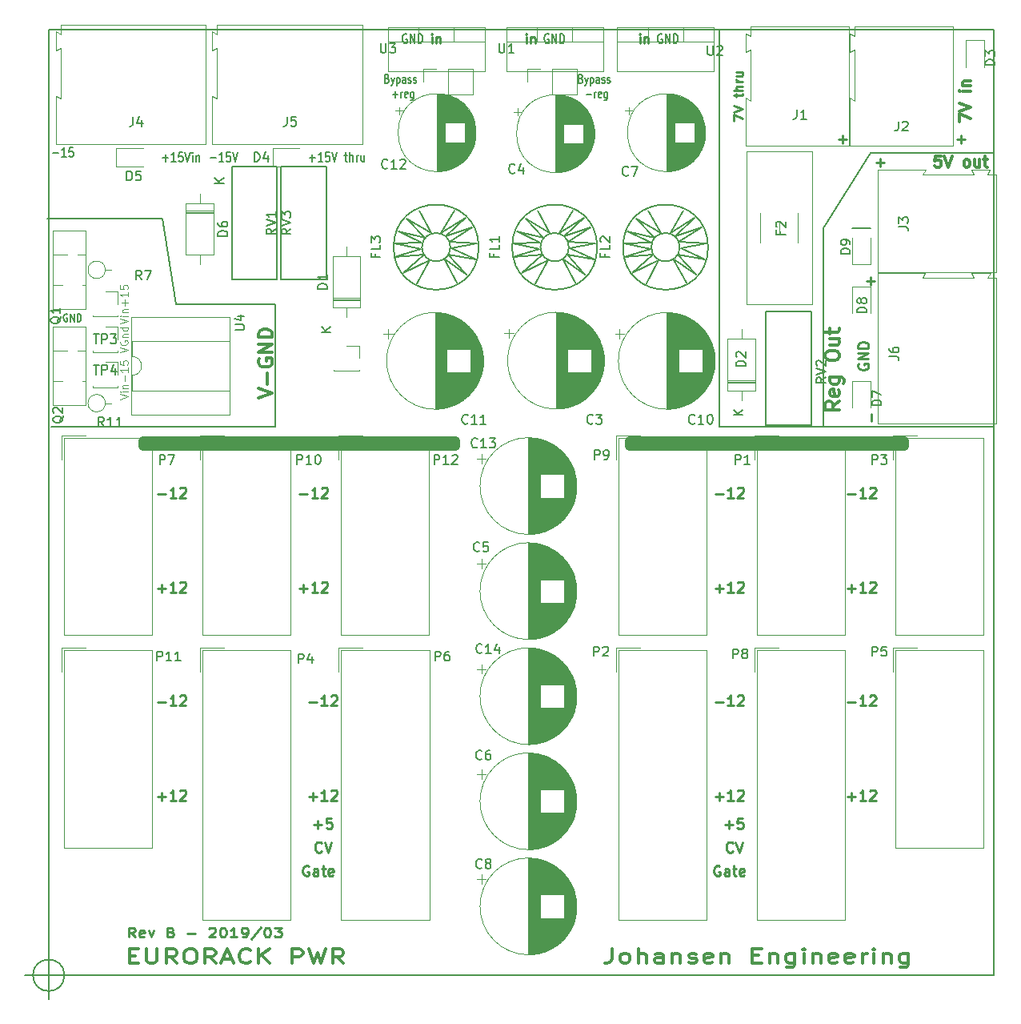
<source format=gbr>
%TF.GenerationSoftware,KiCad,Pcbnew,(5.0.0)*%
%TF.CreationDate,2019-01-15T18:54:47+01:00*%
%TF.ProjectId,KicadEuropower,4B696361644575726F706F7765722E6B,Rev B*%
%TF.SameCoordinates,Original*%
%TF.FileFunction,Legend,Top*%
%TF.FilePolarity,Positive*%
%FSLAX46Y46*%
G04 Gerber Fmt 4.6, Leading zero omitted, Abs format (unit mm)*
G04 Created by KiCad (PCBNEW (5.0.0)) date 01/15/19 18:54:47*
%MOMM*%
%LPD*%
G01*
G04 APERTURE LIST*
%ADD10C,1.000000*%
%ADD11C,0.275000*%
%ADD12C,0.250000*%
%ADD13C,0.375000*%
%ADD14C,0.175000*%
%ADD15C,0.150000*%
%ADD16C,0.200000*%
%ADD17C,0.300000*%
%ADD18C,0.120000*%
%ADD19C,0.100000*%
G04 APERTURE END LIST*
D10*
X161500000Y-94000000D02*
X161500000Y-93500000D01*
X161500000Y-93500000D02*
X190500000Y-93500000D01*
X190500000Y-94000000D02*
X161500000Y-94000000D01*
X190500000Y-93500000D02*
X190500000Y-94000000D01*
D11*
X171004761Y-138450000D02*
X170900000Y-138397619D01*
X170742857Y-138397619D01*
X170585714Y-138450000D01*
X170480952Y-138554761D01*
X170428571Y-138659523D01*
X170376190Y-138869047D01*
X170376190Y-139026190D01*
X170428571Y-139235714D01*
X170480952Y-139340476D01*
X170585714Y-139445238D01*
X170742857Y-139497619D01*
X170847619Y-139497619D01*
X171004761Y-139445238D01*
X171057142Y-139392857D01*
X171057142Y-139026190D01*
X170847619Y-139026190D01*
X172000000Y-139497619D02*
X172000000Y-138921428D01*
X171947619Y-138816666D01*
X171842857Y-138764285D01*
X171633333Y-138764285D01*
X171528571Y-138816666D01*
X172000000Y-139445238D02*
X171895238Y-139497619D01*
X171633333Y-139497619D01*
X171528571Y-139445238D01*
X171476190Y-139340476D01*
X171476190Y-139235714D01*
X171528571Y-139130952D01*
X171633333Y-139078571D01*
X171895238Y-139078571D01*
X172000000Y-139026190D01*
X172366666Y-138764285D02*
X172785714Y-138764285D01*
X172523809Y-138397619D02*
X172523809Y-139340476D01*
X172576190Y-139445238D01*
X172680952Y-139497619D01*
X172785714Y-139497619D01*
X173571428Y-139445238D02*
X173466666Y-139497619D01*
X173257142Y-139497619D01*
X173152380Y-139445238D01*
X173100000Y-139340476D01*
X173100000Y-138921428D01*
X173152380Y-138816666D01*
X173257142Y-138764285D01*
X173466666Y-138764285D01*
X173571428Y-138816666D01*
X173623809Y-138921428D01*
X173623809Y-139026190D01*
X173100000Y-139130952D01*
X172369047Y-136892857D02*
X172316666Y-136945238D01*
X172159523Y-136997619D01*
X172054761Y-136997619D01*
X171897619Y-136945238D01*
X171792857Y-136840476D01*
X171740476Y-136735714D01*
X171688095Y-136526190D01*
X171688095Y-136369047D01*
X171740476Y-136159523D01*
X171792857Y-136054761D01*
X171897619Y-135950000D01*
X172054761Y-135897619D01*
X172159523Y-135897619D01*
X172316666Y-135950000D01*
X172369047Y-136002380D01*
X172683333Y-135897619D02*
X173050000Y-136997619D01*
X173416666Y-135897619D01*
X171557142Y-134078571D02*
X172395238Y-134078571D01*
X171976190Y-134497619D02*
X171976190Y-133659523D01*
X173442857Y-133397619D02*
X172919047Y-133397619D01*
X172866666Y-133921428D01*
X172919047Y-133869047D01*
X173023809Y-133816666D01*
X173285714Y-133816666D01*
X173390476Y-133869047D01*
X173442857Y-133921428D01*
X173495238Y-134026190D01*
X173495238Y-134288095D01*
X173442857Y-134392857D01*
X173390476Y-134445238D01*
X173285714Y-134497619D01*
X173023809Y-134497619D01*
X172919047Y-134445238D01*
X172866666Y-134392857D01*
X127504761Y-138450000D02*
X127400000Y-138397619D01*
X127242857Y-138397619D01*
X127085714Y-138450000D01*
X126980952Y-138554761D01*
X126928571Y-138659523D01*
X126876190Y-138869047D01*
X126876190Y-139026190D01*
X126928571Y-139235714D01*
X126980952Y-139340476D01*
X127085714Y-139445238D01*
X127242857Y-139497619D01*
X127347619Y-139497619D01*
X127504761Y-139445238D01*
X127557142Y-139392857D01*
X127557142Y-139026190D01*
X127347619Y-139026190D01*
X128500000Y-139497619D02*
X128500000Y-138921428D01*
X128447619Y-138816666D01*
X128342857Y-138764285D01*
X128133333Y-138764285D01*
X128028571Y-138816666D01*
X128500000Y-139445238D02*
X128395238Y-139497619D01*
X128133333Y-139497619D01*
X128028571Y-139445238D01*
X127976190Y-139340476D01*
X127976190Y-139235714D01*
X128028571Y-139130952D01*
X128133333Y-139078571D01*
X128395238Y-139078571D01*
X128500000Y-139026190D01*
X128866666Y-138764285D02*
X129285714Y-138764285D01*
X129023809Y-138397619D02*
X129023809Y-139340476D01*
X129076190Y-139445238D01*
X129180952Y-139497619D01*
X129285714Y-139497619D01*
X130071428Y-139445238D02*
X129966666Y-139497619D01*
X129757142Y-139497619D01*
X129652380Y-139445238D01*
X129600000Y-139340476D01*
X129600000Y-138921428D01*
X129652380Y-138816666D01*
X129757142Y-138764285D01*
X129966666Y-138764285D01*
X130071428Y-138816666D01*
X130123809Y-138921428D01*
X130123809Y-139026190D01*
X129600000Y-139130952D01*
X128869047Y-136892857D02*
X128816666Y-136945238D01*
X128659523Y-136997619D01*
X128554761Y-136997619D01*
X128397619Y-136945238D01*
X128292857Y-136840476D01*
X128240476Y-136735714D01*
X128188095Y-136526190D01*
X128188095Y-136369047D01*
X128240476Y-136159523D01*
X128292857Y-136054761D01*
X128397619Y-135950000D01*
X128554761Y-135897619D01*
X128659523Y-135897619D01*
X128816666Y-135950000D01*
X128869047Y-136002380D01*
X129183333Y-135897619D02*
X129550000Y-136997619D01*
X129916666Y-135897619D01*
X128057142Y-134078571D02*
X128895238Y-134078571D01*
X128476190Y-134497619D02*
X128476190Y-133659523D01*
X129942857Y-133397619D02*
X129419047Y-133397619D01*
X129366666Y-133921428D01*
X129419047Y-133869047D01*
X129523809Y-133816666D01*
X129785714Y-133816666D01*
X129890476Y-133869047D01*
X129942857Y-133921428D01*
X129995238Y-134026190D01*
X129995238Y-134288095D01*
X129942857Y-134392857D01*
X129890476Y-134445238D01*
X129785714Y-134497619D01*
X129523809Y-134497619D01*
X129419047Y-134445238D01*
X129366666Y-134392857D01*
X184533333Y-121078571D02*
X185371428Y-121078571D01*
X186471428Y-121497619D02*
X185842857Y-121497619D01*
X186157142Y-121497619D02*
X186157142Y-120397619D01*
X186052380Y-120554761D01*
X185947619Y-120659523D01*
X185842857Y-120711904D01*
X186890476Y-120502380D02*
X186942857Y-120450000D01*
X187047619Y-120397619D01*
X187309523Y-120397619D01*
X187414285Y-120450000D01*
X187466666Y-120502380D01*
X187519047Y-120607142D01*
X187519047Y-120711904D01*
X187466666Y-120869047D01*
X186838095Y-121497619D01*
X187519047Y-121497619D01*
X170533333Y-121078571D02*
X171371428Y-121078571D01*
X172471428Y-121497619D02*
X171842857Y-121497619D01*
X172157142Y-121497619D02*
X172157142Y-120397619D01*
X172052380Y-120554761D01*
X171947619Y-120659523D01*
X171842857Y-120711904D01*
X172890476Y-120502380D02*
X172942857Y-120450000D01*
X173047619Y-120397619D01*
X173309523Y-120397619D01*
X173414285Y-120450000D01*
X173466666Y-120502380D01*
X173519047Y-120607142D01*
X173519047Y-120711904D01*
X173466666Y-120869047D01*
X172838095Y-121497619D01*
X173519047Y-121497619D01*
X127533333Y-121078571D02*
X128371428Y-121078571D01*
X129471428Y-121497619D02*
X128842857Y-121497619D01*
X129157142Y-121497619D02*
X129157142Y-120397619D01*
X129052380Y-120554761D01*
X128947619Y-120659523D01*
X128842857Y-120711904D01*
X129890476Y-120502380D02*
X129942857Y-120450000D01*
X130047619Y-120397619D01*
X130309523Y-120397619D01*
X130414285Y-120450000D01*
X130466666Y-120502380D01*
X130519047Y-120607142D01*
X130519047Y-120711904D01*
X130466666Y-120869047D01*
X129838095Y-121497619D01*
X130519047Y-121497619D01*
X111533333Y-121078571D02*
X112371428Y-121078571D01*
X113471428Y-121497619D02*
X112842857Y-121497619D01*
X113157142Y-121497619D02*
X113157142Y-120397619D01*
X113052380Y-120554761D01*
X112947619Y-120659523D01*
X112842857Y-120711904D01*
X113890476Y-120502380D02*
X113942857Y-120450000D01*
X114047619Y-120397619D01*
X114309523Y-120397619D01*
X114414285Y-120450000D01*
X114466666Y-120502380D01*
X114519047Y-120607142D01*
X114519047Y-120711904D01*
X114466666Y-120869047D01*
X113838095Y-121497619D01*
X114519047Y-121497619D01*
X111533333Y-99078571D02*
X112371428Y-99078571D01*
X113471428Y-99497619D02*
X112842857Y-99497619D01*
X113157142Y-99497619D02*
X113157142Y-98397619D01*
X113052380Y-98554761D01*
X112947619Y-98659523D01*
X112842857Y-98711904D01*
X113890476Y-98502380D02*
X113942857Y-98450000D01*
X114047619Y-98397619D01*
X114309523Y-98397619D01*
X114414285Y-98450000D01*
X114466666Y-98502380D01*
X114519047Y-98607142D01*
X114519047Y-98711904D01*
X114466666Y-98869047D01*
X113838095Y-99497619D01*
X114519047Y-99497619D01*
X126533333Y-99078571D02*
X127371428Y-99078571D01*
X128471428Y-99497619D02*
X127842857Y-99497619D01*
X128157142Y-99497619D02*
X128157142Y-98397619D01*
X128052380Y-98554761D01*
X127947619Y-98659523D01*
X127842857Y-98711904D01*
X128890476Y-98502380D02*
X128942857Y-98450000D01*
X129047619Y-98397619D01*
X129309523Y-98397619D01*
X129414285Y-98450000D01*
X129466666Y-98502380D01*
X129519047Y-98607142D01*
X129519047Y-98711904D01*
X129466666Y-98869047D01*
X128838095Y-99497619D01*
X129519047Y-99497619D01*
X170533333Y-99078571D02*
X171371428Y-99078571D01*
X172471428Y-99497619D02*
X171842857Y-99497619D01*
X172157142Y-99497619D02*
X172157142Y-98397619D01*
X172052380Y-98554761D01*
X171947619Y-98659523D01*
X171842857Y-98711904D01*
X172890476Y-98502380D02*
X172942857Y-98450000D01*
X173047619Y-98397619D01*
X173309523Y-98397619D01*
X173414285Y-98450000D01*
X173466666Y-98502380D01*
X173519047Y-98607142D01*
X173519047Y-98711904D01*
X173466666Y-98869047D01*
X172838095Y-99497619D01*
X173519047Y-99497619D01*
X184533333Y-99078571D02*
X185371428Y-99078571D01*
X186471428Y-99497619D02*
X185842857Y-99497619D01*
X186157142Y-99497619D02*
X186157142Y-98397619D01*
X186052380Y-98554761D01*
X185947619Y-98659523D01*
X185842857Y-98711904D01*
X186890476Y-98502380D02*
X186942857Y-98450000D01*
X187047619Y-98397619D01*
X187309523Y-98397619D01*
X187414285Y-98450000D01*
X187466666Y-98502380D01*
X187519047Y-98607142D01*
X187519047Y-98711904D01*
X187466666Y-98869047D01*
X186838095Y-99497619D01*
X187519047Y-99497619D01*
X184533333Y-109078571D02*
X185371428Y-109078571D01*
X184952380Y-109497619D02*
X184952380Y-108659523D01*
X186471428Y-109497619D02*
X185842857Y-109497619D01*
X186157142Y-109497619D02*
X186157142Y-108397619D01*
X186052380Y-108554761D01*
X185947619Y-108659523D01*
X185842857Y-108711904D01*
X186890476Y-108502380D02*
X186942857Y-108450000D01*
X187047619Y-108397619D01*
X187309523Y-108397619D01*
X187414285Y-108450000D01*
X187466666Y-108502380D01*
X187519047Y-108607142D01*
X187519047Y-108711904D01*
X187466666Y-108869047D01*
X186838095Y-109497619D01*
X187519047Y-109497619D01*
X170533333Y-109078571D02*
X171371428Y-109078571D01*
X170952380Y-109497619D02*
X170952380Y-108659523D01*
X172471428Y-109497619D02*
X171842857Y-109497619D01*
X172157142Y-109497619D02*
X172157142Y-108397619D01*
X172052380Y-108554761D01*
X171947619Y-108659523D01*
X171842857Y-108711904D01*
X172890476Y-108502380D02*
X172942857Y-108450000D01*
X173047619Y-108397619D01*
X173309523Y-108397619D01*
X173414285Y-108450000D01*
X173466666Y-108502380D01*
X173519047Y-108607142D01*
X173519047Y-108711904D01*
X173466666Y-108869047D01*
X172838095Y-109497619D01*
X173519047Y-109497619D01*
X126533333Y-109078571D02*
X127371428Y-109078571D01*
X126952380Y-109497619D02*
X126952380Y-108659523D01*
X128471428Y-109497619D02*
X127842857Y-109497619D01*
X128157142Y-109497619D02*
X128157142Y-108397619D01*
X128052380Y-108554761D01*
X127947619Y-108659523D01*
X127842857Y-108711904D01*
X128890476Y-108502380D02*
X128942857Y-108450000D01*
X129047619Y-108397619D01*
X129309523Y-108397619D01*
X129414285Y-108450000D01*
X129466666Y-108502380D01*
X129519047Y-108607142D01*
X129519047Y-108711904D01*
X129466666Y-108869047D01*
X128838095Y-109497619D01*
X129519047Y-109497619D01*
X111533333Y-109078571D02*
X112371428Y-109078571D01*
X111952380Y-109497619D02*
X111952380Y-108659523D01*
X113471428Y-109497619D02*
X112842857Y-109497619D01*
X113157142Y-109497619D02*
X113157142Y-108397619D01*
X113052380Y-108554761D01*
X112947619Y-108659523D01*
X112842857Y-108711904D01*
X113890476Y-108502380D02*
X113942857Y-108450000D01*
X114047619Y-108397619D01*
X114309523Y-108397619D01*
X114414285Y-108450000D01*
X114466666Y-108502380D01*
X114519047Y-108607142D01*
X114519047Y-108711904D01*
X114466666Y-108869047D01*
X113838095Y-109497619D01*
X114519047Y-109497619D01*
X111533333Y-131078571D02*
X112371428Y-131078571D01*
X111952380Y-131497619D02*
X111952380Y-130659523D01*
X113471428Y-131497619D02*
X112842857Y-131497619D01*
X113157142Y-131497619D02*
X113157142Y-130397619D01*
X113052380Y-130554761D01*
X112947619Y-130659523D01*
X112842857Y-130711904D01*
X113890476Y-130502380D02*
X113942857Y-130450000D01*
X114047619Y-130397619D01*
X114309523Y-130397619D01*
X114414285Y-130450000D01*
X114466666Y-130502380D01*
X114519047Y-130607142D01*
X114519047Y-130711904D01*
X114466666Y-130869047D01*
X113838095Y-131497619D01*
X114519047Y-131497619D01*
X127533333Y-131078571D02*
X128371428Y-131078571D01*
X127952380Y-131497619D02*
X127952380Y-130659523D01*
X129471428Y-131497619D02*
X128842857Y-131497619D01*
X129157142Y-131497619D02*
X129157142Y-130397619D01*
X129052380Y-130554761D01*
X128947619Y-130659523D01*
X128842857Y-130711904D01*
X129890476Y-130502380D02*
X129942857Y-130450000D01*
X130047619Y-130397619D01*
X130309523Y-130397619D01*
X130414285Y-130450000D01*
X130466666Y-130502380D01*
X130519047Y-130607142D01*
X130519047Y-130711904D01*
X130466666Y-130869047D01*
X129838095Y-131497619D01*
X130519047Y-131497619D01*
X170533333Y-131078571D02*
X171371428Y-131078571D01*
X170952380Y-131497619D02*
X170952380Y-130659523D01*
X172471428Y-131497619D02*
X171842857Y-131497619D01*
X172157142Y-131497619D02*
X172157142Y-130397619D01*
X172052380Y-130554761D01*
X171947619Y-130659523D01*
X171842857Y-130711904D01*
X172890476Y-130502380D02*
X172942857Y-130450000D01*
X173047619Y-130397619D01*
X173309523Y-130397619D01*
X173414285Y-130450000D01*
X173466666Y-130502380D01*
X173519047Y-130607142D01*
X173519047Y-130711904D01*
X173466666Y-130869047D01*
X172838095Y-131497619D01*
X173519047Y-131497619D01*
X184533333Y-131078571D02*
X185371428Y-131078571D01*
X184952380Y-131497619D02*
X184952380Y-130659523D01*
X186471428Y-131497619D02*
X185842857Y-131497619D01*
X186157142Y-131497619D02*
X186157142Y-130397619D01*
X186052380Y-130554761D01*
X185947619Y-130659523D01*
X185842857Y-130711904D01*
X186890476Y-130502380D02*
X186942857Y-130450000D01*
X187047619Y-130397619D01*
X187309523Y-130397619D01*
X187414285Y-130450000D01*
X187466666Y-130502380D01*
X187519047Y-130607142D01*
X187519047Y-130711904D01*
X187466666Y-130869047D01*
X186838095Y-131497619D01*
X187519047Y-131497619D01*
D10*
X110000000Y-94000000D02*
X110000000Y-93500000D01*
X143000000Y-94000000D02*
X110000000Y-94000000D01*
X143000000Y-93500000D02*
X143000000Y-94000000D01*
X110000000Y-93500000D02*
X143000000Y-93500000D01*
D12*
X109138571Y-145956380D02*
X108738571Y-145480190D01*
X108452857Y-145956380D02*
X108452857Y-144956380D01*
X108910000Y-144956380D01*
X109024285Y-145004000D01*
X109081428Y-145051619D01*
X109138571Y-145146857D01*
X109138571Y-145289714D01*
X109081428Y-145384952D01*
X109024285Y-145432571D01*
X108910000Y-145480190D01*
X108452857Y-145480190D01*
X110110000Y-145908761D02*
X109995714Y-145956380D01*
X109767142Y-145956380D01*
X109652857Y-145908761D01*
X109595714Y-145813523D01*
X109595714Y-145432571D01*
X109652857Y-145337333D01*
X109767142Y-145289714D01*
X109995714Y-145289714D01*
X110110000Y-145337333D01*
X110167142Y-145432571D01*
X110167142Y-145527809D01*
X109595714Y-145623047D01*
X110567142Y-145289714D02*
X110852857Y-145956380D01*
X111138571Y-145289714D01*
X112910000Y-145432571D02*
X113081428Y-145480190D01*
X113138571Y-145527809D01*
X113195714Y-145623047D01*
X113195714Y-145765904D01*
X113138571Y-145861142D01*
X113081428Y-145908761D01*
X112967142Y-145956380D01*
X112510000Y-145956380D01*
X112510000Y-144956380D01*
X112910000Y-144956380D01*
X113024285Y-145004000D01*
X113081428Y-145051619D01*
X113138571Y-145146857D01*
X113138571Y-145242095D01*
X113081428Y-145337333D01*
X113024285Y-145384952D01*
X112910000Y-145432571D01*
X112510000Y-145432571D01*
X114624285Y-145575428D02*
X115538571Y-145575428D01*
X116967142Y-145051619D02*
X117024285Y-145004000D01*
X117138571Y-144956380D01*
X117424285Y-144956380D01*
X117538571Y-145004000D01*
X117595714Y-145051619D01*
X117652857Y-145146857D01*
X117652857Y-145242095D01*
X117595714Y-145384952D01*
X116910000Y-145956380D01*
X117652857Y-145956380D01*
X118395714Y-144956380D02*
X118510000Y-144956380D01*
X118624285Y-145004000D01*
X118681428Y-145051619D01*
X118738571Y-145146857D01*
X118795714Y-145337333D01*
X118795714Y-145575428D01*
X118738571Y-145765904D01*
X118681428Y-145861142D01*
X118624285Y-145908761D01*
X118510000Y-145956380D01*
X118395714Y-145956380D01*
X118281428Y-145908761D01*
X118224285Y-145861142D01*
X118167142Y-145765904D01*
X118110000Y-145575428D01*
X118110000Y-145337333D01*
X118167142Y-145146857D01*
X118224285Y-145051619D01*
X118281428Y-145004000D01*
X118395714Y-144956380D01*
X119938571Y-145956380D02*
X119252857Y-145956380D01*
X119595714Y-145956380D02*
X119595714Y-144956380D01*
X119481428Y-145099238D01*
X119367142Y-145194476D01*
X119252857Y-145242095D01*
X120510000Y-145956380D02*
X120738571Y-145956380D01*
X120852857Y-145908761D01*
X120910000Y-145861142D01*
X121024285Y-145718285D01*
X121081428Y-145527809D01*
X121081428Y-145146857D01*
X121024285Y-145051619D01*
X120967142Y-145004000D01*
X120852857Y-144956380D01*
X120624285Y-144956380D01*
X120510000Y-145004000D01*
X120452857Y-145051619D01*
X120395714Y-145146857D01*
X120395714Y-145384952D01*
X120452857Y-145480190D01*
X120510000Y-145527809D01*
X120624285Y-145575428D01*
X120852857Y-145575428D01*
X120967142Y-145527809D01*
X121024285Y-145480190D01*
X121081428Y-145384952D01*
X122452857Y-144908761D02*
X121424285Y-146194476D01*
X123081428Y-144956380D02*
X123195714Y-144956380D01*
X123310000Y-145004000D01*
X123367142Y-145051619D01*
X123424285Y-145146857D01*
X123481428Y-145337333D01*
X123481428Y-145575428D01*
X123424285Y-145765904D01*
X123367142Y-145861142D01*
X123310000Y-145908761D01*
X123195714Y-145956380D01*
X123081428Y-145956380D01*
X122967142Y-145908761D01*
X122910000Y-145861142D01*
X122852857Y-145765904D01*
X122795714Y-145575428D01*
X122795714Y-145337333D01*
X122852857Y-145146857D01*
X122910000Y-145051619D01*
X122967142Y-145004000D01*
X123081428Y-144956380D01*
X123881428Y-144956380D02*
X124624285Y-144956380D01*
X124224285Y-145337333D01*
X124395714Y-145337333D01*
X124510000Y-145384952D01*
X124567142Y-145432571D01*
X124624285Y-145527809D01*
X124624285Y-145765904D01*
X124567142Y-145861142D01*
X124510000Y-145908761D01*
X124395714Y-145956380D01*
X124052857Y-145956380D01*
X123938571Y-145908761D01*
X123881428Y-145861142D01*
D13*
X108526285Y-147936857D02*
X109192952Y-147936857D01*
X109478666Y-148722571D02*
X108526285Y-148722571D01*
X108526285Y-147222571D01*
X109478666Y-147222571D01*
X110335809Y-147222571D02*
X110335809Y-148436857D01*
X110431047Y-148579714D01*
X110526285Y-148651142D01*
X110716761Y-148722571D01*
X111097714Y-148722571D01*
X111288190Y-148651142D01*
X111383428Y-148579714D01*
X111478666Y-148436857D01*
X111478666Y-147222571D01*
X113573904Y-148722571D02*
X112907238Y-148008285D01*
X112431047Y-148722571D02*
X112431047Y-147222571D01*
X113192952Y-147222571D01*
X113383428Y-147294000D01*
X113478666Y-147365428D01*
X113573904Y-147508285D01*
X113573904Y-147722571D01*
X113478666Y-147865428D01*
X113383428Y-147936857D01*
X113192952Y-148008285D01*
X112431047Y-148008285D01*
X114812000Y-147222571D02*
X115192952Y-147222571D01*
X115383428Y-147294000D01*
X115573904Y-147436857D01*
X115669142Y-147722571D01*
X115669142Y-148222571D01*
X115573904Y-148508285D01*
X115383428Y-148651142D01*
X115192952Y-148722571D01*
X114812000Y-148722571D01*
X114621523Y-148651142D01*
X114431047Y-148508285D01*
X114335809Y-148222571D01*
X114335809Y-147722571D01*
X114431047Y-147436857D01*
X114621523Y-147294000D01*
X114812000Y-147222571D01*
X117669142Y-148722571D02*
X117002476Y-148008285D01*
X116526285Y-148722571D02*
X116526285Y-147222571D01*
X117288190Y-147222571D01*
X117478666Y-147294000D01*
X117573904Y-147365428D01*
X117669142Y-147508285D01*
X117669142Y-147722571D01*
X117573904Y-147865428D01*
X117478666Y-147936857D01*
X117288190Y-148008285D01*
X116526285Y-148008285D01*
X118431047Y-148294000D02*
X119383428Y-148294000D01*
X118240571Y-148722571D02*
X118907238Y-147222571D01*
X119573904Y-148722571D01*
X121383428Y-148579714D02*
X121288190Y-148651142D01*
X121002476Y-148722571D01*
X120812000Y-148722571D01*
X120526285Y-148651142D01*
X120335809Y-148508285D01*
X120240571Y-148365428D01*
X120145333Y-148079714D01*
X120145333Y-147865428D01*
X120240571Y-147579714D01*
X120335809Y-147436857D01*
X120526285Y-147294000D01*
X120812000Y-147222571D01*
X121002476Y-147222571D01*
X121288190Y-147294000D01*
X121383428Y-147365428D01*
X122240571Y-148722571D02*
X122240571Y-147222571D01*
X123383428Y-148722571D02*
X122526285Y-147865428D01*
X123383428Y-147222571D02*
X122240571Y-148079714D01*
X125764380Y-148722571D02*
X125764380Y-147222571D01*
X126526285Y-147222571D01*
X126716761Y-147294000D01*
X126812000Y-147365428D01*
X126907238Y-147508285D01*
X126907238Y-147722571D01*
X126812000Y-147865428D01*
X126716761Y-147936857D01*
X126526285Y-148008285D01*
X125764380Y-148008285D01*
X127573904Y-147222571D02*
X128050095Y-148722571D01*
X128431047Y-147651142D01*
X128812000Y-148722571D01*
X129288190Y-147222571D01*
X131192952Y-148722571D02*
X130526285Y-148008285D01*
X130050095Y-148722571D02*
X130050095Y-147222571D01*
X130812000Y-147222571D01*
X131002476Y-147294000D01*
X131097714Y-147365428D01*
X131192952Y-147508285D01*
X131192952Y-147722571D01*
X131097714Y-147865428D01*
X131002476Y-147936857D01*
X130812000Y-148008285D01*
X130050095Y-148008285D01*
D14*
X135816666Y-55173214D02*
X135916666Y-55216071D01*
X135950000Y-55258928D01*
X135983333Y-55344642D01*
X135983333Y-55473214D01*
X135950000Y-55558928D01*
X135916666Y-55601785D01*
X135850000Y-55644642D01*
X135583333Y-55644642D01*
X135583333Y-54744642D01*
X135816666Y-54744642D01*
X135883333Y-54787500D01*
X135916666Y-54830357D01*
X135950000Y-54916071D01*
X135950000Y-55001785D01*
X135916666Y-55087500D01*
X135883333Y-55130357D01*
X135816666Y-55173214D01*
X135583333Y-55173214D01*
X136216666Y-55044642D02*
X136383333Y-55644642D01*
X136550000Y-55044642D02*
X136383333Y-55644642D01*
X136316666Y-55858928D01*
X136283333Y-55901785D01*
X136216666Y-55944642D01*
X136816666Y-55044642D02*
X136816666Y-55944642D01*
X136816666Y-55087500D02*
X136883333Y-55044642D01*
X137016666Y-55044642D01*
X137083333Y-55087500D01*
X137116666Y-55130357D01*
X137150000Y-55216071D01*
X137150000Y-55473214D01*
X137116666Y-55558928D01*
X137083333Y-55601785D01*
X137016666Y-55644642D01*
X136883333Y-55644642D01*
X136816666Y-55601785D01*
X137750000Y-55644642D02*
X137750000Y-55173214D01*
X137716666Y-55087500D01*
X137650000Y-55044642D01*
X137516666Y-55044642D01*
X137450000Y-55087500D01*
X137750000Y-55601785D02*
X137683333Y-55644642D01*
X137516666Y-55644642D01*
X137450000Y-55601785D01*
X137416666Y-55516071D01*
X137416666Y-55430357D01*
X137450000Y-55344642D01*
X137516666Y-55301785D01*
X137683333Y-55301785D01*
X137750000Y-55258928D01*
X138050000Y-55601785D02*
X138116666Y-55644642D01*
X138250000Y-55644642D01*
X138316666Y-55601785D01*
X138350000Y-55516071D01*
X138350000Y-55473214D01*
X138316666Y-55387500D01*
X138250000Y-55344642D01*
X138150000Y-55344642D01*
X138083333Y-55301785D01*
X138050000Y-55216071D01*
X138050000Y-55173214D01*
X138083333Y-55087500D01*
X138150000Y-55044642D01*
X138250000Y-55044642D01*
X138316666Y-55087500D01*
X138616666Y-55601785D02*
X138683333Y-55644642D01*
X138816666Y-55644642D01*
X138883333Y-55601785D01*
X138916666Y-55516071D01*
X138916666Y-55473214D01*
X138883333Y-55387500D01*
X138816666Y-55344642D01*
X138716666Y-55344642D01*
X138650000Y-55301785D01*
X138616666Y-55216071D01*
X138616666Y-55173214D01*
X138650000Y-55087500D01*
X138716666Y-55044642D01*
X138816666Y-55044642D01*
X138883333Y-55087500D01*
X136400000Y-56826785D02*
X136933333Y-56826785D01*
X136666666Y-57169642D02*
X136666666Y-56483928D01*
X137266666Y-57169642D02*
X137266666Y-56569642D01*
X137266666Y-56741071D02*
X137300000Y-56655357D01*
X137333333Y-56612500D01*
X137400000Y-56569642D01*
X137466666Y-56569642D01*
X137966666Y-57126785D02*
X137900000Y-57169642D01*
X137766666Y-57169642D01*
X137700000Y-57126785D01*
X137666666Y-57041071D01*
X137666666Y-56698214D01*
X137700000Y-56612500D01*
X137766666Y-56569642D01*
X137900000Y-56569642D01*
X137966666Y-56612500D01*
X138000000Y-56698214D01*
X138000000Y-56783928D01*
X137666666Y-56869642D01*
X138600000Y-56569642D02*
X138600000Y-57298214D01*
X138566666Y-57383928D01*
X138533333Y-57426785D01*
X138466666Y-57469642D01*
X138366666Y-57469642D01*
X138300000Y-57426785D01*
X138600000Y-57126785D02*
X138533333Y-57169642D01*
X138400000Y-57169642D01*
X138333333Y-57126785D01*
X138300000Y-57083928D01*
X138266666Y-56998214D01*
X138266666Y-56741071D01*
X138300000Y-56655357D01*
X138333333Y-56612500D01*
X138400000Y-56569642D01*
X138533333Y-56569642D01*
X138600000Y-56612500D01*
X156316666Y-55173214D02*
X156416666Y-55216071D01*
X156450000Y-55258928D01*
X156483333Y-55344642D01*
X156483333Y-55473214D01*
X156450000Y-55558928D01*
X156416666Y-55601785D01*
X156350000Y-55644642D01*
X156083333Y-55644642D01*
X156083333Y-54744642D01*
X156316666Y-54744642D01*
X156383333Y-54787500D01*
X156416666Y-54830357D01*
X156450000Y-54916071D01*
X156450000Y-55001785D01*
X156416666Y-55087500D01*
X156383333Y-55130357D01*
X156316666Y-55173214D01*
X156083333Y-55173214D01*
X156716666Y-55044642D02*
X156883333Y-55644642D01*
X157050000Y-55044642D02*
X156883333Y-55644642D01*
X156816666Y-55858928D01*
X156783333Y-55901785D01*
X156716666Y-55944642D01*
X157316666Y-55044642D02*
X157316666Y-55944642D01*
X157316666Y-55087500D02*
X157383333Y-55044642D01*
X157516666Y-55044642D01*
X157583333Y-55087500D01*
X157616666Y-55130357D01*
X157650000Y-55216071D01*
X157650000Y-55473214D01*
X157616666Y-55558928D01*
X157583333Y-55601785D01*
X157516666Y-55644642D01*
X157383333Y-55644642D01*
X157316666Y-55601785D01*
X158250000Y-55644642D02*
X158250000Y-55173214D01*
X158216666Y-55087500D01*
X158150000Y-55044642D01*
X158016666Y-55044642D01*
X157950000Y-55087500D01*
X158250000Y-55601785D02*
X158183333Y-55644642D01*
X158016666Y-55644642D01*
X157950000Y-55601785D01*
X157916666Y-55516071D01*
X157916666Y-55430357D01*
X157950000Y-55344642D01*
X158016666Y-55301785D01*
X158183333Y-55301785D01*
X158250000Y-55258928D01*
X158550000Y-55601785D02*
X158616666Y-55644642D01*
X158750000Y-55644642D01*
X158816666Y-55601785D01*
X158850000Y-55516071D01*
X158850000Y-55473214D01*
X158816666Y-55387500D01*
X158750000Y-55344642D01*
X158650000Y-55344642D01*
X158583333Y-55301785D01*
X158550000Y-55216071D01*
X158550000Y-55173214D01*
X158583333Y-55087500D01*
X158650000Y-55044642D01*
X158750000Y-55044642D01*
X158816666Y-55087500D01*
X159116666Y-55601785D02*
X159183333Y-55644642D01*
X159316666Y-55644642D01*
X159383333Y-55601785D01*
X159416666Y-55516071D01*
X159416666Y-55473214D01*
X159383333Y-55387500D01*
X159316666Y-55344642D01*
X159216666Y-55344642D01*
X159150000Y-55301785D01*
X159116666Y-55216071D01*
X159116666Y-55173214D01*
X159150000Y-55087500D01*
X159216666Y-55044642D01*
X159316666Y-55044642D01*
X159383333Y-55087500D01*
X156900000Y-56826785D02*
X157433333Y-56826785D01*
X157766666Y-57169642D02*
X157766666Y-56569642D01*
X157766666Y-56741071D02*
X157800000Y-56655357D01*
X157833333Y-56612500D01*
X157900000Y-56569642D01*
X157966666Y-56569642D01*
X158466666Y-57126785D02*
X158400000Y-57169642D01*
X158266666Y-57169642D01*
X158200000Y-57126785D01*
X158166666Y-57041071D01*
X158166666Y-56698214D01*
X158200000Y-56612500D01*
X158266666Y-56569642D01*
X158400000Y-56569642D01*
X158466666Y-56612500D01*
X158500000Y-56698214D01*
X158500000Y-56783928D01*
X158166666Y-56869642D01*
X159100000Y-56569642D02*
X159100000Y-57298214D01*
X159066666Y-57383928D01*
X159033333Y-57426785D01*
X158966666Y-57469642D01*
X158866666Y-57469642D01*
X158800000Y-57426785D01*
X159100000Y-57126785D02*
X159033333Y-57169642D01*
X158900000Y-57169642D01*
X158833333Y-57126785D01*
X158800000Y-57083928D01*
X158766666Y-56998214D01*
X158766666Y-56741071D01*
X158800000Y-56655357D01*
X158833333Y-56612500D01*
X158900000Y-56569642D01*
X159033333Y-56569642D01*
X159100000Y-56612500D01*
D13*
X159619047Y-147178571D02*
X159619047Y-148250000D01*
X159523809Y-148464285D01*
X159333333Y-148607142D01*
X159047619Y-148678571D01*
X158857142Y-148678571D01*
X160857142Y-148678571D02*
X160666666Y-148607142D01*
X160571428Y-148535714D01*
X160476190Y-148392857D01*
X160476190Y-147964285D01*
X160571428Y-147821428D01*
X160666666Y-147750000D01*
X160857142Y-147678571D01*
X161142857Y-147678571D01*
X161333333Y-147750000D01*
X161428571Y-147821428D01*
X161523809Y-147964285D01*
X161523809Y-148392857D01*
X161428571Y-148535714D01*
X161333333Y-148607142D01*
X161142857Y-148678571D01*
X160857142Y-148678571D01*
X162380952Y-148678571D02*
X162380952Y-147178571D01*
X163238095Y-148678571D02*
X163238095Y-147892857D01*
X163142857Y-147750000D01*
X162952380Y-147678571D01*
X162666666Y-147678571D01*
X162476190Y-147750000D01*
X162380952Y-147821428D01*
X165047619Y-148678571D02*
X165047619Y-147892857D01*
X164952380Y-147750000D01*
X164761904Y-147678571D01*
X164380952Y-147678571D01*
X164190476Y-147750000D01*
X165047619Y-148607142D02*
X164857142Y-148678571D01*
X164380952Y-148678571D01*
X164190476Y-148607142D01*
X164095238Y-148464285D01*
X164095238Y-148321428D01*
X164190476Y-148178571D01*
X164380952Y-148107142D01*
X164857142Y-148107142D01*
X165047619Y-148035714D01*
X166000000Y-147678571D02*
X166000000Y-148678571D01*
X166000000Y-147821428D02*
X166095238Y-147750000D01*
X166285714Y-147678571D01*
X166571428Y-147678571D01*
X166761904Y-147750000D01*
X166857142Y-147892857D01*
X166857142Y-148678571D01*
X167714285Y-148607142D02*
X167904761Y-148678571D01*
X168285714Y-148678571D01*
X168476190Y-148607142D01*
X168571428Y-148464285D01*
X168571428Y-148392857D01*
X168476190Y-148250000D01*
X168285714Y-148178571D01*
X168000000Y-148178571D01*
X167809523Y-148107142D01*
X167714285Y-147964285D01*
X167714285Y-147892857D01*
X167809523Y-147750000D01*
X168000000Y-147678571D01*
X168285714Y-147678571D01*
X168476190Y-147750000D01*
X170190476Y-148607142D02*
X170000000Y-148678571D01*
X169619047Y-148678571D01*
X169428571Y-148607142D01*
X169333333Y-148464285D01*
X169333333Y-147892857D01*
X169428571Y-147750000D01*
X169619047Y-147678571D01*
X170000000Y-147678571D01*
X170190476Y-147750000D01*
X170285714Y-147892857D01*
X170285714Y-148035714D01*
X169333333Y-148178571D01*
X171142857Y-147678571D02*
X171142857Y-148678571D01*
X171142857Y-147821428D02*
X171238095Y-147750000D01*
X171428571Y-147678571D01*
X171714285Y-147678571D01*
X171904761Y-147750000D01*
X172000000Y-147892857D01*
X172000000Y-148678571D01*
X174476190Y-147892857D02*
X175142857Y-147892857D01*
X175428571Y-148678571D02*
X174476190Y-148678571D01*
X174476190Y-147178571D01*
X175428571Y-147178571D01*
X176285714Y-147678571D02*
X176285714Y-148678571D01*
X176285714Y-147821428D02*
X176380952Y-147750000D01*
X176571428Y-147678571D01*
X176857142Y-147678571D01*
X177047619Y-147750000D01*
X177142857Y-147892857D01*
X177142857Y-148678571D01*
X178952380Y-147678571D02*
X178952380Y-148892857D01*
X178857142Y-149035714D01*
X178761904Y-149107142D01*
X178571428Y-149178571D01*
X178285714Y-149178571D01*
X178095238Y-149107142D01*
X178952380Y-148607142D02*
X178761904Y-148678571D01*
X178380952Y-148678571D01*
X178190476Y-148607142D01*
X178095238Y-148535714D01*
X178000000Y-148392857D01*
X178000000Y-147964285D01*
X178095238Y-147821428D01*
X178190476Y-147750000D01*
X178380952Y-147678571D01*
X178761904Y-147678571D01*
X178952380Y-147750000D01*
X179904761Y-148678571D02*
X179904761Y-147678571D01*
X179904761Y-147178571D02*
X179809523Y-147250000D01*
X179904761Y-147321428D01*
X180000000Y-147250000D01*
X179904761Y-147178571D01*
X179904761Y-147321428D01*
X180857142Y-147678571D02*
X180857142Y-148678571D01*
X180857142Y-147821428D02*
X180952380Y-147750000D01*
X181142857Y-147678571D01*
X181428571Y-147678571D01*
X181619047Y-147750000D01*
X181714285Y-147892857D01*
X181714285Y-148678571D01*
X183428571Y-148607142D02*
X183238095Y-148678571D01*
X182857142Y-148678571D01*
X182666666Y-148607142D01*
X182571428Y-148464285D01*
X182571428Y-147892857D01*
X182666666Y-147750000D01*
X182857142Y-147678571D01*
X183238095Y-147678571D01*
X183428571Y-147750000D01*
X183523809Y-147892857D01*
X183523809Y-148035714D01*
X182571428Y-148178571D01*
X185142857Y-148607142D02*
X184952380Y-148678571D01*
X184571428Y-148678571D01*
X184380952Y-148607142D01*
X184285714Y-148464285D01*
X184285714Y-147892857D01*
X184380952Y-147750000D01*
X184571428Y-147678571D01*
X184952380Y-147678571D01*
X185142857Y-147750000D01*
X185238095Y-147892857D01*
X185238095Y-148035714D01*
X184285714Y-148178571D01*
X186095238Y-148678571D02*
X186095238Y-147678571D01*
X186095238Y-147964285D02*
X186190476Y-147821428D01*
X186285714Y-147750000D01*
X186476190Y-147678571D01*
X186666666Y-147678571D01*
X187333333Y-148678571D02*
X187333333Y-147678571D01*
X187333333Y-147178571D02*
X187238095Y-147250000D01*
X187333333Y-147321428D01*
X187428571Y-147250000D01*
X187333333Y-147178571D01*
X187333333Y-147321428D01*
X188285714Y-147678571D02*
X188285714Y-148678571D01*
X188285714Y-147821428D02*
X188380952Y-147750000D01*
X188571428Y-147678571D01*
X188857142Y-147678571D01*
X189047619Y-147750000D01*
X189142857Y-147892857D01*
X189142857Y-148678571D01*
X190952380Y-147678571D02*
X190952380Y-148892857D01*
X190857142Y-149035714D01*
X190761904Y-149107142D01*
X190571428Y-149178571D01*
X190285714Y-149178571D01*
X190095238Y-149107142D01*
X190952380Y-148607142D02*
X190761904Y-148678571D01*
X190380952Y-148678571D01*
X190190476Y-148607142D01*
X190095238Y-148535714D01*
X190000000Y-148392857D01*
X190000000Y-147964285D01*
X190095238Y-147821428D01*
X190190476Y-147750000D01*
X190380952Y-147678571D01*
X190761904Y-147678571D01*
X190952380Y-147750000D01*
D15*
X101666666Y-150000000D02*
G75*
G03X101666666Y-150000000I-1666666J0D01*
G01*
X97500000Y-150000000D02*
X102500000Y-150000000D01*
X100000000Y-147500000D02*
X100000000Y-152500000D01*
D16*
X117090476Y-63571428D02*
X117700000Y-63571428D01*
X118500000Y-63952380D02*
X118042857Y-63952380D01*
X118271428Y-63952380D02*
X118271428Y-62952380D01*
X118195238Y-63095238D01*
X118119047Y-63190476D01*
X118042857Y-63238095D01*
X119223809Y-62952380D02*
X118842857Y-62952380D01*
X118804761Y-63428571D01*
X118842857Y-63380952D01*
X118919047Y-63333333D01*
X119109523Y-63333333D01*
X119185714Y-63380952D01*
X119223809Y-63428571D01*
X119261904Y-63523809D01*
X119261904Y-63761904D01*
X119223809Y-63857142D01*
X119185714Y-63904761D01*
X119109523Y-63952380D01*
X118919047Y-63952380D01*
X118842857Y-63904761D01*
X118804761Y-63857142D01*
X119490476Y-62952380D02*
X119757142Y-63952380D01*
X120023809Y-62952380D01*
X100433333Y-63071428D02*
X101042857Y-63071428D01*
X101842857Y-63452380D02*
X101385714Y-63452380D01*
X101614285Y-63452380D02*
X101614285Y-62452380D01*
X101538095Y-62595238D01*
X101461904Y-62690476D01*
X101385714Y-62738095D01*
X102566666Y-62452380D02*
X102185714Y-62452380D01*
X102147619Y-62928571D01*
X102185714Y-62880952D01*
X102261904Y-62833333D01*
X102452380Y-62833333D01*
X102528571Y-62880952D01*
X102566666Y-62928571D01*
X102604761Y-63023809D01*
X102604761Y-63261904D01*
X102566666Y-63357142D01*
X102528571Y-63404761D01*
X102452380Y-63452380D01*
X102261904Y-63452380D01*
X102185714Y-63404761D01*
X102147619Y-63357142D01*
D17*
X194385714Y-63342857D02*
X193814285Y-63342857D01*
X193757142Y-63914285D01*
X193814285Y-63857142D01*
X193928571Y-63800000D01*
X194214285Y-63800000D01*
X194328571Y-63857142D01*
X194385714Y-63914285D01*
X194442857Y-64028571D01*
X194442857Y-64314285D01*
X194385714Y-64428571D01*
X194328571Y-64485714D01*
X194214285Y-64542857D01*
X193928571Y-64542857D01*
X193814285Y-64485714D01*
X193757142Y-64428571D01*
X194785714Y-63342857D02*
X195185714Y-64542857D01*
X195585714Y-63342857D01*
X197071428Y-64542857D02*
X196957142Y-64485714D01*
X196900000Y-64428571D01*
X196842857Y-64314285D01*
X196842857Y-63971428D01*
X196900000Y-63857142D01*
X196957142Y-63800000D01*
X197071428Y-63742857D01*
X197242857Y-63742857D01*
X197357142Y-63800000D01*
X197414285Y-63857142D01*
X197471428Y-63971428D01*
X197471428Y-64314285D01*
X197414285Y-64428571D01*
X197357142Y-64485714D01*
X197242857Y-64542857D01*
X197071428Y-64542857D01*
X198500000Y-63742857D02*
X198500000Y-64542857D01*
X197985714Y-63742857D02*
X197985714Y-64371428D01*
X198042857Y-64485714D01*
X198157142Y-64542857D01*
X198328571Y-64542857D01*
X198442857Y-64485714D01*
X198500000Y-64428571D01*
X198900000Y-63742857D02*
X199357142Y-63742857D01*
X199071428Y-63342857D02*
X199071428Y-64371428D01*
X199128571Y-64485714D01*
X199242857Y-64542857D01*
X199357142Y-64542857D01*
D12*
X172452380Y-59642857D02*
X172452380Y-58976190D01*
X173452380Y-59404761D01*
X172452380Y-58738095D02*
X173452380Y-58404761D01*
X172452380Y-58071428D01*
X172785714Y-57119047D02*
X172785714Y-56738095D01*
X172452380Y-56976190D02*
X173309523Y-56976190D01*
X173404761Y-56928571D01*
X173452380Y-56833333D01*
X173452380Y-56738095D01*
X173452380Y-56404761D02*
X172452380Y-56404761D01*
X173452380Y-55976190D02*
X172928571Y-55976190D01*
X172833333Y-56023809D01*
X172785714Y-56119047D01*
X172785714Y-56261904D01*
X172833333Y-56357142D01*
X172880952Y-56404761D01*
X173452380Y-55500000D02*
X172785714Y-55500000D01*
X172976190Y-55500000D02*
X172880952Y-55452380D01*
X172833333Y-55404761D01*
X172785714Y-55309523D01*
X172785714Y-55214285D01*
X172785714Y-54452380D02*
X173452380Y-54452380D01*
X172785714Y-54880952D02*
X173309523Y-54880952D01*
X173404761Y-54833333D01*
X173452380Y-54738095D01*
X173452380Y-54595238D01*
X173404761Y-54500000D01*
X173357142Y-54452380D01*
D16*
X127585714Y-63571428D02*
X128195238Y-63571428D01*
X127890476Y-63952380D02*
X127890476Y-63190476D01*
X128995238Y-63952380D02*
X128538095Y-63952380D01*
X128766666Y-63952380D02*
X128766666Y-62952380D01*
X128690476Y-63095238D01*
X128614285Y-63190476D01*
X128538095Y-63238095D01*
X129719047Y-62952380D02*
X129338095Y-62952380D01*
X129300000Y-63428571D01*
X129338095Y-63380952D01*
X129414285Y-63333333D01*
X129604761Y-63333333D01*
X129680952Y-63380952D01*
X129719047Y-63428571D01*
X129757142Y-63523809D01*
X129757142Y-63761904D01*
X129719047Y-63857142D01*
X129680952Y-63904761D01*
X129604761Y-63952380D01*
X129414285Y-63952380D01*
X129338095Y-63904761D01*
X129300000Y-63857142D01*
X129985714Y-62952380D02*
X130252380Y-63952380D01*
X130519047Y-62952380D01*
X131280952Y-63285714D02*
X131585714Y-63285714D01*
X131395238Y-62952380D02*
X131395238Y-63809523D01*
X131433333Y-63904761D01*
X131509523Y-63952380D01*
X131585714Y-63952380D01*
X131852380Y-63952380D02*
X131852380Y-62952380D01*
X132195238Y-63952380D02*
X132195238Y-63428571D01*
X132157142Y-63333333D01*
X132080952Y-63285714D01*
X131966666Y-63285714D01*
X131890476Y-63333333D01*
X131852380Y-63380952D01*
X132576190Y-63952380D02*
X132576190Y-63285714D01*
X132576190Y-63476190D02*
X132614285Y-63380952D01*
X132652380Y-63333333D01*
X132728571Y-63285714D01*
X132804761Y-63285714D01*
X133414285Y-63285714D02*
X133414285Y-63952380D01*
X133071428Y-63285714D02*
X133071428Y-63809523D01*
X133109523Y-63904761D01*
X133185714Y-63952380D01*
X133300000Y-63952380D01*
X133376190Y-63904761D01*
X133414285Y-63857142D01*
X112038095Y-63571428D02*
X112647619Y-63571428D01*
X112342857Y-63952380D02*
X112342857Y-63190476D01*
X113447619Y-63952380D02*
X112990476Y-63952380D01*
X113219047Y-63952380D02*
X113219047Y-62952380D01*
X113142857Y-63095238D01*
X113066666Y-63190476D01*
X112990476Y-63238095D01*
X114171428Y-62952380D02*
X113790476Y-62952380D01*
X113752380Y-63428571D01*
X113790476Y-63380952D01*
X113866666Y-63333333D01*
X114057142Y-63333333D01*
X114133333Y-63380952D01*
X114171428Y-63428571D01*
X114209523Y-63523809D01*
X114209523Y-63761904D01*
X114171428Y-63857142D01*
X114133333Y-63904761D01*
X114057142Y-63952380D01*
X113866666Y-63952380D01*
X113790476Y-63904761D01*
X113752380Y-63857142D01*
X114438095Y-62952380D02*
X114704761Y-63952380D01*
X114971428Y-62952380D01*
X115238095Y-63952380D02*
X115238095Y-63285714D01*
X115238095Y-62952380D02*
X115200000Y-63000000D01*
X115238095Y-63047619D01*
X115276190Y-63000000D01*
X115238095Y-62952380D01*
X115238095Y-63047619D01*
X115619047Y-63285714D02*
X115619047Y-63952380D01*
X115619047Y-63380952D02*
X115657142Y-63333333D01*
X115733333Y-63285714D01*
X115847619Y-63285714D01*
X115923809Y-63333333D01*
X115961904Y-63428571D01*
X115961904Y-63952380D01*
D14*
X101966666Y-80100000D02*
X101900000Y-80061904D01*
X101800000Y-80061904D01*
X101700000Y-80100000D01*
X101633333Y-80176190D01*
X101600000Y-80252380D01*
X101566666Y-80404761D01*
X101566666Y-80519047D01*
X101600000Y-80671428D01*
X101633333Y-80747619D01*
X101700000Y-80823809D01*
X101800000Y-80861904D01*
X101866666Y-80861904D01*
X101966666Y-80823809D01*
X102000000Y-80785714D01*
X102000000Y-80519047D01*
X101866666Y-80519047D01*
X102300000Y-80861904D02*
X102300000Y-80061904D01*
X102700000Y-80861904D01*
X102700000Y-80061904D01*
X103033333Y-80861904D02*
X103033333Y-80061904D01*
X103200000Y-80061904D01*
X103300000Y-80100000D01*
X103366666Y-80176190D01*
X103400000Y-80252380D01*
X103433333Y-80404761D01*
X103433333Y-80519047D01*
X103400000Y-80671428D01*
X103366666Y-80747619D01*
X103300000Y-80823809D01*
X103200000Y-80861904D01*
X103033333Y-80861904D01*
D16*
X164890476Y-50500000D02*
X164814285Y-50452380D01*
X164700000Y-50452380D01*
X164585714Y-50500000D01*
X164509523Y-50595238D01*
X164471428Y-50690476D01*
X164433333Y-50880952D01*
X164433333Y-51023809D01*
X164471428Y-51214285D01*
X164509523Y-51309523D01*
X164585714Y-51404761D01*
X164700000Y-51452380D01*
X164776190Y-51452380D01*
X164890476Y-51404761D01*
X164928571Y-51357142D01*
X164928571Y-51023809D01*
X164776190Y-51023809D01*
X165271428Y-51452380D02*
X165271428Y-50452380D01*
X165728571Y-51452380D01*
X165728571Y-50452380D01*
X166109523Y-51452380D02*
X166109523Y-50452380D01*
X166300000Y-50452380D01*
X166414285Y-50500000D01*
X166490476Y-50595238D01*
X166528571Y-50690476D01*
X166566666Y-50880952D01*
X166566666Y-51023809D01*
X166528571Y-51214285D01*
X166490476Y-51309523D01*
X166414285Y-51404761D01*
X166300000Y-51452380D01*
X166109523Y-51452380D01*
X152890476Y-50500000D02*
X152814285Y-50452380D01*
X152700000Y-50452380D01*
X152585714Y-50500000D01*
X152509523Y-50595238D01*
X152471428Y-50690476D01*
X152433333Y-50880952D01*
X152433333Y-51023809D01*
X152471428Y-51214285D01*
X152509523Y-51309523D01*
X152585714Y-51404761D01*
X152700000Y-51452380D01*
X152776190Y-51452380D01*
X152890476Y-51404761D01*
X152928571Y-51357142D01*
X152928571Y-51023809D01*
X152776190Y-51023809D01*
X153271428Y-51452380D02*
X153271428Y-50452380D01*
X153728571Y-51452380D01*
X153728571Y-50452380D01*
X154109523Y-51452380D02*
X154109523Y-50452380D01*
X154300000Y-50452380D01*
X154414285Y-50500000D01*
X154490476Y-50595238D01*
X154528571Y-50690476D01*
X154566666Y-50880952D01*
X154566666Y-51023809D01*
X154528571Y-51214285D01*
X154490476Y-51309523D01*
X154414285Y-51404761D01*
X154300000Y-51452380D01*
X154109523Y-51452380D01*
X137890476Y-50500000D02*
X137814285Y-50452380D01*
X137700000Y-50452380D01*
X137585714Y-50500000D01*
X137509523Y-50595238D01*
X137471428Y-50690476D01*
X137433333Y-50880952D01*
X137433333Y-51023809D01*
X137471428Y-51214285D01*
X137509523Y-51309523D01*
X137585714Y-51404761D01*
X137700000Y-51452380D01*
X137776190Y-51452380D01*
X137890476Y-51404761D01*
X137928571Y-51357142D01*
X137928571Y-51023809D01*
X137776190Y-51023809D01*
X138271428Y-51452380D02*
X138271428Y-50452380D01*
X138728571Y-51452380D01*
X138728571Y-50452380D01*
X139109523Y-51452380D02*
X139109523Y-50452380D01*
X139300000Y-50452380D01*
X139414285Y-50500000D01*
X139490476Y-50595238D01*
X139528571Y-50690476D01*
X139566666Y-50880952D01*
X139566666Y-51023809D01*
X139528571Y-51214285D01*
X139490476Y-51309523D01*
X139414285Y-51404761D01*
X139300000Y-51452380D01*
X139109523Y-51452380D01*
D12*
X140547619Y-51452380D02*
X140547619Y-50785714D01*
X140547619Y-50452380D02*
X140500000Y-50500000D01*
X140547619Y-50547619D01*
X140595238Y-50500000D01*
X140547619Y-50452380D01*
X140547619Y-50547619D01*
X141023809Y-50785714D02*
X141023809Y-51452380D01*
X141023809Y-50880952D02*
X141071428Y-50833333D01*
X141166666Y-50785714D01*
X141309523Y-50785714D01*
X141404761Y-50833333D01*
X141452380Y-50928571D01*
X141452380Y-51452380D01*
X162547619Y-51452380D02*
X162547619Y-50785714D01*
X162547619Y-50452380D02*
X162500000Y-50500000D01*
X162547619Y-50547619D01*
X162595238Y-50500000D01*
X162547619Y-50452380D01*
X162547619Y-50547619D01*
X163023809Y-50785714D02*
X163023809Y-51452380D01*
X163023809Y-50880952D02*
X163071428Y-50833333D01*
X163166666Y-50785714D01*
X163309523Y-50785714D01*
X163404761Y-50833333D01*
X163452380Y-50928571D01*
X163452380Y-51452380D01*
X150547619Y-51452380D02*
X150547619Y-50785714D01*
X150547619Y-50452380D02*
X150500000Y-50500000D01*
X150547619Y-50547619D01*
X150595238Y-50500000D01*
X150547619Y-50452380D01*
X150547619Y-50547619D01*
X151023809Y-50785714D02*
X151023809Y-51452380D01*
X151023809Y-50880952D02*
X151071428Y-50833333D01*
X151166666Y-50785714D01*
X151309523Y-50785714D01*
X151404761Y-50833333D01*
X151452380Y-50928571D01*
X151452380Y-51452380D01*
D15*
X171000000Y-50000000D02*
X171000000Y-92000000D01*
D11*
X183580952Y-61578571D02*
X184419047Y-61578571D01*
X184000000Y-61997619D02*
X184000000Y-61159523D01*
X196080952Y-61578571D02*
X196919047Y-61578571D01*
X196500000Y-61997619D02*
X196500000Y-61159523D01*
X187580952Y-64078571D02*
X188419047Y-64078571D01*
X188000000Y-64497619D02*
X188000000Y-63659523D01*
D12*
X187071428Y-91380952D02*
X187071428Y-90619047D01*
D11*
X185700000Y-85338095D02*
X185647619Y-85442857D01*
X185647619Y-85600000D01*
X185700000Y-85757142D01*
X185804761Y-85861904D01*
X185909523Y-85914285D01*
X186119047Y-85966666D01*
X186276190Y-85966666D01*
X186485714Y-85914285D01*
X186590476Y-85861904D01*
X186695238Y-85757142D01*
X186747619Y-85600000D01*
X186747619Y-85495238D01*
X186695238Y-85338095D01*
X186642857Y-85285714D01*
X186276190Y-85285714D01*
X186276190Y-85495238D01*
X186747619Y-84814285D02*
X185647619Y-84814285D01*
X186747619Y-84185714D01*
X185647619Y-84185714D01*
X186747619Y-83661904D02*
X185647619Y-83661904D01*
X185647619Y-83400000D01*
X185700000Y-83242857D01*
X185804761Y-83138095D01*
X185909523Y-83085714D01*
X186119047Y-83033333D01*
X186276190Y-83033333D01*
X186485714Y-83085714D01*
X186590476Y-83138095D01*
X186695238Y-83242857D01*
X186747619Y-83400000D01*
X186747619Y-83661904D01*
X186580952Y-76578571D02*
X187419047Y-76578571D01*
X187000000Y-76997619D02*
X187000000Y-76159523D01*
D17*
X196342857Y-59700000D02*
X196342857Y-58900000D01*
X197542857Y-59414285D01*
X196342857Y-58614285D02*
X197542857Y-58214285D01*
X196342857Y-57814285D01*
X197542857Y-56500000D02*
X196742857Y-56500000D01*
X196342857Y-56500000D02*
X196400000Y-56557142D01*
X196457142Y-56500000D01*
X196400000Y-56442857D01*
X196342857Y-56500000D01*
X196457142Y-56500000D01*
X196742857Y-55928571D02*
X197542857Y-55928571D01*
X196857142Y-55928571D02*
X196800000Y-55871428D01*
X196742857Y-55757142D01*
X196742857Y-55585714D01*
X196800000Y-55471428D01*
X196914285Y-55414285D01*
X197542857Y-55414285D01*
X183678571Y-89321428D02*
X182964285Y-89821428D01*
X183678571Y-90178571D02*
X182178571Y-90178571D01*
X182178571Y-89607142D01*
X182250000Y-89464285D01*
X182321428Y-89392857D01*
X182464285Y-89321428D01*
X182678571Y-89321428D01*
X182821428Y-89392857D01*
X182892857Y-89464285D01*
X182964285Y-89607142D01*
X182964285Y-90178571D01*
X183607142Y-88107142D02*
X183678571Y-88250000D01*
X183678571Y-88535714D01*
X183607142Y-88678571D01*
X183464285Y-88750000D01*
X182892857Y-88750000D01*
X182750000Y-88678571D01*
X182678571Y-88535714D01*
X182678571Y-88250000D01*
X182750000Y-88107142D01*
X182892857Y-88035714D01*
X183035714Y-88035714D01*
X183178571Y-88750000D01*
X182678571Y-86750000D02*
X183892857Y-86750000D01*
X184035714Y-86821428D01*
X184107142Y-86892857D01*
X184178571Y-87035714D01*
X184178571Y-87250000D01*
X184107142Y-87392857D01*
X183607142Y-86750000D02*
X183678571Y-86892857D01*
X183678571Y-87178571D01*
X183607142Y-87321428D01*
X183535714Y-87392857D01*
X183392857Y-87464285D01*
X182964285Y-87464285D01*
X182821428Y-87392857D01*
X182750000Y-87321428D01*
X182678571Y-87178571D01*
X182678571Y-86892857D01*
X182750000Y-86750000D01*
X182178571Y-84607142D02*
X182178571Y-84321428D01*
X182250000Y-84178571D01*
X182392857Y-84035714D01*
X182678571Y-83964285D01*
X183178571Y-83964285D01*
X183464285Y-84035714D01*
X183607142Y-84178571D01*
X183678571Y-84321428D01*
X183678571Y-84607142D01*
X183607142Y-84750000D01*
X183464285Y-84892857D01*
X183178571Y-84964285D01*
X182678571Y-84964285D01*
X182392857Y-84892857D01*
X182250000Y-84750000D01*
X182178571Y-84607142D01*
X182678571Y-82678571D02*
X183678571Y-82678571D01*
X182678571Y-83321428D02*
X183464285Y-83321428D01*
X183607142Y-83250000D01*
X183678571Y-83107142D01*
X183678571Y-82892857D01*
X183607142Y-82750000D01*
X183535714Y-82678571D01*
X182678571Y-82178571D02*
X182678571Y-81607142D01*
X182178571Y-81964285D02*
X183464285Y-81964285D01*
X183607142Y-81892857D01*
X183678571Y-81750000D01*
X183678571Y-81607142D01*
D15*
X171000000Y-92000000D02*
X200000000Y-92000000D01*
X182000000Y-81000000D02*
X182000000Y-92000000D01*
X182000000Y-71000000D02*
X182000000Y-81000000D01*
X187000000Y-71000000D02*
X185000000Y-71000000D01*
X187000000Y-63000000D02*
X182000000Y-71000000D01*
X200000000Y-63000000D02*
X187000000Y-63000000D01*
X124000000Y-92000000D02*
X100250000Y-92000000D01*
X124000000Y-79050000D02*
X124000000Y-92000000D01*
X113500000Y-79000000D02*
X124000000Y-79000000D01*
X112000000Y-70000000D02*
X113500000Y-79000000D01*
X99840000Y-70000000D02*
X112000000Y-70000000D01*
D17*
X122178571Y-88964285D02*
X123678571Y-88464285D01*
X122178571Y-87964285D01*
X123107142Y-87464285D02*
X123107142Y-86321428D01*
X122250000Y-84821428D02*
X122178571Y-84964285D01*
X122178571Y-85178571D01*
X122250000Y-85392857D01*
X122392857Y-85535714D01*
X122535714Y-85607142D01*
X122821428Y-85678571D01*
X123035714Y-85678571D01*
X123321428Y-85607142D01*
X123464285Y-85535714D01*
X123607142Y-85392857D01*
X123678571Y-85178571D01*
X123678571Y-85035714D01*
X123607142Y-84821428D01*
X123535714Y-84750000D01*
X123035714Y-84750000D01*
X123035714Y-85035714D01*
X123678571Y-84107142D02*
X122178571Y-84107142D01*
X123678571Y-83250000D01*
X122178571Y-83250000D01*
X123678571Y-82535714D02*
X122178571Y-82535714D01*
X122178571Y-82178571D01*
X122250000Y-81964285D01*
X122392857Y-81821428D01*
X122535714Y-81750000D01*
X122821428Y-81678571D01*
X123035714Y-81678571D01*
X123321428Y-81750000D01*
X123464285Y-81821428D01*
X123607142Y-81964285D01*
X123678571Y-82178571D01*
X123678571Y-82535714D01*
D16*
X200000000Y-50000000D02*
X100000000Y-50000000D01*
X200000000Y-150000000D02*
X200000000Y-50000000D01*
X100000000Y-150000000D02*
X200000000Y-150000000D01*
X100000000Y-50000000D02*
X100000000Y-150000000D01*
D18*
X180770000Y-62860000D02*
X173830000Y-62860000D01*
X173830000Y-62860000D02*
X173830000Y-79060000D01*
X173830000Y-79060000D02*
X180770000Y-79060000D01*
X180770000Y-79060000D02*
X180770000Y-62860000D01*
X177300000Y-70210000D02*
X177300000Y-71710000D01*
X175300000Y-72560000D02*
X175300000Y-69360000D01*
X179300000Y-69360000D02*
X179300000Y-72560000D01*
X184278330Y-93185001D02*
X184278330Y-114045001D01*
X184278330Y-114045001D02*
X174928330Y-114045001D01*
X174928330Y-114045001D02*
X174928330Y-93185001D01*
X174928330Y-93185001D02*
X184278330Y-93185001D01*
X174678330Y-92935001D02*
X174678330Y-95475001D01*
X174678330Y-92935001D02*
X177218330Y-92935001D01*
X169611664Y-115650000D02*
X169611664Y-144130000D01*
X169611664Y-144130000D02*
X160261664Y-144130000D01*
X160261664Y-144130000D02*
X160261664Y-115650000D01*
X160261664Y-115650000D02*
X169611664Y-115650000D01*
X160011664Y-115400000D02*
X160011664Y-117940000D01*
X160011664Y-115400000D02*
X162551664Y-115400000D01*
X189345000Y-92935001D02*
X191885000Y-92935001D01*
X189345000Y-92935001D02*
X189345000Y-95475001D01*
X189595000Y-93185001D02*
X198945000Y-93185001D01*
X189595000Y-114045001D02*
X189595000Y-93185001D01*
X198945000Y-114045001D02*
X189595000Y-114045001D01*
X198945000Y-93185001D02*
X198945000Y-114045001D01*
X116011666Y-115400000D02*
X118551666Y-115400000D01*
X116011666Y-115400000D02*
X116011666Y-117940000D01*
X116261666Y-115650000D02*
X125611666Y-115650000D01*
X116261666Y-144130000D02*
X116261666Y-115650000D01*
X125611666Y-144130000D02*
X116261666Y-144130000D01*
X125611666Y-115650000D02*
X125611666Y-144130000D01*
X198945000Y-115650000D02*
X198945000Y-136510000D01*
X198945000Y-136510000D02*
X189595000Y-136510000D01*
X189595000Y-136510000D02*
X189595000Y-115650000D01*
X189595000Y-115650000D02*
X198945000Y-115650000D01*
X189345000Y-115400000D02*
X189345000Y-117940000D01*
X189345000Y-115400000D02*
X191885000Y-115400000D01*
X140278332Y-115650000D02*
X140278332Y-144130000D01*
X140278332Y-144130000D02*
X130928332Y-144130000D01*
X130928332Y-144130000D02*
X130928332Y-115650000D01*
X130928332Y-115650000D02*
X140278332Y-115650000D01*
X130678332Y-115400000D02*
X130678332Y-117940000D01*
X130678332Y-115400000D02*
X133218332Y-115400000D01*
X101345000Y-92935001D02*
X103885000Y-92935001D01*
X101345000Y-92935001D02*
X101345000Y-95475001D01*
X101595000Y-93185001D02*
X110945000Y-93185001D01*
X101595000Y-114045001D02*
X101595000Y-93185001D01*
X110945000Y-114045001D02*
X101595000Y-114045001D01*
X110945000Y-93185001D02*
X110945000Y-114045001D01*
X174678330Y-115400000D02*
X177218330Y-115400000D01*
X174678330Y-115400000D02*
X174678330Y-117940000D01*
X174928330Y-115650000D02*
X184278330Y-115650000D01*
X174928330Y-144130000D02*
X174928330Y-115650000D01*
X184278330Y-144130000D02*
X174928330Y-144130000D01*
X184278330Y-115650000D02*
X184278330Y-144130000D01*
X160011664Y-92935001D02*
X162551664Y-92935001D01*
X160011664Y-92935001D02*
X160011664Y-95475001D01*
X160261664Y-93185001D02*
X169611664Y-93185001D01*
X160261664Y-114045001D02*
X160261664Y-93185001D01*
X169611664Y-114045001D02*
X160261664Y-114045001D01*
X169611664Y-93185001D02*
X169611664Y-114045001D01*
X125611666Y-93185001D02*
X125611666Y-114045001D01*
X125611666Y-114045001D02*
X116261666Y-114045001D01*
X116261666Y-114045001D02*
X116261666Y-93185001D01*
X116261666Y-93185001D02*
X125611666Y-93185001D01*
X116011666Y-92935001D02*
X116011666Y-95475001D01*
X116011666Y-92935001D02*
X118551666Y-92935001D01*
X101345000Y-115400000D02*
X103885000Y-115400000D01*
X101345000Y-115400000D02*
X101345000Y-117940000D01*
X101595000Y-115650000D02*
X110945000Y-115650000D01*
X101595000Y-136510000D02*
X101595000Y-115650000D01*
X110945000Y-136510000D02*
X101595000Y-136510000D01*
X110945000Y-115650000D02*
X110945000Y-136510000D01*
X140235000Y-93185001D02*
X140235000Y-114045001D01*
X140235000Y-114045001D02*
X130885000Y-114045001D01*
X130885000Y-114045001D02*
X130885000Y-93185001D01*
X130885000Y-93185001D02*
X140235000Y-93185001D01*
X130635000Y-92935001D02*
X130635000Y-95475001D01*
X130635000Y-92935001D02*
X133175000Y-92935001D01*
D15*
X175899696Y-79839161D02*
X175899696Y-91839161D01*
X180699696Y-79839161D02*
X180699696Y-91839161D01*
X180699696Y-91839161D02*
X175899696Y-91839161D01*
X180699696Y-79839161D02*
X175899696Y-79839161D01*
D18*
X149627651Y-58285000D02*
X149627651Y-59085000D01*
X149227651Y-58685000D02*
X150027651Y-58685000D01*
X157718349Y-60467000D02*
X157718349Y-61533000D01*
X157678349Y-60232000D02*
X157678349Y-61768000D01*
X157638349Y-60052000D02*
X157638349Y-61948000D01*
X157598349Y-59902000D02*
X157598349Y-62098000D01*
X157558349Y-59771000D02*
X157558349Y-62229000D01*
X157518349Y-59654000D02*
X157518349Y-62346000D01*
X157478349Y-59547000D02*
X157478349Y-62453000D01*
X157438349Y-59448000D02*
X157438349Y-62552000D01*
X157398349Y-59355000D02*
X157398349Y-62645000D01*
X157358349Y-59269000D02*
X157358349Y-62731000D01*
X157318349Y-59187000D02*
X157318349Y-62813000D01*
X157278349Y-59110000D02*
X157278349Y-62890000D01*
X157238349Y-59036000D02*
X157238349Y-62964000D01*
X157198349Y-58966000D02*
X157198349Y-63034000D01*
X157158349Y-58898000D02*
X157158349Y-63102000D01*
X157118349Y-58834000D02*
X157118349Y-63166000D01*
X157078349Y-58772000D02*
X157078349Y-63228000D01*
X157038349Y-58713000D02*
X157038349Y-63287000D01*
X156998349Y-58655000D02*
X156998349Y-63345000D01*
X156958349Y-58600000D02*
X156958349Y-63400000D01*
X156918349Y-58546000D02*
X156918349Y-63454000D01*
X156878349Y-58495000D02*
X156878349Y-63505000D01*
X156838349Y-58444000D02*
X156838349Y-63556000D01*
X156798349Y-58396000D02*
X156798349Y-63604000D01*
X156758349Y-58349000D02*
X156758349Y-63651000D01*
X156718349Y-58303000D02*
X156718349Y-63697000D01*
X156678349Y-58259000D02*
X156678349Y-63741000D01*
X156638349Y-58216000D02*
X156638349Y-63784000D01*
X156598349Y-58174000D02*
X156598349Y-63826000D01*
X156558349Y-62040000D02*
X156558349Y-63867000D01*
X156558349Y-58133000D02*
X156558349Y-59960000D01*
X156518349Y-62040000D02*
X156518349Y-63907000D01*
X156518349Y-58093000D02*
X156518349Y-59960000D01*
X156478349Y-62040000D02*
X156478349Y-63945000D01*
X156478349Y-58055000D02*
X156478349Y-59960000D01*
X156438349Y-62040000D02*
X156438349Y-63983000D01*
X156438349Y-58017000D02*
X156438349Y-59960000D01*
X156398349Y-62040000D02*
X156398349Y-64019000D01*
X156398349Y-57981000D02*
X156398349Y-59960000D01*
X156358349Y-62040000D02*
X156358349Y-64055000D01*
X156358349Y-57945000D02*
X156358349Y-59960000D01*
X156318349Y-62040000D02*
X156318349Y-64090000D01*
X156318349Y-57910000D02*
X156318349Y-59960000D01*
X156278349Y-62040000D02*
X156278349Y-64124000D01*
X156278349Y-57876000D02*
X156278349Y-59960000D01*
X156238349Y-62040000D02*
X156238349Y-64156000D01*
X156238349Y-57844000D02*
X156238349Y-59960000D01*
X156198349Y-62040000D02*
X156198349Y-64189000D01*
X156198349Y-57811000D02*
X156198349Y-59960000D01*
X156158349Y-62040000D02*
X156158349Y-64220000D01*
X156158349Y-57780000D02*
X156158349Y-59960000D01*
X156118349Y-62040000D02*
X156118349Y-64250000D01*
X156118349Y-57750000D02*
X156118349Y-59960000D01*
X156078349Y-62040000D02*
X156078349Y-64280000D01*
X156078349Y-57720000D02*
X156078349Y-59960000D01*
X156038349Y-62040000D02*
X156038349Y-64309000D01*
X156038349Y-57691000D02*
X156038349Y-59960000D01*
X155998349Y-62040000D02*
X155998349Y-64338000D01*
X155998349Y-57662000D02*
X155998349Y-59960000D01*
X155958349Y-62040000D02*
X155958349Y-64365000D01*
X155958349Y-57635000D02*
X155958349Y-59960000D01*
X155918349Y-62040000D02*
X155918349Y-64392000D01*
X155918349Y-57608000D02*
X155918349Y-59960000D01*
X155878349Y-62040000D02*
X155878349Y-64418000D01*
X155878349Y-57582000D02*
X155878349Y-59960000D01*
X155838349Y-62040000D02*
X155838349Y-64444000D01*
X155838349Y-57556000D02*
X155838349Y-59960000D01*
X155798349Y-62040000D02*
X155798349Y-64469000D01*
X155798349Y-57531000D02*
X155798349Y-59960000D01*
X155758349Y-62040000D02*
X155758349Y-64493000D01*
X155758349Y-57507000D02*
X155758349Y-59960000D01*
X155718349Y-62040000D02*
X155718349Y-64517000D01*
X155718349Y-57483000D02*
X155718349Y-59960000D01*
X155678349Y-62040000D02*
X155678349Y-64540000D01*
X155678349Y-57460000D02*
X155678349Y-59960000D01*
X155638349Y-62040000D02*
X155638349Y-64562000D01*
X155638349Y-57438000D02*
X155638349Y-59960000D01*
X155598349Y-62040000D02*
X155598349Y-64584000D01*
X155598349Y-57416000D02*
X155598349Y-59960000D01*
X155558349Y-62040000D02*
X155558349Y-64606000D01*
X155558349Y-57394000D02*
X155558349Y-59960000D01*
X155518349Y-62040000D02*
X155518349Y-64627000D01*
X155518349Y-57373000D02*
X155518349Y-59960000D01*
X155478349Y-62040000D02*
X155478349Y-64647000D01*
X155478349Y-57353000D02*
X155478349Y-59960000D01*
X155438349Y-62040000D02*
X155438349Y-64666000D01*
X155438349Y-57334000D02*
X155438349Y-59960000D01*
X155398349Y-62040000D02*
X155398349Y-64686000D01*
X155398349Y-57314000D02*
X155398349Y-59960000D01*
X155358349Y-62040000D02*
X155358349Y-64704000D01*
X155358349Y-57296000D02*
X155358349Y-59960000D01*
X155318349Y-62040000D02*
X155318349Y-64722000D01*
X155318349Y-57278000D02*
X155318349Y-59960000D01*
X155278349Y-62040000D02*
X155278349Y-64740000D01*
X155278349Y-57260000D02*
X155278349Y-59960000D01*
X155238349Y-62040000D02*
X155238349Y-64757000D01*
X155238349Y-57243000D02*
X155238349Y-59960000D01*
X155198349Y-62040000D02*
X155198349Y-64774000D01*
X155198349Y-57226000D02*
X155198349Y-59960000D01*
X155158349Y-62040000D02*
X155158349Y-64790000D01*
X155158349Y-57210000D02*
X155158349Y-59960000D01*
X155118349Y-62040000D02*
X155118349Y-64805000D01*
X155118349Y-57195000D02*
X155118349Y-59960000D01*
X155078349Y-62040000D02*
X155078349Y-64821000D01*
X155078349Y-57179000D02*
X155078349Y-59960000D01*
X155038349Y-62040000D02*
X155038349Y-64835000D01*
X155038349Y-57165000D02*
X155038349Y-59960000D01*
X154998349Y-62040000D02*
X154998349Y-64850000D01*
X154998349Y-57150000D02*
X154998349Y-59960000D01*
X154958349Y-62040000D02*
X154958349Y-64863000D01*
X154958349Y-57137000D02*
X154958349Y-59960000D01*
X154918349Y-62040000D02*
X154918349Y-64877000D01*
X154918349Y-57123000D02*
X154918349Y-59960000D01*
X154878349Y-62040000D02*
X154878349Y-64889000D01*
X154878349Y-57111000D02*
X154878349Y-59960000D01*
X154838349Y-62040000D02*
X154838349Y-64902000D01*
X154838349Y-57098000D02*
X154838349Y-59960000D01*
X154798349Y-62040000D02*
X154798349Y-64914000D01*
X154798349Y-57086000D02*
X154798349Y-59960000D01*
X154758349Y-62040000D02*
X154758349Y-64925000D01*
X154758349Y-57075000D02*
X154758349Y-59960000D01*
X154718349Y-62040000D02*
X154718349Y-64936000D01*
X154718349Y-57064000D02*
X154718349Y-59960000D01*
X154678349Y-62040000D02*
X154678349Y-64947000D01*
X154678349Y-57053000D02*
X154678349Y-59960000D01*
X154638349Y-62040000D02*
X154638349Y-64957000D01*
X154638349Y-57043000D02*
X154638349Y-59960000D01*
X154598349Y-62040000D02*
X154598349Y-64967000D01*
X154598349Y-57033000D02*
X154598349Y-59960000D01*
X154558349Y-62040000D02*
X154558349Y-64976000D01*
X154558349Y-57024000D02*
X154558349Y-59960000D01*
X154518349Y-62040000D02*
X154518349Y-64985000D01*
X154518349Y-57015000D02*
X154518349Y-59960000D01*
X154478349Y-57006000D02*
X154478349Y-64994000D01*
X154438349Y-56998000D02*
X154438349Y-65002000D01*
X154398349Y-56990000D02*
X154398349Y-65010000D01*
X154358349Y-56983000D02*
X154358349Y-65017000D01*
X154317349Y-56976000D02*
X154317349Y-65024000D01*
X154277349Y-56970000D02*
X154277349Y-65030000D01*
X154237349Y-56963000D02*
X154237349Y-65037000D01*
X154197349Y-56958000D02*
X154197349Y-65042000D01*
X154157349Y-56952000D02*
X154157349Y-65048000D01*
X154117349Y-56948000D02*
X154117349Y-65052000D01*
X154077349Y-56943000D02*
X154077349Y-65057000D01*
X154037349Y-56939000D02*
X154037349Y-65061000D01*
X153997349Y-56935000D02*
X153997349Y-65065000D01*
X153957349Y-56932000D02*
X153957349Y-65068000D01*
X153917349Y-56929000D02*
X153917349Y-65071000D01*
X153877349Y-56926000D02*
X153877349Y-65074000D01*
X153837349Y-56924000D02*
X153837349Y-65076000D01*
X153797349Y-56923000D02*
X153797349Y-65077000D01*
X153757349Y-56921000D02*
X153757349Y-65079000D01*
X153717349Y-56920000D02*
X153717349Y-65080000D01*
X153677349Y-56920000D02*
X153677349Y-65080000D01*
X153637349Y-56920000D02*
X153637349Y-65080000D01*
X157757349Y-61000000D02*
G75*
G03X157757349Y-61000000I-4120000J0D01*
G01*
X169487349Y-60890000D02*
G75*
G03X169487349Y-60890000I-4120000J0D01*
G01*
X165367349Y-56810000D02*
X165367349Y-64970000D01*
X165407349Y-56810000D02*
X165407349Y-64970000D01*
X165447349Y-56810000D02*
X165447349Y-64970000D01*
X165487349Y-56811000D02*
X165487349Y-64969000D01*
X165527349Y-56813000D02*
X165527349Y-64967000D01*
X165567349Y-56814000D02*
X165567349Y-64966000D01*
X165607349Y-56816000D02*
X165607349Y-64964000D01*
X165647349Y-56819000D02*
X165647349Y-64961000D01*
X165687349Y-56822000D02*
X165687349Y-64958000D01*
X165727349Y-56825000D02*
X165727349Y-64955000D01*
X165767349Y-56829000D02*
X165767349Y-64951000D01*
X165807349Y-56833000D02*
X165807349Y-64947000D01*
X165847349Y-56838000D02*
X165847349Y-64942000D01*
X165887349Y-56842000D02*
X165887349Y-64938000D01*
X165927349Y-56848000D02*
X165927349Y-64932000D01*
X165967349Y-56853000D02*
X165967349Y-64927000D01*
X166007349Y-56860000D02*
X166007349Y-64920000D01*
X166047349Y-56866000D02*
X166047349Y-64914000D01*
X166088349Y-56873000D02*
X166088349Y-64907000D01*
X166128349Y-56880000D02*
X166128349Y-64900000D01*
X166168349Y-56888000D02*
X166168349Y-64892000D01*
X166208349Y-56896000D02*
X166208349Y-64884000D01*
X166248349Y-56905000D02*
X166248349Y-59850000D01*
X166248349Y-61930000D02*
X166248349Y-64875000D01*
X166288349Y-56914000D02*
X166288349Y-59850000D01*
X166288349Y-61930000D02*
X166288349Y-64866000D01*
X166328349Y-56923000D02*
X166328349Y-59850000D01*
X166328349Y-61930000D02*
X166328349Y-64857000D01*
X166368349Y-56933000D02*
X166368349Y-59850000D01*
X166368349Y-61930000D02*
X166368349Y-64847000D01*
X166408349Y-56943000D02*
X166408349Y-59850000D01*
X166408349Y-61930000D02*
X166408349Y-64837000D01*
X166448349Y-56954000D02*
X166448349Y-59850000D01*
X166448349Y-61930000D02*
X166448349Y-64826000D01*
X166488349Y-56965000D02*
X166488349Y-59850000D01*
X166488349Y-61930000D02*
X166488349Y-64815000D01*
X166528349Y-56976000D02*
X166528349Y-59850000D01*
X166528349Y-61930000D02*
X166528349Y-64804000D01*
X166568349Y-56988000D02*
X166568349Y-59850000D01*
X166568349Y-61930000D02*
X166568349Y-64792000D01*
X166608349Y-57001000D02*
X166608349Y-59850000D01*
X166608349Y-61930000D02*
X166608349Y-64779000D01*
X166648349Y-57013000D02*
X166648349Y-59850000D01*
X166648349Y-61930000D02*
X166648349Y-64767000D01*
X166688349Y-57027000D02*
X166688349Y-59850000D01*
X166688349Y-61930000D02*
X166688349Y-64753000D01*
X166728349Y-57040000D02*
X166728349Y-59850000D01*
X166728349Y-61930000D02*
X166728349Y-64740000D01*
X166768349Y-57055000D02*
X166768349Y-59850000D01*
X166768349Y-61930000D02*
X166768349Y-64725000D01*
X166808349Y-57069000D02*
X166808349Y-59850000D01*
X166808349Y-61930000D02*
X166808349Y-64711000D01*
X166848349Y-57085000D02*
X166848349Y-59850000D01*
X166848349Y-61930000D02*
X166848349Y-64695000D01*
X166888349Y-57100000D02*
X166888349Y-59850000D01*
X166888349Y-61930000D02*
X166888349Y-64680000D01*
X166928349Y-57116000D02*
X166928349Y-59850000D01*
X166928349Y-61930000D02*
X166928349Y-64664000D01*
X166968349Y-57133000D02*
X166968349Y-59850000D01*
X166968349Y-61930000D02*
X166968349Y-64647000D01*
X167008349Y-57150000D02*
X167008349Y-59850000D01*
X167008349Y-61930000D02*
X167008349Y-64630000D01*
X167048349Y-57168000D02*
X167048349Y-59850000D01*
X167048349Y-61930000D02*
X167048349Y-64612000D01*
X167088349Y-57186000D02*
X167088349Y-59850000D01*
X167088349Y-61930000D02*
X167088349Y-64594000D01*
X167128349Y-57204000D02*
X167128349Y-59850000D01*
X167128349Y-61930000D02*
X167128349Y-64576000D01*
X167168349Y-57224000D02*
X167168349Y-59850000D01*
X167168349Y-61930000D02*
X167168349Y-64556000D01*
X167208349Y-57243000D02*
X167208349Y-59850000D01*
X167208349Y-61930000D02*
X167208349Y-64537000D01*
X167248349Y-57263000D02*
X167248349Y-59850000D01*
X167248349Y-61930000D02*
X167248349Y-64517000D01*
X167288349Y-57284000D02*
X167288349Y-59850000D01*
X167288349Y-61930000D02*
X167288349Y-64496000D01*
X167328349Y-57306000D02*
X167328349Y-59850000D01*
X167328349Y-61930000D02*
X167328349Y-64474000D01*
X167368349Y-57328000D02*
X167368349Y-59850000D01*
X167368349Y-61930000D02*
X167368349Y-64452000D01*
X167408349Y-57350000D02*
X167408349Y-59850000D01*
X167408349Y-61930000D02*
X167408349Y-64430000D01*
X167448349Y-57373000D02*
X167448349Y-59850000D01*
X167448349Y-61930000D02*
X167448349Y-64407000D01*
X167488349Y-57397000D02*
X167488349Y-59850000D01*
X167488349Y-61930000D02*
X167488349Y-64383000D01*
X167528349Y-57421000D02*
X167528349Y-59850000D01*
X167528349Y-61930000D02*
X167528349Y-64359000D01*
X167568349Y-57446000D02*
X167568349Y-59850000D01*
X167568349Y-61930000D02*
X167568349Y-64334000D01*
X167608349Y-57472000D02*
X167608349Y-59850000D01*
X167608349Y-61930000D02*
X167608349Y-64308000D01*
X167648349Y-57498000D02*
X167648349Y-59850000D01*
X167648349Y-61930000D02*
X167648349Y-64282000D01*
X167688349Y-57525000D02*
X167688349Y-59850000D01*
X167688349Y-61930000D02*
X167688349Y-64255000D01*
X167728349Y-57552000D02*
X167728349Y-59850000D01*
X167728349Y-61930000D02*
X167728349Y-64228000D01*
X167768349Y-57581000D02*
X167768349Y-59850000D01*
X167768349Y-61930000D02*
X167768349Y-64199000D01*
X167808349Y-57610000D02*
X167808349Y-59850000D01*
X167808349Y-61930000D02*
X167808349Y-64170000D01*
X167848349Y-57640000D02*
X167848349Y-59850000D01*
X167848349Y-61930000D02*
X167848349Y-64140000D01*
X167888349Y-57670000D02*
X167888349Y-59850000D01*
X167888349Y-61930000D02*
X167888349Y-64110000D01*
X167928349Y-57701000D02*
X167928349Y-59850000D01*
X167928349Y-61930000D02*
X167928349Y-64079000D01*
X167968349Y-57734000D02*
X167968349Y-59850000D01*
X167968349Y-61930000D02*
X167968349Y-64046000D01*
X168008349Y-57766000D02*
X168008349Y-59850000D01*
X168008349Y-61930000D02*
X168008349Y-64014000D01*
X168048349Y-57800000D02*
X168048349Y-59850000D01*
X168048349Y-61930000D02*
X168048349Y-63980000D01*
X168088349Y-57835000D02*
X168088349Y-59850000D01*
X168088349Y-61930000D02*
X168088349Y-63945000D01*
X168128349Y-57871000D02*
X168128349Y-59850000D01*
X168128349Y-61930000D02*
X168128349Y-63909000D01*
X168168349Y-57907000D02*
X168168349Y-59850000D01*
X168168349Y-61930000D02*
X168168349Y-63873000D01*
X168208349Y-57945000D02*
X168208349Y-59850000D01*
X168208349Y-61930000D02*
X168208349Y-63835000D01*
X168248349Y-57983000D02*
X168248349Y-59850000D01*
X168248349Y-61930000D02*
X168248349Y-63797000D01*
X168288349Y-58023000D02*
X168288349Y-59850000D01*
X168288349Y-61930000D02*
X168288349Y-63757000D01*
X168328349Y-58064000D02*
X168328349Y-63716000D01*
X168368349Y-58106000D02*
X168368349Y-63674000D01*
X168408349Y-58149000D02*
X168408349Y-63631000D01*
X168448349Y-58193000D02*
X168448349Y-63587000D01*
X168488349Y-58239000D02*
X168488349Y-63541000D01*
X168528349Y-58286000D02*
X168528349Y-63494000D01*
X168568349Y-58334000D02*
X168568349Y-63446000D01*
X168608349Y-58385000D02*
X168608349Y-63395000D01*
X168648349Y-58436000D02*
X168648349Y-63344000D01*
X168688349Y-58490000D02*
X168688349Y-63290000D01*
X168728349Y-58545000D02*
X168728349Y-63235000D01*
X168768349Y-58603000D02*
X168768349Y-63177000D01*
X168808349Y-58662000D02*
X168808349Y-63118000D01*
X168848349Y-58724000D02*
X168848349Y-63056000D01*
X168888349Y-58788000D02*
X168888349Y-62992000D01*
X168928349Y-58856000D02*
X168928349Y-62924000D01*
X168968349Y-58926000D02*
X168968349Y-62854000D01*
X169008349Y-59000000D02*
X169008349Y-62780000D01*
X169048349Y-59077000D02*
X169048349Y-62703000D01*
X169088349Y-59159000D02*
X169088349Y-62621000D01*
X169128349Y-59245000D02*
X169128349Y-62535000D01*
X169168349Y-59338000D02*
X169168349Y-62442000D01*
X169208349Y-59437000D02*
X169208349Y-62343000D01*
X169248349Y-59544000D02*
X169248349Y-62236000D01*
X169288349Y-59661000D02*
X169288349Y-62119000D01*
X169328349Y-59792000D02*
X169328349Y-61988000D01*
X169368349Y-59942000D02*
X169368349Y-61838000D01*
X169408349Y-60122000D02*
X169408349Y-61658000D01*
X169448349Y-60357000D02*
X169448349Y-61423000D01*
X160957651Y-58575000D02*
X161757651Y-58575000D01*
X161357651Y-58175000D02*
X161357651Y-58975000D01*
X145217349Y-60890000D02*
G75*
G03X145217349Y-60890000I-4120000J0D01*
G01*
X141097349Y-56810000D02*
X141097349Y-64970000D01*
X141137349Y-56810000D02*
X141137349Y-64970000D01*
X141177349Y-56810000D02*
X141177349Y-64970000D01*
X141217349Y-56811000D02*
X141217349Y-64969000D01*
X141257349Y-56813000D02*
X141257349Y-64967000D01*
X141297349Y-56814000D02*
X141297349Y-64966000D01*
X141337349Y-56816000D02*
X141337349Y-64964000D01*
X141377349Y-56819000D02*
X141377349Y-64961000D01*
X141417349Y-56822000D02*
X141417349Y-64958000D01*
X141457349Y-56825000D02*
X141457349Y-64955000D01*
X141497349Y-56829000D02*
X141497349Y-64951000D01*
X141537349Y-56833000D02*
X141537349Y-64947000D01*
X141577349Y-56838000D02*
X141577349Y-64942000D01*
X141617349Y-56842000D02*
X141617349Y-64938000D01*
X141657349Y-56848000D02*
X141657349Y-64932000D01*
X141697349Y-56853000D02*
X141697349Y-64927000D01*
X141737349Y-56860000D02*
X141737349Y-64920000D01*
X141777349Y-56866000D02*
X141777349Y-64914000D01*
X141818349Y-56873000D02*
X141818349Y-64907000D01*
X141858349Y-56880000D02*
X141858349Y-64900000D01*
X141898349Y-56888000D02*
X141898349Y-64892000D01*
X141938349Y-56896000D02*
X141938349Y-64884000D01*
X141978349Y-56905000D02*
X141978349Y-59850000D01*
X141978349Y-61930000D02*
X141978349Y-64875000D01*
X142018349Y-56914000D02*
X142018349Y-59850000D01*
X142018349Y-61930000D02*
X142018349Y-64866000D01*
X142058349Y-56923000D02*
X142058349Y-59850000D01*
X142058349Y-61930000D02*
X142058349Y-64857000D01*
X142098349Y-56933000D02*
X142098349Y-59850000D01*
X142098349Y-61930000D02*
X142098349Y-64847000D01*
X142138349Y-56943000D02*
X142138349Y-59850000D01*
X142138349Y-61930000D02*
X142138349Y-64837000D01*
X142178349Y-56954000D02*
X142178349Y-59850000D01*
X142178349Y-61930000D02*
X142178349Y-64826000D01*
X142218349Y-56965000D02*
X142218349Y-59850000D01*
X142218349Y-61930000D02*
X142218349Y-64815000D01*
X142258349Y-56976000D02*
X142258349Y-59850000D01*
X142258349Y-61930000D02*
X142258349Y-64804000D01*
X142298349Y-56988000D02*
X142298349Y-59850000D01*
X142298349Y-61930000D02*
X142298349Y-64792000D01*
X142338349Y-57001000D02*
X142338349Y-59850000D01*
X142338349Y-61930000D02*
X142338349Y-64779000D01*
X142378349Y-57013000D02*
X142378349Y-59850000D01*
X142378349Y-61930000D02*
X142378349Y-64767000D01*
X142418349Y-57027000D02*
X142418349Y-59850000D01*
X142418349Y-61930000D02*
X142418349Y-64753000D01*
X142458349Y-57040000D02*
X142458349Y-59850000D01*
X142458349Y-61930000D02*
X142458349Y-64740000D01*
X142498349Y-57055000D02*
X142498349Y-59850000D01*
X142498349Y-61930000D02*
X142498349Y-64725000D01*
X142538349Y-57069000D02*
X142538349Y-59850000D01*
X142538349Y-61930000D02*
X142538349Y-64711000D01*
X142578349Y-57085000D02*
X142578349Y-59850000D01*
X142578349Y-61930000D02*
X142578349Y-64695000D01*
X142618349Y-57100000D02*
X142618349Y-59850000D01*
X142618349Y-61930000D02*
X142618349Y-64680000D01*
X142658349Y-57116000D02*
X142658349Y-59850000D01*
X142658349Y-61930000D02*
X142658349Y-64664000D01*
X142698349Y-57133000D02*
X142698349Y-59850000D01*
X142698349Y-61930000D02*
X142698349Y-64647000D01*
X142738349Y-57150000D02*
X142738349Y-59850000D01*
X142738349Y-61930000D02*
X142738349Y-64630000D01*
X142778349Y-57168000D02*
X142778349Y-59850000D01*
X142778349Y-61930000D02*
X142778349Y-64612000D01*
X142818349Y-57186000D02*
X142818349Y-59850000D01*
X142818349Y-61930000D02*
X142818349Y-64594000D01*
X142858349Y-57204000D02*
X142858349Y-59850000D01*
X142858349Y-61930000D02*
X142858349Y-64576000D01*
X142898349Y-57224000D02*
X142898349Y-59850000D01*
X142898349Y-61930000D02*
X142898349Y-64556000D01*
X142938349Y-57243000D02*
X142938349Y-59850000D01*
X142938349Y-61930000D02*
X142938349Y-64537000D01*
X142978349Y-57263000D02*
X142978349Y-59850000D01*
X142978349Y-61930000D02*
X142978349Y-64517000D01*
X143018349Y-57284000D02*
X143018349Y-59850000D01*
X143018349Y-61930000D02*
X143018349Y-64496000D01*
X143058349Y-57306000D02*
X143058349Y-59850000D01*
X143058349Y-61930000D02*
X143058349Y-64474000D01*
X143098349Y-57328000D02*
X143098349Y-59850000D01*
X143098349Y-61930000D02*
X143098349Y-64452000D01*
X143138349Y-57350000D02*
X143138349Y-59850000D01*
X143138349Y-61930000D02*
X143138349Y-64430000D01*
X143178349Y-57373000D02*
X143178349Y-59850000D01*
X143178349Y-61930000D02*
X143178349Y-64407000D01*
X143218349Y-57397000D02*
X143218349Y-59850000D01*
X143218349Y-61930000D02*
X143218349Y-64383000D01*
X143258349Y-57421000D02*
X143258349Y-59850000D01*
X143258349Y-61930000D02*
X143258349Y-64359000D01*
X143298349Y-57446000D02*
X143298349Y-59850000D01*
X143298349Y-61930000D02*
X143298349Y-64334000D01*
X143338349Y-57472000D02*
X143338349Y-59850000D01*
X143338349Y-61930000D02*
X143338349Y-64308000D01*
X143378349Y-57498000D02*
X143378349Y-59850000D01*
X143378349Y-61930000D02*
X143378349Y-64282000D01*
X143418349Y-57525000D02*
X143418349Y-59850000D01*
X143418349Y-61930000D02*
X143418349Y-64255000D01*
X143458349Y-57552000D02*
X143458349Y-59850000D01*
X143458349Y-61930000D02*
X143458349Y-64228000D01*
X143498349Y-57581000D02*
X143498349Y-59850000D01*
X143498349Y-61930000D02*
X143498349Y-64199000D01*
X143538349Y-57610000D02*
X143538349Y-59850000D01*
X143538349Y-61930000D02*
X143538349Y-64170000D01*
X143578349Y-57640000D02*
X143578349Y-59850000D01*
X143578349Y-61930000D02*
X143578349Y-64140000D01*
X143618349Y-57670000D02*
X143618349Y-59850000D01*
X143618349Y-61930000D02*
X143618349Y-64110000D01*
X143658349Y-57701000D02*
X143658349Y-59850000D01*
X143658349Y-61930000D02*
X143658349Y-64079000D01*
X143698349Y-57734000D02*
X143698349Y-59850000D01*
X143698349Y-61930000D02*
X143698349Y-64046000D01*
X143738349Y-57766000D02*
X143738349Y-59850000D01*
X143738349Y-61930000D02*
X143738349Y-64014000D01*
X143778349Y-57800000D02*
X143778349Y-59850000D01*
X143778349Y-61930000D02*
X143778349Y-63980000D01*
X143818349Y-57835000D02*
X143818349Y-59850000D01*
X143818349Y-61930000D02*
X143818349Y-63945000D01*
X143858349Y-57871000D02*
X143858349Y-59850000D01*
X143858349Y-61930000D02*
X143858349Y-63909000D01*
X143898349Y-57907000D02*
X143898349Y-59850000D01*
X143898349Y-61930000D02*
X143898349Y-63873000D01*
X143938349Y-57945000D02*
X143938349Y-59850000D01*
X143938349Y-61930000D02*
X143938349Y-63835000D01*
X143978349Y-57983000D02*
X143978349Y-59850000D01*
X143978349Y-61930000D02*
X143978349Y-63797000D01*
X144018349Y-58023000D02*
X144018349Y-59850000D01*
X144018349Y-61930000D02*
X144018349Y-63757000D01*
X144058349Y-58064000D02*
X144058349Y-63716000D01*
X144098349Y-58106000D02*
X144098349Y-63674000D01*
X144138349Y-58149000D02*
X144138349Y-63631000D01*
X144178349Y-58193000D02*
X144178349Y-63587000D01*
X144218349Y-58239000D02*
X144218349Y-63541000D01*
X144258349Y-58286000D02*
X144258349Y-63494000D01*
X144298349Y-58334000D02*
X144298349Y-63446000D01*
X144338349Y-58385000D02*
X144338349Y-63395000D01*
X144378349Y-58436000D02*
X144378349Y-63344000D01*
X144418349Y-58490000D02*
X144418349Y-63290000D01*
X144458349Y-58545000D02*
X144458349Y-63235000D01*
X144498349Y-58603000D02*
X144498349Y-63177000D01*
X144538349Y-58662000D02*
X144538349Y-63118000D01*
X144578349Y-58724000D02*
X144578349Y-63056000D01*
X144618349Y-58788000D02*
X144618349Y-62992000D01*
X144658349Y-58856000D02*
X144658349Y-62924000D01*
X144698349Y-58926000D02*
X144698349Y-62854000D01*
X144738349Y-59000000D02*
X144738349Y-62780000D01*
X144778349Y-59077000D02*
X144778349Y-62703000D01*
X144818349Y-59159000D02*
X144818349Y-62621000D01*
X144858349Y-59245000D02*
X144858349Y-62535000D01*
X144898349Y-59338000D02*
X144898349Y-62442000D01*
X144938349Y-59437000D02*
X144938349Y-62343000D01*
X144978349Y-59544000D02*
X144978349Y-62236000D01*
X145018349Y-59661000D02*
X145018349Y-62119000D01*
X145058349Y-59792000D02*
X145058349Y-61988000D01*
X145098349Y-59942000D02*
X145098349Y-61838000D01*
X145138349Y-60122000D02*
X145138349Y-61658000D01*
X145178349Y-60357000D02*
X145178349Y-61423000D01*
X136687651Y-58575000D02*
X137487651Y-58575000D01*
X137087651Y-58175000D02*
X137087651Y-58975000D01*
D15*
X155841240Y-76898900D02*
X154340100Y-74198880D01*
X154340100Y-74198880D02*
X156740400Y-75900680D01*
X156740400Y-75900680D02*
X154840480Y-73800100D01*
X154840480Y-73800100D02*
X157741160Y-74300480D01*
X157741160Y-74300480D02*
X155140200Y-73099060D01*
X155140200Y-73099060D02*
X157840220Y-72601220D01*
X157840220Y-72601220D02*
X154939540Y-72400560D01*
X154939540Y-72400560D02*
X157339840Y-70899420D01*
X157339840Y-70899420D02*
X154540760Y-71801120D01*
X154540760Y-71801120D02*
X156638800Y-69901200D01*
X156638800Y-69901200D02*
X154040380Y-71498860D01*
X154040380Y-71498860D02*
X155439920Y-69101100D01*
X151439420Y-77000500D02*
X152838960Y-74399540D01*
X152838960Y-74399540D02*
X150039880Y-75700020D01*
X150039880Y-75700020D02*
X152239520Y-73800100D01*
X152239520Y-73800100D02*
X149140720Y-74000760D01*
X149140720Y-74000760D02*
X151939800Y-73200660D01*
X151939800Y-73200660D02*
X149140720Y-72601220D01*
X149140720Y-72601220D02*
X152038860Y-72499620D01*
X152038860Y-72499620D02*
X149539500Y-71300740D01*
X149539500Y-71300740D02*
X152341120Y-71999240D01*
X152341120Y-71999240D02*
X150441200Y-70000260D01*
X150441200Y-70000260D02*
X153039620Y-71498860D01*
X153039620Y-71498860D02*
X151739140Y-69101100D01*
X155041140Y-73000000D02*
G75*
G03X155041140Y-73000000I-1501140J0D01*
G01*
X158040880Y-73000000D02*
G75*
G03X158040880Y-73000000I-4500880J0D01*
G01*
X167571240Y-76898900D02*
X166070100Y-74198880D01*
X166070100Y-74198880D02*
X168470400Y-75900680D01*
X168470400Y-75900680D02*
X166570480Y-73800100D01*
X166570480Y-73800100D02*
X169471160Y-74300480D01*
X169471160Y-74300480D02*
X166870200Y-73099060D01*
X166870200Y-73099060D02*
X169570220Y-72601220D01*
X169570220Y-72601220D02*
X166669540Y-72400560D01*
X166669540Y-72400560D02*
X169069840Y-70899420D01*
X169069840Y-70899420D02*
X166270760Y-71801120D01*
X166270760Y-71801120D02*
X168368800Y-69901200D01*
X168368800Y-69901200D02*
X165770380Y-71498860D01*
X165770380Y-71498860D02*
X167169920Y-69101100D01*
X163169420Y-77000500D02*
X164568960Y-74399540D01*
X164568960Y-74399540D02*
X161769880Y-75700020D01*
X161769880Y-75700020D02*
X163969520Y-73800100D01*
X163969520Y-73800100D02*
X160870720Y-74000760D01*
X160870720Y-74000760D02*
X163669800Y-73200660D01*
X163669800Y-73200660D02*
X160870720Y-72601220D01*
X160870720Y-72601220D02*
X163768860Y-72499620D01*
X163768860Y-72499620D02*
X161269500Y-71300740D01*
X161269500Y-71300740D02*
X164071120Y-71999240D01*
X164071120Y-71999240D02*
X162171200Y-70000260D01*
X162171200Y-70000260D02*
X164769620Y-71498860D01*
X164769620Y-71498860D02*
X163469140Y-69101100D01*
X166771140Y-73000000D02*
G75*
G03X166771140Y-73000000I-1501140J0D01*
G01*
X169770880Y-73000000D02*
G75*
G03X169770880Y-73000000I-4500880J0D01*
G01*
X145500880Y-73000000D02*
G75*
G03X145500880Y-73000000I-4500880J0D01*
G01*
X142501140Y-73000000D02*
G75*
G03X142501140Y-73000000I-1501140J0D01*
G01*
X140499620Y-71498860D02*
X139199140Y-69101100D01*
X137901200Y-70000260D02*
X140499620Y-71498860D01*
X139801120Y-71999240D02*
X137901200Y-70000260D01*
X136999500Y-71300740D02*
X139801120Y-71999240D01*
X139498860Y-72499620D02*
X136999500Y-71300740D01*
X136600720Y-72601220D02*
X139498860Y-72499620D01*
X139399800Y-73200660D02*
X136600720Y-72601220D01*
X136600720Y-74000760D02*
X139399800Y-73200660D01*
X139699520Y-73800100D02*
X136600720Y-74000760D01*
X137499880Y-75700020D02*
X139699520Y-73800100D01*
X140298960Y-74399540D02*
X137499880Y-75700020D01*
X138899420Y-77000500D02*
X140298960Y-74399540D01*
X141500380Y-71498860D02*
X142899920Y-69101100D01*
X144098800Y-69901200D02*
X141500380Y-71498860D01*
X142000760Y-71801120D02*
X144098800Y-69901200D01*
X144799840Y-70899420D02*
X142000760Y-71801120D01*
X142399540Y-72400560D02*
X144799840Y-70899420D01*
X145300220Y-72601220D02*
X142399540Y-72400560D01*
X142600200Y-73099060D02*
X145300220Y-72601220D01*
X145201160Y-74300480D02*
X142600200Y-73099060D01*
X142300480Y-73800100D02*
X145201160Y-74300480D01*
X144200400Y-75900680D02*
X142300480Y-73800100D01*
X141800100Y-74198880D02*
X144200400Y-75900680D01*
X143301240Y-76898900D02*
X141800100Y-74198880D01*
D18*
X173800000Y-62300000D02*
X184650000Y-62300000D01*
X173800000Y-57200000D02*
X173800000Y-62300000D01*
X174300000Y-57500000D02*
X173800000Y-57200000D01*
X174300000Y-52100000D02*
X174300000Y-57500000D01*
X173800000Y-52350000D02*
X174300000Y-52100000D01*
X173800000Y-52300000D02*
X173800000Y-52350000D01*
X173800000Y-50400000D02*
X173800000Y-52300000D01*
X174300000Y-50650000D02*
X173800000Y-50400000D01*
X174300000Y-49700000D02*
X174300000Y-50650000D01*
X184650000Y-49700000D02*
X174300000Y-49700000D01*
X184650000Y-62300000D02*
X184650000Y-49700000D01*
X195650000Y-62300000D02*
X195650000Y-49700000D01*
X195650000Y-49700000D02*
X185300000Y-49700000D01*
X185300000Y-49700000D02*
X185300000Y-50650000D01*
X185300000Y-50650000D02*
X184800000Y-50400000D01*
X184800000Y-50400000D02*
X184800000Y-52300000D01*
X184800000Y-52300000D02*
X184800000Y-52350000D01*
X184800000Y-52350000D02*
X185300000Y-52100000D01*
X185300000Y-52100000D02*
X185300000Y-57500000D01*
X185300000Y-57500000D02*
X184800000Y-57200000D01*
X184800000Y-57200000D02*
X184800000Y-62300000D01*
X184800000Y-62300000D02*
X195650000Y-62300000D01*
X187700000Y-75650000D02*
X200300000Y-75650000D01*
X200300000Y-75650000D02*
X200300000Y-65300000D01*
X200300000Y-65300000D02*
X199350000Y-65300000D01*
X199350000Y-65300000D02*
X199600000Y-64800000D01*
X199600000Y-64800000D02*
X197700000Y-64800000D01*
X197700000Y-64800000D02*
X197650000Y-64800000D01*
X197650000Y-64800000D02*
X197900000Y-65300000D01*
X197900000Y-65300000D02*
X192500000Y-65300000D01*
X192500000Y-65300000D02*
X192800000Y-64800000D01*
X192800000Y-64800000D02*
X187700000Y-64800000D01*
X187700000Y-64800000D02*
X187700000Y-75650000D01*
X116650000Y-62116585D02*
X116650000Y-49516585D01*
X116650000Y-49516585D02*
X101250000Y-49516585D01*
X101250000Y-49516585D02*
X101250000Y-50466585D01*
X101250000Y-50466585D02*
X100750000Y-50166585D01*
X100750000Y-50166585D02*
X100750000Y-52166585D01*
X100750000Y-52166585D02*
X101250000Y-51916585D01*
X101250000Y-51916585D02*
X101250000Y-57316585D01*
X101250000Y-57316585D02*
X100750000Y-57066585D01*
X100750000Y-57066585D02*
X100750000Y-62116585D01*
X100750000Y-62116585D02*
X116650000Y-62116585D01*
X117303224Y-62116585D02*
X133203224Y-62116585D01*
X117303224Y-57066585D02*
X117303224Y-62116585D01*
X117803224Y-57316585D02*
X117303224Y-57066585D01*
X117803224Y-51916585D02*
X117803224Y-57316585D01*
X117303224Y-52166585D02*
X117803224Y-51916585D01*
X117303224Y-50166585D02*
X117303224Y-52166585D01*
X117803224Y-50466585D02*
X117303224Y-50166585D01*
X117803224Y-49516585D02*
X117803224Y-50466585D01*
X133203224Y-49516585D02*
X117803224Y-49516585D01*
X133203224Y-62116585D02*
X133203224Y-49516585D01*
X187700000Y-91650000D02*
X200300000Y-91650000D01*
X200300000Y-91650000D02*
X200300000Y-76250000D01*
X200300000Y-76250000D02*
X199350000Y-76250000D01*
X199350000Y-76250000D02*
X199650000Y-75750000D01*
X199650000Y-75750000D02*
X197650000Y-75750000D01*
X197650000Y-75750000D02*
X197900000Y-76250000D01*
X197900000Y-76250000D02*
X192500000Y-76250000D01*
X192500000Y-76250000D02*
X192750000Y-75750000D01*
X192750000Y-75750000D02*
X187700000Y-75750000D01*
X187700000Y-75750000D02*
X187700000Y-91650000D01*
D15*
X124575000Y-64450000D02*
X124575000Y-76450000D01*
X129375000Y-64450000D02*
X129375000Y-76450000D01*
X129375000Y-76450000D02*
X124575000Y-76450000D01*
X129375000Y-64450000D02*
X124575000Y-64450000D01*
X119371854Y-76450000D02*
X124171854Y-76450000D01*
X119371854Y-64450000D02*
X124171854Y-64450000D01*
X119371854Y-76450000D02*
X119371854Y-64450000D01*
X124171854Y-76450000D02*
X124171854Y-64450000D01*
D18*
X148420000Y-49730000D02*
X158660000Y-49730000D01*
X148420000Y-54371000D02*
X158660000Y-54371000D01*
X148420000Y-49730000D02*
X148420000Y-54371000D01*
X158660000Y-49730000D02*
X158660000Y-54371000D01*
X148420000Y-51240000D02*
X158660000Y-51240000D01*
X151690000Y-49730000D02*
X151690000Y-51240000D01*
X155391000Y-49730000D02*
X155391000Y-51240000D01*
X160150000Y-49730000D02*
X170390000Y-49730000D01*
X160150000Y-54371000D02*
X170390000Y-54371000D01*
X160150000Y-49730000D02*
X160150000Y-54371000D01*
X170390000Y-49730000D02*
X170390000Y-54371000D01*
X160150000Y-51240000D02*
X170390000Y-51240000D01*
X163420000Y-49730000D02*
X163420000Y-51240000D01*
X167121000Y-49730000D02*
X167121000Y-51240000D01*
X142851000Y-49730000D02*
X142851000Y-51240000D01*
X139150000Y-49730000D02*
X139150000Y-51240000D01*
X135880000Y-51240000D02*
X146120000Y-51240000D01*
X146120000Y-49730000D02*
X146120000Y-54371000D01*
X135880000Y-49730000D02*
X135880000Y-54371000D01*
X135880000Y-54371000D02*
X146120000Y-54371000D01*
X135880000Y-49730000D02*
X146120000Y-49730000D01*
X130030000Y-78610000D02*
X132970000Y-78610000D01*
X130030000Y-78370000D02*
X132970000Y-78370000D01*
X130030000Y-78490000D02*
X132970000Y-78490000D01*
X131500000Y-72930000D02*
X131500000Y-73950000D01*
X131500000Y-80410000D02*
X131500000Y-79390000D01*
X130030000Y-73950000D02*
X130030000Y-79390000D01*
X132970000Y-73950000D02*
X130030000Y-73950000D01*
X132970000Y-79390000D02*
X132970000Y-73950000D01*
X130030000Y-79390000D02*
X132970000Y-79390000D01*
X171854696Y-88140000D02*
X174794696Y-88140000D01*
X174794696Y-88140000D02*
X174794696Y-82700000D01*
X174794696Y-82700000D02*
X171854696Y-82700000D01*
X171854696Y-82700000D02*
X171854696Y-88140000D01*
X173324696Y-89160000D02*
X173324696Y-88140000D01*
X173324696Y-81680000D02*
X173324696Y-82700000D01*
X171854696Y-87240000D02*
X174794696Y-87240000D01*
X171854696Y-87120000D02*
X174794696Y-87120000D01*
X171854696Y-87360000D02*
X174794696Y-87360000D01*
X197040000Y-51140000D02*
X197040000Y-54000000D01*
X198960000Y-51140000D02*
X197040000Y-51140000D01*
X198960000Y-54000000D02*
X198960000Y-51140000D01*
X126553224Y-62555946D02*
X123693224Y-62555946D01*
X123693224Y-62555946D02*
X123693224Y-64475946D01*
X123693224Y-64475946D02*
X126553224Y-64475946D01*
X107140000Y-64475946D02*
X110000000Y-64475946D01*
X107140000Y-62555946D02*
X107140000Y-64475946D01*
X110000000Y-62555946D02*
X107140000Y-62555946D01*
X117470000Y-68360000D02*
X114530000Y-68360000D01*
X114530000Y-68360000D02*
X114530000Y-73800000D01*
X114530000Y-73800000D02*
X117470000Y-73800000D01*
X117470000Y-73800000D02*
X117470000Y-68360000D01*
X116000000Y-67340000D02*
X116000000Y-68360000D01*
X116000000Y-74820000D02*
X116000000Y-73800000D01*
X117470000Y-69260000D02*
X114530000Y-69260000D01*
X117470000Y-69380000D02*
X114530000Y-69380000D01*
X117470000Y-69140000D02*
X114530000Y-69140000D01*
X186960000Y-90000000D02*
X186960000Y-87140000D01*
X186960000Y-87140000D02*
X185040000Y-87140000D01*
X185040000Y-87140000D02*
X185040000Y-90000000D01*
X185040000Y-77140000D02*
X185040000Y-80000000D01*
X186960000Y-77140000D02*
X185040000Y-77140000D01*
X186960000Y-80000000D02*
X186960000Y-77140000D01*
X185040000Y-71975000D02*
X185040000Y-74835000D01*
X185040000Y-74835000D02*
X186960000Y-74835000D01*
X186960000Y-74835000D02*
X186960000Y-71975000D01*
X148692677Y-81625000D02*
X148692677Y-82625000D01*
X148192677Y-82125000D02*
X149192677Y-82125000D01*
X158753323Y-84401000D02*
X158753323Y-85599000D01*
X158713323Y-84138000D02*
X158713323Y-85862000D01*
X158673323Y-83938000D02*
X158673323Y-86062000D01*
X158633323Y-83770000D02*
X158633323Y-86230000D01*
X158593323Y-83622000D02*
X158593323Y-86378000D01*
X158553323Y-83490000D02*
X158553323Y-86510000D01*
X158513323Y-83370000D02*
X158513323Y-86630000D01*
X158473323Y-83258000D02*
X158473323Y-86742000D01*
X158433323Y-83154000D02*
X158433323Y-86846000D01*
X158393323Y-83056000D02*
X158393323Y-86944000D01*
X158353323Y-82963000D02*
X158353323Y-87037000D01*
X158313323Y-82875000D02*
X158313323Y-87125000D01*
X158273323Y-82791000D02*
X158273323Y-87209000D01*
X158233323Y-82711000D02*
X158233323Y-87289000D01*
X158193323Y-82635000D02*
X158193323Y-87365000D01*
X158153323Y-82561000D02*
X158153323Y-87439000D01*
X158113323Y-82490000D02*
X158113323Y-87510000D01*
X158073323Y-82421000D02*
X158073323Y-87579000D01*
X158033323Y-82355000D02*
X158033323Y-87645000D01*
X157993323Y-82291000D02*
X157993323Y-87709000D01*
X157953323Y-82230000D02*
X157953323Y-87770000D01*
X157913323Y-82170000D02*
X157913323Y-87830000D01*
X157873323Y-82111000D02*
X157873323Y-87889000D01*
X157833323Y-82055000D02*
X157833323Y-87945000D01*
X157793323Y-82000000D02*
X157793323Y-88000000D01*
X157753323Y-81946000D02*
X157753323Y-88054000D01*
X157713323Y-81894000D02*
X157713323Y-88106000D01*
X157673323Y-81844000D02*
X157673323Y-88156000D01*
X157633323Y-81794000D02*
X157633323Y-88206000D01*
X157593323Y-81746000D02*
X157593323Y-88254000D01*
X157553323Y-81699000D02*
X157553323Y-88301000D01*
X157513323Y-81653000D02*
X157513323Y-88347000D01*
X157473323Y-81608000D02*
X157473323Y-88392000D01*
X157433323Y-81564000D02*
X157433323Y-88436000D01*
X157393323Y-86241000D02*
X157393323Y-88478000D01*
X157393323Y-81522000D02*
X157393323Y-83759000D01*
X157353323Y-86241000D02*
X157353323Y-88520000D01*
X157353323Y-81480000D02*
X157353323Y-83759000D01*
X157313323Y-86241000D02*
X157313323Y-88561000D01*
X157313323Y-81439000D02*
X157313323Y-83759000D01*
X157273323Y-86241000D02*
X157273323Y-88601000D01*
X157273323Y-81399000D02*
X157273323Y-83759000D01*
X157233323Y-86241000D02*
X157233323Y-88640000D01*
X157233323Y-81360000D02*
X157233323Y-83759000D01*
X157193323Y-86241000D02*
X157193323Y-88679000D01*
X157193323Y-81321000D02*
X157193323Y-83759000D01*
X157153323Y-86241000D02*
X157153323Y-88716000D01*
X157153323Y-81284000D02*
X157153323Y-83759000D01*
X157113323Y-86241000D02*
X157113323Y-88753000D01*
X157113323Y-81247000D02*
X157113323Y-83759000D01*
X157073323Y-86241000D02*
X157073323Y-88789000D01*
X157073323Y-81211000D02*
X157073323Y-83759000D01*
X157033323Y-86241000D02*
X157033323Y-88824000D01*
X157033323Y-81176000D02*
X157033323Y-83759000D01*
X156993323Y-86241000D02*
X156993323Y-88858000D01*
X156993323Y-81142000D02*
X156993323Y-83759000D01*
X156953323Y-86241000D02*
X156953323Y-88892000D01*
X156953323Y-81108000D02*
X156953323Y-83759000D01*
X156913323Y-86241000D02*
X156913323Y-88925000D01*
X156913323Y-81075000D02*
X156913323Y-83759000D01*
X156873323Y-86241000D02*
X156873323Y-88957000D01*
X156873323Y-81043000D02*
X156873323Y-83759000D01*
X156833323Y-86241000D02*
X156833323Y-88989000D01*
X156833323Y-81011000D02*
X156833323Y-83759000D01*
X156793323Y-86241000D02*
X156793323Y-89020000D01*
X156793323Y-80980000D02*
X156793323Y-83759000D01*
X156753323Y-86241000D02*
X156753323Y-89050000D01*
X156753323Y-80950000D02*
X156753323Y-83759000D01*
X156713323Y-86241000D02*
X156713323Y-89080000D01*
X156713323Y-80920000D02*
X156713323Y-83759000D01*
X156673323Y-86241000D02*
X156673323Y-89110000D01*
X156673323Y-80890000D02*
X156673323Y-83759000D01*
X156633323Y-86241000D02*
X156633323Y-89138000D01*
X156633323Y-80862000D02*
X156633323Y-83759000D01*
X156593323Y-86241000D02*
X156593323Y-89166000D01*
X156593323Y-80834000D02*
X156593323Y-83759000D01*
X156553323Y-86241000D02*
X156553323Y-89194000D01*
X156553323Y-80806000D02*
X156553323Y-83759000D01*
X156513323Y-86241000D02*
X156513323Y-89221000D01*
X156513323Y-80779000D02*
X156513323Y-83759000D01*
X156473323Y-86241000D02*
X156473323Y-89247000D01*
X156473323Y-80753000D02*
X156473323Y-83759000D01*
X156433323Y-86241000D02*
X156433323Y-89273000D01*
X156433323Y-80727000D02*
X156433323Y-83759000D01*
X156393323Y-86241000D02*
X156393323Y-89298000D01*
X156393323Y-80702000D02*
X156393323Y-83759000D01*
X156353323Y-86241000D02*
X156353323Y-89323000D01*
X156353323Y-80677000D02*
X156353323Y-83759000D01*
X156313323Y-86241000D02*
X156313323Y-89347000D01*
X156313323Y-80653000D02*
X156313323Y-83759000D01*
X156273323Y-86241000D02*
X156273323Y-89371000D01*
X156273323Y-80629000D02*
X156273323Y-83759000D01*
X156233323Y-86241000D02*
X156233323Y-89395000D01*
X156233323Y-80605000D02*
X156233323Y-83759000D01*
X156193323Y-86241000D02*
X156193323Y-89417000D01*
X156193323Y-80583000D02*
X156193323Y-83759000D01*
X156153323Y-86241000D02*
X156153323Y-89440000D01*
X156153323Y-80560000D02*
X156153323Y-83759000D01*
X156113323Y-86241000D02*
X156113323Y-89462000D01*
X156113323Y-80538000D02*
X156113323Y-83759000D01*
X156073323Y-86241000D02*
X156073323Y-89483000D01*
X156073323Y-80517000D02*
X156073323Y-83759000D01*
X156033323Y-86241000D02*
X156033323Y-89504000D01*
X156033323Y-80496000D02*
X156033323Y-83759000D01*
X155993323Y-86241000D02*
X155993323Y-89525000D01*
X155993323Y-80475000D02*
X155993323Y-83759000D01*
X155953323Y-86241000D02*
X155953323Y-89545000D01*
X155953323Y-80455000D02*
X155953323Y-83759000D01*
X155913323Y-86241000D02*
X155913323Y-89564000D01*
X155913323Y-80436000D02*
X155913323Y-83759000D01*
X155873323Y-86241000D02*
X155873323Y-89584000D01*
X155873323Y-80416000D02*
X155873323Y-83759000D01*
X155833323Y-86241000D02*
X155833323Y-89603000D01*
X155833323Y-80397000D02*
X155833323Y-83759000D01*
X155793323Y-86241000D02*
X155793323Y-89621000D01*
X155793323Y-80379000D02*
X155793323Y-83759000D01*
X155753323Y-86241000D02*
X155753323Y-89639000D01*
X155753323Y-80361000D02*
X155753323Y-83759000D01*
X155713323Y-86241000D02*
X155713323Y-89657000D01*
X155713323Y-80343000D02*
X155713323Y-83759000D01*
X155673323Y-86241000D02*
X155673323Y-89674000D01*
X155673323Y-80326000D02*
X155673323Y-83759000D01*
X155633323Y-86241000D02*
X155633323Y-89690000D01*
X155633323Y-80310000D02*
X155633323Y-83759000D01*
X155593323Y-86241000D02*
X155593323Y-89707000D01*
X155593323Y-80293000D02*
X155593323Y-83759000D01*
X155553323Y-86241000D02*
X155553323Y-89723000D01*
X155553323Y-80277000D02*
X155553323Y-83759000D01*
X155513323Y-86241000D02*
X155513323Y-89738000D01*
X155513323Y-80262000D02*
X155513323Y-83759000D01*
X155473323Y-86241000D02*
X155473323Y-89754000D01*
X155473323Y-80246000D02*
X155473323Y-83759000D01*
X155433323Y-86241000D02*
X155433323Y-89768000D01*
X155433323Y-80232000D02*
X155433323Y-83759000D01*
X155393323Y-86241000D02*
X155393323Y-89783000D01*
X155393323Y-80217000D02*
X155393323Y-83759000D01*
X155353323Y-86241000D02*
X155353323Y-89797000D01*
X155353323Y-80203000D02*
X155353323Y-83759000D01*
X155313323Y-86241000D02*
X155313323Y-89811000D01*
X155313323Y-80189000D02*
X155313323Y-83759000D01*
X155273323Y-86241000D02*
X155273323Y-89824000D01*
X155273323Y-80176000D02*
X155273323Y-83759000D01*
X155233323Y-86241000D02*
X155233323Y-89837000D01*
X155233323Y-80163000D02*
X155233323Y-83759000D01*
X155193323Y-86241000D02*
X155193323Y-89850000D01*
X155193323Y-80150000D02*
X155193323Y-83759000D01*
X155153323Y-86241000D02*
X155153323Y-89862000D01*
X155153323Y-80138000D02*
X155153323Y-83759000D01*
X155113323Y-86241000D02*
X155113323Y-89874000D01*
X155113323Y-80126000D02*
X155113323Y-83759000D01*
X155073323Y-86241000D02*
X155073323Y-89885000D01*
X155073323Y-80115000D02*
X155073323Y-83759000D01*
X155033323Y-86241000D02*
X155033323Y-89897000D01*
X155033323Y-80103000D02*
X155033323Y-83759000D01*
X154993323Y-86241000D02*
X154993323Y-89907000D01*
X154993323Y-80093000D02*
X154993323Y-83759000D01*
X154953323Y-86241000D02*
X154953323Y-89918000D01*
X154953323Y-80082000D02*
X154953323Y-83759000D01*
X154913323Y-80072000D02*
X154913323Y-89928000D01*
X154873323Y-80062000D02*
X154873323Y-89938000D01*
X154833323Y-80053000D02*
X154833323Y-89947000D01*
X154793323Y-80044000D02*
X154793323Y-89956000D01*
X154753323Y-80035000D02*
X154753323Y-89965000D01*
X154713323Y-80026000D02*
X154713323Y-89974000D01*
X154673323Y-80018000D02*
X154673323Y-89982000D01*
X154633323Y-80010000D02*
X154633323Y-89990000D01*
X154593323Y-80003000D02*
X154593323Y-89997000D01*
X154553323Y-79996000D02*
X154553323Y-90004000D01*
X154513323Y-79989000D02*
X154513323Y-90011000D01*
X154473323Y-79982000D02*
X154473323Y-90018000D01*
X154433323Y-79976000D02*
X154433323Y-90024000D01*
X154393323Y-79970000D02*
X154393323Y-90030000D01*
X154352323Y-79965000D02*
X154352323Y-90035000D01*
X154312323Y-79960000D02*
X154312323Y-90040000D01*
X154272323Y-79955000D02*
X154272323Y-90045000D01*
X154232323Y-79950000D02*
X154232323Y-90050000D01*
X154192323Y-79946000D02*
X154192323Y-90054000D01*
X154152323Y-79942000D02*
X154152323Y-90058000D01*
X154112323Y-79938000D02*
X154112323Y-90062000D01*
X154072323Y-79935000D02*
X154072323Y-90065000D01*
X154032323Y-79932000D02*
X154032323Y-90068000D01*
X153992323Y-79930000D02*
X153992323Y-90070000D01*
X153952323Y-79927000D02*
X153952323Y-90073000D01*
X153912323Y-79925000D02*
X153912323Y-90075000D01*
X153872323Y-79923000D02*
X153872323Y-90077000D01*
X153832323Y-79922000D02*
X153832323Y-90078000D01*
X153792323Y-79921000D02*
X153792323Y-90079000D01*
X153752323Y-79920000D02*
X153752323Y-90080000D01*
X153712323Y-79920000D02*
X153712323Y-90080000D01*
X153672323Y-79920000D02*
X153672323Y-90080000D01*
X158792323Y-85000000D02*
G75*
G03X158792323Y-85000000I-5120000J0D01*
G01*
X170522323Y-85020000D02*
G75*
G03X170522323Y-85020000I-5120000J0D01*
G01*
X165402323Y-79940000D02*
X165402323Y-90100000D01*
X165442323Y-79940000D02*
X165442323Y-90100000D01*
X165482323Y-79940000D02*
X165482323Y-90100000D01*
X165522323Y-79941000D02*
X165522323Y-90099000D01*
X165562323Y-79942000D02*
X165562323Y-90098000D01*
X165602323Y-79943000D02*
X165602323Y-90097000D01*
X165642323Y-79945000D02*
X165642323Y-90095000D01*
X165682323Y-79947000D02*
X165682323Y-90093000D01*
X165722323Y-79950000D02*
X165722323Y-90090000D01*
X165762323Y-79952000D02*
X165762323Y-90088000D01*
X165802323Y-79955000D02*
X165802323Y-90085000D01*
X165842323Y-79958000D02*
X165842323Y-90082000D01*
X165882323Y-79962000D02*
X165882323Y-90078000D01*
X165922323Y-79966000D02*
X165922323Y-90074000D01*
X165962323Y-79970000D02*
X165962323Y-90070000D01*
X166002323Y-79975000D02*
X166002323Y-90065000D01*
X166042323Y-79980000D02*
X166042323Y-90060000D01*
X166082323Y-79985000D02*
X166082323Y-90055000D01*
X166123323Y-79990000D02*
X166123323Y-90050000D01*
X166163323Y-79996000D02*
X166163323Y-90044000D01*
X166203323Y-80002000D02*
X166203323Y-90038000D01*
X166243323Y-80009000D02*
X166243323Y-90031000D01*
X166283323Y-80016000D02*
X166283323Y-90024000D01*
X166323323Y-80023000D02*
X166323323Y-90017000D01*
X166363323Y-80030000D02*
X166363323Y-90010000D01*
X166403323Y-80038000D02*
X166403323Y-90002000D01*
X166443323Y-80046000D02*
X166443323Y-89994000D01*
X166483323Y-80055000D02*
X166483323Y-89985000D01*
X166523323Y-80064000D02*
X166523323Y-89976000D01*
X166563323Y-80073000D02*
X166563323Y-89967000D01*
X166603323Y-80082000D02*
X166603323Y-89958000D01*
X166643323Y-80092000D02*
X166643323Y-89948000D01*
X166683323Y-80102000D02*
X166683323Y-83779000D01*
X166683323Y-86261000D02*
X166683323Y-89938000D01*
X166723323Y-80113000D02*
X166723323Y-83779000D01*
X166723323Y-86261000D02*
X166723323Y-89927000D01*
X166763323Y-80123000D02*
X166763323Y-83779000D01*
X166763323Y-86261000D02*
X166763323Y-89917000D01*
X166803323Y-80135000D02*
X166803323Y-83779000D01*
X166803323Y-86261000D02*
X166803323Y-89905000D01*
X166843323Y-80146000D02*
X166843323Y-83779000D01*
X166843323Y-86261000D02*
X166843323Y-89894000D01*
X166883323Y-80158000D02*
X166883323Y-83779000D01*
X166883323Y-86261000D02*
X166883323Y-89882000D01*
X166923323Y-80170000D02*
X166923323Y-83779000D01*
X166923323Y-86261000D02*
X166923323Y-89870000D01*
X166963323Y-80183000D02*
X166963323Y-83779000D01*
X166963323Y-86261000D02*
X166963323Y-89857000D01*
X167003323Y-80196000D02*
X167003323Y-83779000D01*
X167003323Y-86261000D02*
X167003323Y-89844000D01*
X167043323Y-80209000D02*
X167043323Y-83779000D01*
X167043323Y-86261000D02*
X167043323Y-89831000D01*
X167083323Y-80223000D02*
X167083323Y-83779000D01*
X167083323Y-86261000D02*
X167083323Y-89817000D01*
X167123323Y-80237000D02*
X167123323Y-83779000D01*
X167123323Y-86261000D02*
X167123323Y-89803000D01*
X167163323Y-80252000D02*
X167163323Y-83779000D01*
X167163323Y-86261000D02*
X167163323Y-89788000D01*
X167203323Y-80266000D02*
X167203323Y-83779000D01*
X167203323Y-86261000D02*
X167203323Y-89774000D01*
X167243323Y-80282000D02*
X167243323Y-83779000D01*
X167243323Y-86261000D02*
X167243323Y-89758000D01*
X167283323Y-80297000D02*
X167283323Y-83779000D01*
X167283323Y-86261000D02*
X167283323Y-89743000D01*
X167323323Y-80313000D02*
X167323323Y-83779000D01*
X167323323Y-86261000D02*
X167323323Y-89727000D01*
X167363323Y-80330000D02*
X167363323Y-83779000D01*
X167363323Y-86261000D02*
X167363323Y-89710000D01*
X167403323Y-80346000D02*
X167403323Y-83779000D01*
X167403323Y-86261000D02*
X167403323Y-89694000D01*
X167443323Y-80363000D02*
X167443323Y-83779000D01*
X167443323Y-86261000D02*
X167443323Y-89677000D01*
X167483323Y-80381000D02*
X167483323Y-83779000D01*
X167483323Y-86261000D02*
X167483323Y-89659000D01*
X167523323Y-80399000D02*
X167523323Y-83779000D01*
X167523323Y-86261000D02*
X167523323Y-89641000D01*
X167563323Y-80417000D02*
X167563323Y-83779000D01*
X167563323Y-86261000D02*
X167563323Y-89623000D01*
X167603323Y-80436000D02*
X167603323Y-83779000D01*
X167603323Y-86261000D02*
X167603323Y-89604000D01*
X167643323Y-80456000D02*
X167643323Y-83779000D01*
X167643323Y-86261000D02*
X167643323Y-89584000D01*
X167683323Y-80475000D02*
X167683323Y-83779000D01*
X167683323Y-86261000D02*
X167683323Y-89565000D01*
X167723323Y-80495000D02*
X167723323Y-83779000D01*
X167723323Y-86261000D02*
X167723323Y-89545000D01*
X167763323Y-80516000D02*
X167763323Y-83779000D01*
X167763323Y-86261000D02*
X167763323Y-89524000D01*
X167803323Y-80537000D02*
X167803323Y-83779000D01*
X167803323Y-86261000D02*
X167803323Y-89503000D01*
X167843323Y-80558000D02*
X167843323Y-83779000D01*
X167843323Y-86261000D02*
X167843323Y-89482000D01*
X167883323Y-80580000D02*
X167883323Y-83779000D01*
X167883323Y-86261000D02*
X167883323Y-89460000D01*
X167923323Y-80603000D02*
X167923323Y-83779000D01*
X167923323Y-86261000D02*
X167923323Y-89437000D01*
X167963323Y-80625000D02*
X167963323Y-83779000D01*
X167963323Y-86261000D02*
X167963323Y-89415000D01*
X168003323Y-80649000D02*
X168003323Y-83779000D01*
X168003323Y-86261000D02*
X168003323Y-89391000D01*
X168043323Y-80673000D02*
X168043323Y-83779000D01*
X168043323Y-86261000D02*
X168043323Y-89367000D01*
X168083323Y-80697000D02*
X168083323Y-83779000D01*
X168083323Y-86261000D02*
X168083323Y-89343000D01*
X168123323Y-80722000D02*
X168123323Y-83779000D01*
X168123323Y-86261000D02*
X168123323Y-89318000D01*
X168163323Y-80747000D02*
X168163323Y-83779000D01*
X168163323Y-86261000D02*
X168163323Y-89293000D01*
X168203323Y-80773000D02*
X168203323Y-83779000D01*
X168203323Y-86261000D02*
X168203323Y-89267000D01*
X168243323Y-80799000D02*
X168243323Y-83779000D01*
X168243323Y-86261000D02*
X168243323Y-89241000D01*
X168283323Y-80826000D02*
X168283323Y-83779000D01*
X168283323Y-86261000D02*
X168283323Y-89214000D01*
X168323323Y-80854000D02*
X168323323Y-83779000D01*
X168323323Y-86261000D02*
X168323323Y-89186000D01*
X168363323Y-80882000D02*
X168363323Y-83779000D01*
X168363323Y-86261000D02*
X168363323Y-89158000D01*
X168403323Y-80910000D02*
X168403323Y-83779000D01*
X168403323Y-86261000D02*
X168403323Y-89130000D01*
X168443323Y-80940000D02*
X168443323Y-83779000D01*
X168443323Y-86261000D02*
X168443323Y-89100000D01*
X168483323Y-80970000D02*
X168483323Y-83779000D01*
X168483323Y-86261000D02*
X168483323Y-89070000D01*
X168523323Y-81000000D02*
X168523323Y-83779000D01*
X168523323Y-86261000D02*
X168523323Y-89040000D01*
X168563323Y-81031000D02*
X168563323Y-83779000D01*
X168563323Y-86261000D02*
X168563323Y-89009000D01*
X168603323Y-81063000D02*
X168603323Y-83779000D01*
X168603323Y-86261000D02*
X168603323Y-88977000D01*
X168643323Y-81095000D02*
X168643323Y-83779000D01*
X168643323Y-86261000D02*
X168643323Y-88945000D01*
X168683323Y-81128000D02*
X168683323Y-83779000D01*
X168683323Y-86261000D02*
X168683323Y-88912000D01*
X168723323Y-81162000D02*
X168723323Y-83779000D01*
X168723323Y-86261000D02*
X168723323Y-88878000D01*
X168763323Y-81196000D02*
X168763323Y-83779000D01*
X168763323Y-86261000D02*
X168763323Y-88844000D01*
X168803323Y-81231000D02*
X168803323Y-83779000D01*
X168803323Y-86261000D02*
X168803323Y-88809000D01*
X168843323Y-81267000D02*
X168843323Y-83779000D01*
X168843323Y-86261000D02*
X168843323Y-88773000D01*
X168883323Y-81304000D02*
X168883323Y-83779000D01*
X168883323Y-86261000D02*
X168883323Y-88736000D01*
X168923323Y-81341000D02*
X168923323Y-83779000D01*
X168923323Y-86261000D02*
X168923323Y-88699000D01*
X168963323Y-81380000D02*
X168963323Y-83779000D01*
X168963323Y-86261000D02*
X168963323Y-88660000D01*
X169003323Y-81419000D02*
X169003323Y-83779000D01*
X169003323Y-86261000D02*
X169003323Y-88621000D01*
X169043323Y-81459000D02*
X169043323Y-83779000D01*
X169043323Y-86261000D02*
X169043323Y-88581000D01*
X169083323Y-81500000D02*
X169083323Y-83779000D01*
X169083323Y-86261000D02*
X169083323Y-88540000D01*
X169123323Y-81542000D02*
X169123323Y-83779000D01*
X169123323Y-86261000D02*
X169123323Y-88498000D01*
X169163323Y-81584000D02*
X169163323Y-88456000D01*
X169203323Y-81628000D02*
X169203323Y-88412000D01*
X169243323Y-81673000D02*
X169243323Y-88367000D01*
X169283323Y-81719000D02*
X169283323Y-88321000D01*
X169323323Y-81766000D02*
X169323323Y-88274000D01*
X169363323Y-81814000D02*
X169363323Y-88226000D01*
X169403323Y-81864000D02*
X169403323Y-88176000D01*
X169443323Y-81914000D02*
X169443323Y-88126000D01*
X169483323Y-81966000D02*
X169483323Y-88074000D01*
X169523323Y-82020000D02*
X169523323Y-88020000D01*
X169563323Y-82075000D02*
X169563323Y-87965000D01*
X169603323Y-82131000D02*
X169603323Y-87909000D01*
X169643323Y-82190000D02*
X169643323Y-87850000D01*
X169683323Y-82250000D02*
X169683323Y-87790000D01*
X169723323Y-82311000D02*
X169723323Y-87729000D01*
X169763323Y-82375000D02*
X169763323Y-87665000D01*
X169803323Y-82441000D02*
X169803323Y-87599000D01*
X169843323Y-82510000D02*
X169843323Y-87530000D01*
X169883323Y-82581000D02*
X169883323Y-87459000D01*
X169923323Y-82655000D02*
X169923323Y-87385000D01*
X169963323Y-82731000D02*
X169963323Y-87309000D01*
X170003323Y-82811000D02*
X170003323Y-87229000D01*
X170043323Y-82895000D02*
X170043323Y-87145000D01*
X170083323Y-82983000D02*
X170083323Y-87057000D01*
X170123323Y-83076000D02*
X170123323Y-86964000D01*
X170163323Y-83174000D02*
X170163323Y-86866000D01*
X170203323Y-83278000D02*
X170203323Y-86762000D01*
X170243323Y-83390000D02*
X170243323Y-86650000D01*
X170283323Y-83510000D02*
X170283323Y-86530000D01*
X170323323Y-83642000D02*
X170323323Y-86398000D01*
X170363323Y-83790000D02*
X170363323Y-86250000D01*
X170403323Y-83958000D02*
X170403323Y-86082000D01*
X170443323Y-84158000D02*
X170443323Y-85882000D01*
X170483323Y-84421000D02*
X170483323Y-85619000D01*
X159922677Y-82145000D02*
X160922677Y-82145000D01*
X160422677Y-81645000D02*
X160422677Y-82645000D01*
X155880000Y-109372500D02*
G75*
G03X155880000Y-109372500I-5120000J0D01*
G01*
X150760000Y-104292500D02*
X150760000Y-114452500D01*
X150800000Y-104292500D02*
X150800000Y-114452500D01*
X150840000Y-104292500D02*
X150840000Y-114452500D01*
X150880000Y-104293500D02*
X150880000Y-114451500D01*
X150920000Y-104294500D02*
X150920000Y-114450500D01*
X150960000Y-104295500D02*
X150960000Y-114449500D01*
X151000000Y-104297500D02*
X151000000Y-114447500D01*
X151040000Y-104299500D02*
X151040000Y-114445500D01*
X151080000Y-104302500D02*
X151080000Y-114442500D01*
X151120000Y-104304500D02*
X151120000Y-114440500D01*
X151160000Y-104307500D02*
X151160000Y-114437500D01*
X151200000Y-104310500D02*
X151200000Y-114434500D01*
X151240000Y-104314500D02*
X151240000Y-114430500D01*
X151280000Y-104318500D02*
X151280000Y-114426500D01*
X151320000Y-104322500D02*
X151320000Y-114422500D01*
X151360000Y-104327500D02*
X151360000Y-114417500D01*
X151400000Y-104332500D02*
X151400000Y-114412500D01*
X151440000Y-104337500D02*
X151440000Y-114407500D01*
X151481000Y-104342500D02*
X151481000Y-114402500D01*
X151521000Y-104348500D02*
X151521000Y-114396500D01*
X151561000Y-104354500D02*
X151561000Y-114390500D01*
X151601000Y-104361500D02*
X151601000Y-114383500D01*
X151641000Y-104368500D02*
X151641000Y-114376500D01*
X151681000Y-104375500D02*
X151681000Y-114369500D01*
X151721000Y-104382500D02*
X151721000Y-114362500D01*
X151761000Y-104390500D02*
X151761000Y-114354500D01*
X151801000Y-104398500D02*
X151801000Y-114346500D01*
X151841000Y-104407500D02*
X151841000Y-114337500D01*
X151881000Y-104416500D02*
X151881000Y-114328500D01*
X151921000Y-104425500D02*
X151921000Y-114319500D01*
X151961000Y-104434500D02*
X151961000Y-114310500D01*
X152001000Y-104444500D02*
X152001000Y-114300500D01*
X152041000Y-104454500D02*
X152041000Y-108131500D01*
X152041000Y-110613500D02*
X152041000Y-114290500D01*
X152081000Y-104465500D02*
X152081000Y-108131500D01*
X152081000Y-110613500D02*
X152081000Y-114279500D01*
X152121000Y-104475500D02*
X152121000Y-108131500D01*
X152121000Y-110613500D02*
X152121000Y-114269500D01*
X152161000Y-104487500D02*
X152161000Y-108131500D01*
X152161000Y-110613500D02*
X152161000Y-114257500D01*
X152201000Y-104498500D02*
X152201000Y-108131500D01*
X152201000Y-110613500D02*
X152201000Y-114246500D01*
X152241000Y-104510500D02*
X152241000Y-108131500D01*
X152241000Y-110613500D02*
X152241000Y-114234500D01*
X152281000Y-104522500D02*
X152281000Y-108131500D01*
X152281000Y-110613500D02*
X152281000Y-114222500D01*
X152321000Y-104535500D02*
X152321000Y-108131500D01*
X152321000Y-110613500D02*
X152321000Y-114209500D01*
X152361000Y-104548500D02*
X152361000Y-108131500D01*
X152361000Y-110613500D02*
X152361000Y-114196500D01*
X152401000Y-104561500D02*
X152401000Y-108131500D01*
X152401000Y-110613500D02*
X152401000Y-114183500D01*
X152441000Y-104575500D02*
X152441000Y-108131500D01*
X152441000Y-110613500D02*
X152441000Y-114169500D01*
X152481000Y-104589500D02*
X152481000Y-108131500D01*
X152481000Y-110613500D02*
X152481000Y-114155500D01*
X152521000Y-104604500D02*
X152521000Y-108131500D01*
X152521000Y-110613500D02*
X152521000Y-114140500D01*
X152561000Y-104618500D02*
X152561000Y-108131500D01*
X152561000Y-110613500D02*
X152561000Y-114126500D01*
X152601000Y-104634500D02*
X152601000Y-108131500D01*
X152601000Y-110613500D02*
X152601000Y-114110500D01*
X152641000Y-104649500D02*
X152641000Y-108131500D01*
X152641000Y-110613500D02*
X152641000Y-114095500D01*
X152681000Y-104665500D02*
X152681000Y-108131500D01*
X152681000Y-110613500D02*
X152681000Y-114079500D01*
X152721000Y-104682500D02*
X152721000Y-108131500D01*
X152721000Y-110613500D02*
X152721000Y-114062500D01*
X152761000Y-104698500D02*
X152761000Y-108131500D01*
X152761000Y-110613500D02*
X152761000Y-114046500D01*
X152801000Y-104715500D02*
X152801000Y-108131500D01*
X152801000Y-110613500D02*
X152801000Y-114029500D01*
X152841000Y-104733500D02*
X152841000Y-108131500D01*
X152841000Y-110613500D02*
X152841000Y-114011500D01*
X152881000Y-104751500D02*
X152881000Y-108131500D01*
X152881000Y-110613500D02*
X152881000Y-113993500D01*
X152921000Y-104769500D02*
X152921000Y-108131500D01*
X152921000Y-110613500D02*
X152921000Y-113975500D01*
X152961000Y-104788500D02*
X152961000Y-108131500D01*
X152961000Y-110613500D02*
X152961000Y-113956500D01*
X153001000Y-104808500D02*
X153001000Y-108131500D01*
X153001000Y-110613500D02*
X153001000Y-113936500D01*
X153041000Y-104827500D02*
X153041000Y-108131500D01*
X153041000Y-110613500D02*
X153041000Y-113917500D01*
X153081000Y-104847500D02*
X153081000Y-108131500D01*
X153081000Y-110613500D02*
X153081000Y-113897500D01*
X153121000Y-104868500D02*
X153121000Y-108131500D01*
X153121000Y-110613500D02*
X153121000Y-113876500D01*
X153161000Y-104889500D02*
X153161000Y-108131500D01*
X153161000Y-110613500D02*
X153161000Y-113855500D01*
X153201000Y-104910500D02*
X153201000Y-108131500D01*
X153201000Y-110613500D02*
X153201000Y-113834500D01*
X153241000Y-104932500D02*
X153241000Y-108131500D01*
X153241000Y-110613500D02*
X153241000Y-113812500D01*
X153281000Y-104955500D02*
X153281000Y-108131500D01*
X153281000Y-110613500D02*
X153281000Y-113789500D01*
X153321000Y-104977500D02*
X153321000Y-108131500D01*
X153321000Y-110613500D02*
X153321000Y-113767500D01*
X153361000Y-105001500D02*
X153361000Y-108131500D01*
X153361000Y-110613500D02*
X153361000Y-113743500D01*
X153401000Y-105025500D02*
X153401000Y-108131500D01*
X153401000Y-110613500D02*
X153401000Y-113719500D01*
X153441000Y-105049500D02*
X153441000Y-108131500D01*
X153441000Y-110613500D02*
X153441000Y-113695500D01*
X153481000Y-105074500D02*
X153481000Y-108131500D01*
X153481000Y-110613500D02*
X153481000Y-113670500D01*
X153521000Y-105099500D02*
X153521000Y-108131500D01*
X153521000Y-110613500D02*
X153521000Y-113645500D01*
X153561000Y-105125500D02*
X153561000Y-108131500D01*
X153561000Y-110613500D02*
X153561000Y-113619500D01*
X153601000Y-105151500D02*
X153601000Y-108131500D01*
X153601000Y-110613500D02*
X153601000Y-113593500D01*
X153641000Y-105178500D02*
X153641000Y-108131500D01*
X153641000Y-110613500D02*
X153641000Y-113566500D01*
X153681000Y-105206500D02*
X153681000Y-108131500D01*
X153681000Y-110613500D02*
X153681000Y-113538500D01*
X153721000Y-105234500D02*
X153721000Y-108131500D01*
X153721000Y-110613500D02*
X153721000Y-113510500D01*
X153761000Y-105262500D02*
X153761000Y-108131500D01*
X153761000Y-110613500D02*
X153761000Y-113482500D01*
X153801000Y-105292500D02*
X153801000Y-108131500D01*
X153801000Y-110613500D02*
X153801000Y-113452500D01*
X153841000Y-105322500D02*
X153841000Y-108131500D01*
X153841000Y-110613500D02*
X153841000Y-113422500D01*
X153881000Y-105352500D02*
X153881000Y-108131500D01*
X153881000Y-110613500D02*
X153881000Y-113392500D01*
X153921000Y-105383500D02*
X153921000Y-108131500D01*
X153921000Y-110613500D02*
X153921000Y-113361500D01*
X153961000Y-105415500D02*
X153961000Y-108131500D01*
X153961000Y-110613500D02*
X153961000Y-113329500D01*
X154001000Y-105447500D02*
X154001000Y-108131500D01*
X154001000Y-110613500D02*
X154001000Y-113297500D01*
X154041000Y-105480500D02*
X154041000Y-108131500D01*
X154041000Y-110613500D02*
X154041000Y-113264500D01*
X154081000Y-105514500D02*
X154081000Y-108131500D01*
X154081000Y-110613500D02*
X154081000Y-113230500D01*
X154121000Y-105548500D02*
X154121000Y-108131500D01*
X154121000Y-110613500D02*
X154121000Y-113196500D01*
X154161000Y-105583500D02*
X154161000Y-108131500D01*
X154161000Y-110613500D02*
X154161000Y-113161500D01*
X154201000Y-105619500D02*
X154201000Y-108131500D01*
X154201000Y-110613500D02*
X154201000Y-113125500D01*
X154241000Y-105656500D02*
X154241000Y-108131500D01*
X154241000Y-110613500D02*
X154241000Y-113088500D01*
X154281000Y-105693500D02*
X154281000Y-108131500D01*
X154281000Y-110613500D02*
X154281000Y-113051500D01*
X154321000Y-105732500D02*
X154321000Y-108131500D01*
X154321000Y-110613500D02*
X154321000Y-113012500D01*
X154361000Y-105771500D02*
X154361000Y-108131500D01*
X154361000Y-110613500D02*
X154361000Y-112973500D01*
X154401000Y-105811500D02*
X154401000Y-108131500D01*
X154401000Y-110613500D02*
X154401000Y-112933500D01*
X154441000Y-105852500D02*
X154441000Y-108131500D01*
X154441000Y-110613500D02*
X154441000Y-112892500D01*
X154481000Y-105894500D02*
X154481000Y-108131500D01*
X154481000Y-110613500D02*
X154481000Y-112850500D01*
X154521000Y-105936500D02*
X154521000Y-112808500D01*
X154561000Y-105980500D02*
X154561000Y-112764500D01*
X154601000Y-106025500D02*
X154601000Y-112719500D01*
X154641000Y-106071500D02*
X154641000Y-112673500D01*
X154681000Y-106118500D02*
X154681000Y-112626500D01*
X154721000Y-106166500D02*
X154721000Y-112578500D01*
X154761000Y-106216500D02*
X154761000Y-112528500D01*
X154801000Y-106266500D02*
X154801000Y-112478500D01*
X154841000Y-106318500D02*
X154841000Y-112426500D01*
X154881000Y-106372500D02*
X154881000Y-112372500D01*
X154921000Y-106427500D02*
X154921000Y-112317500D01*
X154961000Y-106483500D02*
X154961000Y-112261500D01*
X155001000Y-106542500D02*
X155001000Y-112202500D01*
X155041000Y-106602500D02*
X155041000Y-112142500D01*
X155081000Y-106663500D02*
X155081000Y-112081500D01*
X155121000Y-106727500D02*
X155121000Y-112017500D01*
X155161000Y-106793500D02*
X155161000Y-111951500D01*
X155201000Y-106862500D02*
X155201000Y-111882500D01*
X155241000Y-106933500D02*
X155241000Y-111811500D01*
X155281000Y-107007500D02*
X155281000Y-111737500D01*
X155321000Y-107083500D02*
X155321000Y-111661500D01*
X155361000Y-107163500D02*
X155361000Y-111581500D01*
X155401000Y-107247500D02*
X155401000Y-111497500D01*
X155441000Y-107335500D02*
X155441000Y-111409500D01*
X155481000Y-107428500D02*
X155481000Y-111316500D01*
X155521000Y-107526500D02*
X155521000Y-111218500D01*
X155561000Y-107630500D02*
X155561000Y-111114500D01*
X155601000Y-107742500D02*
X155601000Y-111002500D01*
X155641000Y-107862500D02*
X155641000Y-110882500D01*
X155681000Y-107994500D02*
X155681000Y-110750500D01*
X155721000Y-108142500D02*
X155721000Y-110602500D01*
X155761000Y-108310500D02*
X155761000Y-110434500D01*
X155801000Y-108510500D02*
X155801000Y-110234500D01*
X155841000Y-108773500D02*
X155841000Y-109971500D01*
X145280354Y-106497500D02*
X146280354Y-106497500D01*
X145780354Y-105997500D02*
X145780354Y-106997500D01*
X145780354Y-128222500D02*
X145780354Y-129222500D01*
X145280354Y-128722500D02*
X146280354Y-128722500D01*
X155841000Y-130998500D02*
X155841000Y-132196500D01*
X155801000Y-130735500D02*
X155801000Y-132459500D01*
X155761000Y-130535500D02*
X155761000Y-132659500D01*
X155721000Y-130367500D02*
X155721000Y-132827500D01*
X155681000Y-130219500D02*
X155681000Y-132975500D01*
X155641000Y-130087500D02*
X155641000Y-133107500D01*
X155601000Y-129967500D02*
X155601000Y-133227500D01*
X155561000Y-129855500D02*
X155561000Y-133339500D01*
X155521000Y-129751500D02*
X155521000Y-133443500D01*
X155481000Y-129653500D02*
X155481000Y-133541500D01*
X155441000Y-129560500D02*
X155441000Y-133634500D01*
X155401000Y-129472500D02*
X155401000Y-133722500D01*
X155361000Y-129388500D02*
X155361000Y-133806500D01*
X155321000Y-129308500D02*
X155321000Y-133886500D01*
X155281000Y-129232500D02*
X155281000Y-133962500D01*
X155241000Y-129158500D02*
X155241000Y-134036500D01*
X155201000Y-129087500D02*
X155201000Y-134107500D01*
X155161000Y-129018500D02*
X155161000Y-134176500D01*
X155121000Y-128952500D02*
X155121000Y-134242500D01*
X155081000Y-128888500D02*
X155081000Y-134306500D01*
X155041000Y-128827500D02*
X155041000Y-134367500D01*
X155001000Y-128767500D02*
X155001000Y-134427500D01*
X154961000Y-128708500D02*
X154961000Y-134486500D01*
X154921000Y-128652500D02*
X154921000Y-134542500D01*
X154881000Y-128597500D02*
X154881000Y-134597500D01*
X154841000Y-128543500D02*
X154841000Y-134651500D01*
X154801000Y-128491500D02*
X154801000Y-134703500D01*
X154761000Y-128441500D02*
X154761000Y-134753500D01*
X154721000Y-128391500D02*
X154721000Y-134803500D01*
X154681000Y-128343500D02*
X154681000Y-134851500D01*
X154641000Y-128296500D02*
X154641000Y-134898500D01*
X154601000Y-128250500D02*
X154601000Y-134944500D01*
X154561000Y-128205500D02*
X154561000Y-134989500D01*
X154521000Y-128161500D02*
X154521000Y-135033500D01*
X154481000Y-132838500D02*
X154481000Y-135075500D01*
X154481000Y-128119500D02*
X154481000Y-130356500D01*
X154441000Y-132838500D02*
X154441000Y-135117500D01*
X154441000Y-128077500D02*
X154441000Y-130356500D01*
X154401000Y-132838500D02*
X154401000Y-135158500D01*
X154401000Y-128036500D02*
X154401000Y-130356500D01*
X154361000Y-132838500D02*
X154361000Y-135198500D01*
X154361000Y-127996500D02*
X154361000Y-130356500D01*
X154321000Y-132838500D02*
X154321000Y-135237500D01*
X154321000Y-127957500D02*
X154321000Y-130356500D01*
X154281000Y-132838500D02*
X154281000Y-135276500D01*
X154281000Y-127918500D02*
X154281000Y-130356500D01*
X154241000Y-132838500D02*
X154241000Y-135313500D01*
X154241000Y-127881500D02*
X154241000Y-130356500D01*
X154201000Y-132838500D02*
X154201000Y-135350500D01*
X154201000Y-127844500D02*
X154201000Y-130356500D01*
X154161000Y-132838500D02*
X154161000Y-135386500D01*
X154161000Y-127808500D02*
X154161000Y-130356500D01*
X154121000Y-132838500D02*
X154121000Y-135421500D01*
X154121000Y-127773500D02*
X154121000Y-130356500D01*
X154081000Y-132838500D02*
X154081000Y-135455500D01*
X154081000Y-127739500D02*
X154081000Y-130356500D01*
X154041000Y-132838500D02*
X154041000Y-135489500D01*
X154041000Y-127705500D02*
X154041000Y-130356500D01*
X154001000Y-132838500D02*
X154001000Y-135522500D01*
X154001000Y-127672500D02*
X154001000Y-130356500D01*
X153961000Y-132838500D02*
X153961000Y-135554500D01*
X153961000Y-127640500D02*
X153961000Y-130356500D01*
X153921000Y-132838500D02*
X153921000Y-135586500D01*
X153921000Y-127608500D02*
X153921000Y-130356500D01*
X153881000Y-132838500D02*
X153881000Y-135617500D01*
X153881000Y-127577500D02*
X153881000Y-130356500D01*
X153841000Y-132838500D02*
X153841000Y-135647500D01*
X153841000Y-127547500D02*
X153841000Y-130356500D01*
X153801000Y-132838500D02*
X153801000Y-135677500D01*
X153801000Y-127517500D02*
X153801000Y-130356500D01*
X153761000Y-132838500D02*
X153761000Y-135707500D01*
X153761000Y-127487500D02*
X153761000Y-130356500D01*
X153721000Y-132838500D02*
X153721000Y-135735500D01*
X153721000Y-127459500D02*
X153721000Y-130356500D01*
X153681000Y-132838500D02*
X153681000Y-135763500D01*
X153681000Y-127431500D02*
X153681000Y-130356500D01*
X153641000Y-132838500D02*
X153641000Y-135791500D01*
X153641000Y-127403500D02*
X153641000Y-130356500D01*
X153601000Y-132838500D02*
X153601000Y-135818500D01*
X153601000Y-127376500D02*
X153601000Y-130356500D01*
X153561000Y-132838500D02*
X153561000Y-135844500D01*
X153561000Y-127350500D02*
X153561000Y-130356500D01*
X153521000Y-132838500D02*
X153521000Y-135870500D01*
X153521000Y-127324500D02*
X153521000Y-130356500D01*
X153481000Y-132838500D02*
X153481000Y-135895500D01*
X153481000Y-127299500D02*
X153481000Y-130356500D01*
X153441000Y-132838500D02*
X153441000Y-135920500D01*
X153441000Y-127274500D02*
X153441000Y-130356500D01*
X153401000Y-132838500D02*
X153401000Y-135944500D01*
X153401000Y-127250500D02*
X153401000Y-130356500D01*
X153361000Y-132838500D02*
X153361000Y-135968500D01*
X153361000Y-127226500D02*
X153361000Y-130356500D01*
X153321000Y-132838500D02*
X153321000Y-135992500D01*
X153321000Y-127202500D02*
X153321000Y-130356500D01*
X153281000Y-132838500D02*
X153281000Y-136014500D01*
X153281000Y-127180500D02*
X153281000Y-130356500D01*
X153241000Y-132838500D02*
X153241000Y-136037500D01*
X153241000Y-127157500D02*
X153241000Y-130356500D01*
X153201000Y-132838500D02*
X153201000Y-136059500D01*
X153201000Y-127135500D02*
X153201000Y-130356500D01*
X153161000Y-132838500D02*
X153161000Y-136080500D01*
X153161000Y-127114500D02*
X153161000Y-130356500D01*
X153121000Y-132838500D02*
X153121000Y-136101500D01*
X153121000Y-127093500D02*
X153121000Y-130356500D01*
X153081000Y-132838500D02*
X153081000Y-136122500D01*
X153081000Y-127072500D02*
X153081000Y-130356500D01*
X153041000Y-132838500D02*
X153041000Y-136142500D01*
X153041000Y-127052500D02*
X153041000Y-130356500D01*
X153001000Y-132838500D02*
X153001000Y-136161500D01*
X153001000Y-127033500D02*
X153001000Y-130356500D01*
X152961000Y-132838500D02*
X152961000Y-136181500D01*
X152961000Y-127013500D02*
X152961000Y-130356500D01*
X152921000Y-132838500D02*
X152921000Y-136200500D01*
X152921000Y-126994500D02*
X152921000Y-130356500D01*
X152881000Y-132838500D02*
X152881000Y-136218500D01*
X152881000Y-126976500D02*
X152881000Y-130356500D01*
X152841000Y-132838500D02*
X152841000Y-136236500D01*
X152841000Y-126958500D02*
X152841000Y-130356500D01*
X152801000Y-132838500D02*
X152801000Y-136254500D01*
X152801000Y-126940500D02*
X152801000Y-130356500D01*
X152761000Y-132838500D02*
X152761000Y-136271500D01*
X152761000Y-126923500D02*
X152761000Y-130356500D01*
X152721000Y-132838500D02*
X152721000Y-136287500D01*
X152721000Y-126907500D02*
X152721000Y-130356500D01*
X152681000Y-132838500D02*
X152681000Y-136304500D01*
X152681000Y-126890500D02*
X152681000Y-130356500D01*
X152641000Y-132838500D02*
X152641000Y-136320500D01*
X152641000Y-126874500D02*
X152641000Y-130356500D01*
X152601000Y-132838500D02*
X152601000Y-136335500D01*
X152601000Y-126859500D02*
X152601000Y-130356500D01*
X152561000Y-132838500D02*
X152561000Y-136351500D01*
X152561000Y-126843500D02*
X152561000Y-130356500D01*
X152521000Y-132838500D02*
X152521000Y-136365500D01*
X152521000Y-126829500D02*
X152521000Y-130356500D01*
X152481000Y-132838500D02*
X152481000Y-136380500D01*
X152481000Y-126814500D02*
X152481000Y-130356500D01*
X152441000Y-132838500D02*
X152441000Y-136394500D01*
X152441000Y-126800500D02*
X152441000Y-130356500D01*
X152401000Y-132838500D02*
X152401000Y-136408500D01*
X152401000Y-126786500D02*
X152401000Y-130356500D01*
X152361000Y-132838500D02*
X152361000Y-136421500D01*
X152361000Y-126773500D02*
X152361000Y-130356500D01*
X152321000Y-132838500D02*
X152321000Y-136434500D01*
X152321000Y-126760500D02*
X152321000Y-130356500D01*
X152281000Y-132838500D02*
X152281000Y-136447500D01*
X152281000Y-126747500D02*
X152281000Y-130356500D01*
X152241000Y-132838500D02*
X152241000Y-136459500D01*
X152241000Y-126735500D02*
X152241000Y-130356500D01*
X152201000Y-132838500D02*
X152201000Y-136471500D01*
X152201000Y-126723500D02*
X152201000Y-130356500D01*
X152161000Y-132838500D02*
X152161000Y-136482500D01*
X152161000Y-126712500D02*
X152161000Y-130356500D01*
X152121000Y-132838500D02*
X152121000Y-136494500D01*
X152121000Y-126700500D02*
X152121000Y-130356500D01*
X152081000Y-132838500D02*
X152081000Y-136504500D01*
X152081000Y-126690500D02*
X152081000Y-130356500D01*
X152041000Y-132838500D02*
X152041000Y-136515500D01*
X152041000Y-126679500D02*
X152041000Y-130356500D01*
X152001000Y-126669500D02*
X152001000Y-136525500D01*
X151961000Y-126659500D02*
X151961000Y-136535500D01*
X151921000Y-126650500D02*
X151921000Y-136544500D01*
X151881000Y-126641500D02*
X151881000Y-136553500D01*
X151841000Y-126632500D02*
X151841000Y-136562500D01*
X151801000Y-126623500D02*
X151801000Y-136571500D01*
X151761000Y-126615500D02*
X151761000Y-136579500D01*
X151721000Y-126607500D02*
X151721000Y-136587500D01*
X151681000Y-126600500D02*
X151681000Y-136594500D01*
X151641000Y-126593500D02*
X151641000Y-136601500D01*
X151601000Y-126586500D02*
X151601000Y-136608500D01*
X151561000Y-126579500D02*
X151561000Y-136615500D01*
X151521000Y-126573500D02*
X151521000Y-136621500D01*
X151481000Y-126567500D02*
X151481000Y-136627500D01*
X151440000Y-126562500D02*
X151440000Y-136632500D01*
X151400000Y-126557500D02*
X151400000Y-136637500D01*
X151360000Y-126552500D02*
X151360000Y-136642500D01*
X151320000Y-126547500D02*
X151320000Y-136647500D01*
X151280000Y-126543500D02*
X151280000Y-136651500D01*
X151240000Y-126539500D02*
X151240000Y-136655500D01*
X151200000Y-126535500D02*
X151200000Y-136659500D01*
X151160000Y-126532500D02*
X151160000Y-136662500D01*
X151120000Y-126529500D02*
X151120000Y-136665500D01*
X151080000Y-126527500D02*
X151080000Y-136667500D01*
X151040000Y-126524500D02*
X151040000Y-136670500D01*
X151000000Y-126522500D02*
X151000000Y-136672500D01*
X150960000Y-126520500D02*
X150960000Y-136674500D01*
X150920000Y-126519500D02*
X150920000Y-136675500D01*
X150880000Y-126518500D02*
X150880000Y-136676500D01*
X150840000Y-126517500D02*
X150840000Y-136677500D01*
X150800000Y-126517500D02*
X150800000Y-136677500D01*
X150760000Y-126517500D02*
X150760000Y-136677500D01*
X155880000Y-131597500D02*
G75*
G03X155880000Y-131597500I-5120000J0D01*
G01*
X145780354Y-139335000D02*
X145780354Y-140335000D01*
X145280354Y-139835000D02*
X146280354Y-139835000D01*
X155841000Y-142111000D02*
X155841000Y-143309000D01*
X155801000Y-141848000D02*
X155801000Y-143572000D01*
X155761000Y-141648000D02*
X155761000Y-143772000D01*
X155721000Y-141480000D02*
X155721000Y-143940000D01*
X155681000Y-141332000D02*
X155681000Y-144088000D01*
X155641000Y-141200000D02*
X155641000Y-144220000D01*
X155601000Y-141080000D02*
X155601000Y-144340000D01*
X155561000Y-140968000D02*
X155561000Y-144452000D01*
X155521000Y-140864000D02*
X155521000Y-144556000D01*
X155481000Y-140766000D02*
X155481000Y-144654000D01*
X155441000Y-140673000D02*
X155441000Y-144747000D01*
X155401000Y-140585000D02*
X155401000Y-144835000D01*
X155361000Y-140501000D02*
X155361000Y-144919000D01*
X155321000Y-140421000D02*
X155321000Y-144999000D01*
X155281000Y-140345000D02*
X155281000Y-145075000D01*
X155241000Y-140271000D02*
X155241000Y-145149000D01*
X155201000Y-140200000D02*
X155201000Y-145220000D01*
X155161000Y-140131000D02*
X155161000Y-145289000D01*
X155121000Y-140065000D02*
X155121000Y-145355000D01*
X155081000Y-140001000D02*
X155081000Y-145419000D01*
X155041000Y-139940000D02*
X155041000Y-145480000D01*
X155001000Y-139880000D02*
X155001000Y-145540000D01*
X154961000Y-139821000D02*
X154961000Y-145599000D01*
X154921000Y-139765000D02*
X154921000Y-145655000D01*
X154881000Y-139710000D02*
X154881000Y-145710000D01*
X154841000Y-139656000D02*
X154841000Y-145764000D01*
X154801000Y-139604000D02*
X154801000Y-145816000D01*
X154761000Y-139554000D02*
X154761000Y-145866000D01*
X154721000Y-139504000D02*
X154721000Y-145916000D01*
X154681000Y-139456000D02*
X154681000Y-145964000D01*
X154641000Y-139409000D02*
X154641000Y-146011000D01*
X154601000Y-139363000D02*
X154601000Y-146057000D01*
X154561000Y-139318000D02*
X154561000Y-146102000D01*
X154521000Y-139274000D02*
X154521000Y-146146000D01*
X154481000Y-143951000D02*
X154481000Y-146188000D01*
X154481000Y-139232000D02*
X154481000Y-141469000D01*
X154441000Y-143951000D02*
X154441000Y-146230000D01*
X154441000Y-139190000D02*
X154441000Y-141469000D01*
X154401000Y-143951000D02*
X154401000Y-146271000D01*
X154401000Y-139149000D02*
X154401000Y-141469000D01*
X154361000Y-143951000D02*
X154361000Y-146311000D01*
X154361000Y-139109000D02*
X154361000Y-141469000D01*
X154321000Y-143951000D02*
X154321000Y-146350000D01*
X154321000Y-139070000D02*
X154321000Y-141469000D01*
X154281000Y-143951000D02*
X154281000Y-146389000D01*
X154281000Y-139031000D02*
X154281000Y-141469000D01*
X154241000Y-143951000D02*
X154241000Y-146426000D01*
X154241000Y-138994000D02*
X154241000Y-141469000D01*
X154201000Y-143951000D02*
X154201000Y-146463000D01*
X154201000Y-138957000D02*
X154201000Y-141469000D01*
X154161000Y-143951000D02*
X154161000Y-146499000D01*
X154161000Y-138921000D02*
X154161000Y-141469000D01*
X154121000Y-143951000D02*
X154121000Y-146534000D01*
X154121000Y-138886000D02*
X154121000Y-141469000D01*
X154081000Y-143951000D02*
X154081000Y-146568000D01*
X154081000Y-138852000D02*
X154081000Y-141469000D01*
X154041000Y-143951000D02*
X154041000Y-146602000D01*
X154041000Y-138818000D02*
X154041000Y-141469000D01*
X154001000Y-143951000D02*
X154001000Y-146635000D01*
X154001000Y-138785000D02*
X154001000Y-141469000D01*
X153961000Y-143951000D02*
X153961000Y-146667000D01*
X153961000Y-138753000D02*
X153961000Y-141469000D01*
X153921000Y-143951000D02*
X153921000Y-146699000D01*
X153921000Y-138721000D02*
X153921000Y-141469000D01*
X153881000Y-143951000D02*
X153881000Y-146730000D01*
X153881000Y-138690000D02*
X153881000Y-141469000D01*
X153841000Y-143951000D02*
X153841000Y-146760000D01*
X153841000Y-138660000D02*
X153841000Y-141469000D01*
X153801000Y-143951000D02*
X153801000Y-146790000D01*
X153801000Y-138630000D02*
X153801000Y-141469000D01*
X153761000Y-143951000D02*
X153761000Y-146820000D01*
X153761000Y-138600000D02*
X153761000Y-141469000D01*
X153721000Y-143951000D02*
X153721000Y-146848000D01*
X153721000Y-138572000D02*
X153721000Y-141469000D01*
X153681000Y-143951000D02*
X153681000Y-146876000D01*
X153681000Y-138544000D02*
X153681000Y-141469000D01*
X153641000Y-143951000D02*
X153641000Y-146904000D01*
X153641000Y-138516000D02*
X153641000Y-141469000D01*
X153601000Y-143951000D02*
X153601000Y-146931000D01*
X153601000Y-138489000D02*
X153601000Y-141469000D01*
X153561000Y-143951000D02*
X153561000Y-146957000D01*
X153561000Y-138463000D02*
X153561000Y-141469000D01*
X153521000Y-143951000D02*
X153521000Y-146983000D01*
X153521000Y-138437000D02*
X153521000Y-141469000D01*
X153481000Y-143951000D02*
X153481000Y-147008000D01*
X153481000Y-138412000D02*
X153481000Y-141469000D01*
X153441000Y-143951000D02*
X153441000Y-147033000D01*
X153441000Y-138387000D02*
X153441000Y-141469000D01*
X153401000Y-143951000D02*
X153401000Y-147057000D01*
X153401000Y-138363000D02*
X153401000Y-141469000D01*
X153361000Y-143951000D02*
X153361000Y-147081000D01*
X153361000Y-138339000D02*
X153361000Y-141469000D01*
X153321000Y-143951000D02*
X153321000Y-147105000D01*
X153321000Y-138315000D02*
X153321000Y-141469000D01*
X153281000Y-143951000D02*
X153281000Y-147127000D01*
X153281000Y-138293000D02*
X153281000Y-141469000D01*
X153241000Y-143951000D02*
X153241000Y-147150000D01*
X153241000Y-138270000D02*
X153241000Y-141469000D01*
X153201000Y-143951000D02*
X153201000Y-147172000D01*
X153201000Y-138248000D02*
X153201000Y-141469000D01*
X153161000Y-143951000D02*
X153161000Y-147193000D01*
X153161000Y-138227000D02*
X153161000Y-141469000D01*
X153121000Y-143951000D02*
X153121000Y-147214000D01*
X153121000Y-138206000D02*
X153121000Y-141469000D01*
X153081000Y-143951000D02*
X153081000Y-147235000D01*
X153081000Y-138185000D02*
X153081000Y-141469000D01*
X153041000Y-143951000D02*
X153041000Y-147255000D01*
X153041000Y-138165000D02*
X153041000Y-141469000D01*
X153001000Y-143951000D02*
X153001000Y-147274000D01*
X153001000Y-138146000D02*
X153001000Y-141469000D01*
X152961000Y-143951000D02*
X152961000Y-147294000D01*
X152961000Y-138126000D02*
X152961000Y-141469000D01*
X152921000Y-143951000D02*
X152921000Y-147313000D01*
X152921000Y-138107000D02*
X152921000Y-141469000D01*
X152881000Y-143951000D02*
X152881000Y-147331000D01*
X152881000Y-138089000D02*
X152881000Y-141469000D01*
X152841000Y-143951000D02*
X152841000Y-147349000D01*
X152841000Y-138071000D02*
X152841000Y-141469000D01*
X152801000Y-143951000D02*
X152801000Y-147367000D01*
X152801000Y-138053000D02*
X152801000Y-141469000D01*
X152761000Y-143951000D02*
X152761000Y-147384000D01*
X152761000Y-138036000D02*
X152761000Y-141469000D01*
X152721000Y-143951000D02*
X152721000Y-147400000D01*
X152721000Y-138020000D02*
X152721000Y-141469000D01*
X152681000Y-143951000D02*
X152681000Y-147417000D01*
X152681000Y-138003000D02*
X152681000Y-141469000D01*
X152641000Y-143951000D02*
X152641000Y-147433000D01*
X152641000Y-137987000D02*
X152641000Y-141469000D01*
X152601000Y-143951000D02*
X152601000Y-147448000D01*
X152601000Y-137972000D02*
X152601000Y-141469000D01*
X152561000Y-143951000D02*
X152561000Y-147464000D01*
X152561000Y-137956000D02*
X152561000Y-141469000D01*
X152521000Y-143951000D02*
X152521000Y-147478000D01*
X152521000Y-137942000D02*
X152521000Y-141469000D01*
X152481000Y-143951000D02*
X152481000Y-147493000D01*
X152481000Y-137927000D02*
X152481000Y-141469000D01*
X152441000Y-143951000D02*
X152441000Y-147507000D01*
X152441000Y-137913000D02*
X152441000Y-141469000D01*
X152401000Y-143951000D02*
X152401000Y-147521000D01*
X152401000Y-137899000D02*
X152401000Y-141469000D01*
X152361000Y-143951000D02*
X152361000Y-147534000D01*
X152361000Y-137886000D02*
X152361000Y-141469000D01*
X152321000Y-143951000D02*
X152321000Y-147547000D01*
X152321000Y-137873000D02*
X152321000Y-141469000D01*
X152281000Y-143951000D02*
X152281000Y-147560000D01*
X152281000Y-137860000D02*
X152281000Y-141469000D01*
X152241000Y-143951000D02*
X152241000Y-147572000D01*
X152241000Y-137848000D02*
X152241000Y-141469000D01*
X152201000Y-143951000D02*
X152201000Y-147584000D01*
X152201000Y-137836000D02*
X152201000Y-141469000D01*
X152161000Y-143951000D02*
X152161000Y-147595000D01*
X152161000Y-137825000D02*
X152161000Y-141469000D01*
X152121000Y-143951000D02*
X152121000Y-147607000D01*
X152121000Y-137813000D02*
X152121000Y-141469000D01*
X152081000Y-143951000D02*
X152081000Y-147617000D01*
X152081000Y-137803000D02*
X152081000Y-141469000D01*
X152041000Y-143951000D02*
X152041000Y-147628000D01*
X152041000Y-137792000D02*
X152041000Y-141469000D01*
X152001000Y-137782000D02*
X152001000Y-147638000D01*
X151961000Y-137772000D02*
X151961000Y-147648000D01*
X151921000Y-137763000D02*
X151921000Y-147657000D01*
X151881000Y-137754000D02*
X151881000Y-147666000D01*
X151841000Y-137745000D02*
X151841000Y-147675000D01*
X151801000Y-137736000D02*
X151801000Y-147684000D01*
X151761000Y-137728000D02*
X151761000Y-147692000D01*
X151721000Y-137720000D02*
X151721000Y-147700000D01*
X151681000Y-137713000D02*
X151681000Y-147707000D01*
X151641000Y-137706000D02*
X151641000Y-147714000D01*
X151601000Y-137699000D02*
X151601000Y-147721000D01*
X151561000Y-137692000D02*
X151561000Y-147728000D01*
X151521000Y-137686000D02*
X151521000Y-147734000D01*
X151481000Y-137680000D02*
X151481000Y-147740000D01*
X151440000Y-137675000D02*
X151440000Y-147745000D01*
X151400000Y-137670000D02*
X151400000Y-147750000D01*
X151360000Y-137665000D02*
X151360000Y-147755000D01*
X151320000Y-137660000D02*
X151320000Y-147760000D01*
X151280000Y-137656000D02*
X151280000Y-147764000D01*
X151240000Y-137652000D02*
X151240000Y-147768000D01*
X151200000Y-137648000D02*
X151200000Y-147772000D01*
X151160000Y-137645000D02*
X151160000Y-147775000D01*
X151120000Y-137642000D02*
X151120000Y-147778000D01*
X151080000Y-137640000D02*
X151080000Y-147780000D01*
X151040000Y-137637000D02*
X151040000Y-147783000D01*
X151000000Y-137635000D02*
X151000000Y-147785000D01*
X150960000Y-137633000D02*
X150960000Y-147787000D01*
X150920000Y-137632000D02*
X150920000Y-147788000D01*
X150880000Y-137631000D02*
X150880000Y-147789000D01*
X150840000Y-137630000D02*
X150840000Y-147790000D01*
X150800000Y-137630000D02*
X150800000Y-147790000D01*
X150760000Y-137630000D02*
X150760000Y-147790000D01*
X155880000Y-142710000D02*
G75*
G03X155880000Y-142710000I-5120000J0D01*
G01*
X145990000Y-85020000D02*
G75*
G03X145990000Y-85020000I-5120000J0D01*
G01*
X140870000Y-79940000D02*
X140870000Y-90100000D01*
X140910000Y-79940000D02*
X140910000Y-90100000D01*
X140950000Y-79940000D02*
X140950000Y-90100000D01*
X140990000Y-79941000D02*
X140990000Y-90099000D01*
X141030000Y-79942000D02*
X141030000Y-90098000D01*
X141070000Y-79943000D02*
X141070000Y-90097000D01*
X141110000Y-79945000D02*
X141110000Y-90095000D01*
X141150000Y-79947000D02*
X141150000Y-90093000D01*
X141190000Y-79950000D02*
X141190000Y-90090000D01*
X141230000Y-79952000D02*
X141230000Y-90088000D01*
X141270000Y-79955000D02*
X141270000Y-90085000D01*
X141310000Y-79958000D02*
X141310000Y-90082000D01*
X141350000Y-79962000D02*
X141350000Y-90078000D01*
X141390000Y-79966000D02*
X141390000Y-90074000D01*
X141430000Y-79970000D02*
X141430000Y-90070000D01*
X141470000Y-79975000D02*
X141470000Y-90065000D01*
X141510000Y-79980000D02*
X141510000Y-90060000D01*
X141550000Y-79985000D02*
X141550000Y-90055000D01*
X141591000Y-79990000D02*
X141591000Y-90050000D01*
X141631000Y-79996000D02*
X141631000Y-90044000D01*
X141671000Y-80002000D02*
X141671000Y-90038000D01*
X141711000Y-80009000D02*
X141711000Y-90031000D01*
X141751000Y-80016000D02*
X141751000Y-90024000D01*
X141791000Y-80023000D02*
X141791000Y-90017000D01*
X141831000Y-80030000D02*
X141831000Y-90010000D01*
X141871000Y-80038000D02*
X141871000Y-90002000D01*
X141911000Y-80046000D02*
X141911000Y-89994000D01*
X141951000Y-80055000D02*
X141951000Y-89985000D01*
X141991000Y-80064000D02*
X141991000Y-89976000D01*
X142031000Y-80073000D02*
X142031000Y-89967000D01*
X142071000Y-80082000D02*
X142071000Y-89958000D01*
X142111000Y-80092000D02*
X142111000Y-89948000D01*
X142151000Y-80102000D02*
X142151000Y-83779000D01*
X142151000Y-86261000D02*
X142151000Y-89938000D01*
X142191000Y-80113000D02*
X142191000Y-83779000D01*
X142191000Y-86261000D02*
X142191000Y-89927000D01*
X142231000Y-80123000D02*
X142231000Y-83779000D01*
X142231000Y-86261000D02*
X142231000Y-89917000D01*
X142271000Y-80135000D02*
X142271000Y-83779000D01*
X142271000Y-86261000D02*
X142271000Y-89905000D01*
X142311000Y-80146000D02*
X142311000Y-83779000D01*
X142311000Y-86261000D02*
X142311000Y-89894000D01*
X142351000Y-80158000D02*
X142351000Y-83779000D01*
X142351000Y-86261000D02*
X142351000Y-89882000D01*
X142391000Y-80170000D02*
X142391000Y-83779000D01*
X142391000Y-86261000D02*
X142391000Y-89870000D01*
X142431000Y-80183000D02*
X142431000Y-83779000D01*
X142431000Y-86261000D02*
X142431000Y-89857000D01*
X142471000Y-80196000D02*
X142471000Y-83779000D01*
X142471000Y-86261000D02*
X142471000Y-89844000D01*
X142511000Y-80209000D02*
X142511000Y-83779000D01*
X142511000Y-86261000D02*
X142511000Y-89831000D01*
X142551000Y-80223000D02*
X142551000Y-83779000D01*
X142551000Y-86261000D02*
X142551000Y-89817000D01*
X142591000Y-80237000D02*
X142591000Y-83779000D01*
X142591000Y-86261000D02*
X142591000Y-89803000D01*
X142631000Y-80252000D02*
X142631000Y-83779000D01*
X142631000Y-86261000D02*
X142631000Y-89788000D01*
X142671000Y-80266000D02*
X142671000Y-83779000D01*
X142671000Y-86261000D02*
X142671000Y-89774000D01*
X142711000Y-80282000D02*
X142711000Y-83779000D01*
X142711000Y-86261000D02*
X142711000Y-89758000D01*
X142751000Y-80297000D02*
X142751000Y-83779000D01*
X142751000Y-86261000D02*
X142751000Y-89743000D01*
X142791000Y-80313000D02*
X142791000Y-83779000D01*
X142791000Y-86261000D02*
X142791000Y-89727000D01*
X142831000Y-80330000D02*
X142831000Y-83779000D01*
X142831000Y-86261000D02*
X142831000Y-89710000D01*
X142871000Y-80346000D02*
X142871000Y-83779000D01*
X142871000Y-86261000D02*
X142871000Y-89694000D01*
X142911000Y-80363000D02*
X142911000Y-83779000D01*
X142911000Y-86261000D02*
X142911000Y-89677000D01*
X142951000Y-80381000D02*
X142951000Y-83779000D01*
X142951000Y-86261000D02*
X142951000Y-89659000D01*
X142991000Y-80399000D02*
X142991000Y-83779000D01*
X142991000Y-86261000D02*
X142991000Y-89641000D01*
X143031000Y-80417000D02*
X143031000Y-83779000D01*
X143031000Y-86261000D02*
X143031000Y-89623000D01*
X143071000Y-80436000D02*
X143071000Y-83779000D01*
X143071000Y-86261000D02*
X143071000Y-89604000D01*
X143111000Y-80456000D02*
X143111000Y-83779000D01*
X143111000Y-86261000D02*
X143111000Y-89584000D01*
X143151000Y-80475000D02*
X143151000Y-83779000D01*
X143151000Y-86261000D02*
X143151000Y-89565000D01*
X143191000Y-80495000D02*
X143191000Y-83779000D01*
X143191000Y-86261000D02*
X143191000Y-89545000D01*
X143231000Y-80516000D02*
X143231000Y-83779000D01*
X143231000Y-86261000D02*
X143231000Y-89524000D01*
X143271000Y-80537000D02*
X143271000Y-83779000D01*
X143271000Y-86261000D02*
X143271000Y-89503000D01*
X143311000Y-80558000D02*
X143311000Y-83779000D01*
X143311000Y-86261000D02*
X143311000Y-89482000D01*
X143351000Y-80580000D02*
X143351000Y-83779000D01*
X143351000Y-86261000D02*
X143351000Y-89460000D01*
X143391000Y-80603000D02*
X143391000Y-83779000D01*
X143391000Y-86261000D02*
X143391000Y-89437000D01*
X143431000Y-80625000D02*
X143431000Y-83779000D01*
X143431000Y-86261000D02*
X143431000Y-89415000D01*
X143471000Y-80649000D02*
X143471000Y-83779000D01*
X143471000Y-86261000D02*
X143471000Y-89391000D01*
X143511000Y-80673000D02*
X143511000Y-83779000D01*
X143511000Y-86261000D02*
X143511000Y-89367000D01*
X143551000Y-80697000D02*
X143551000Y-83779000D01*
X143551000Y-86261000D02*
X143551000Y-89343000D01*
X143591000Y-80722000D02*
X143591000Y-83779000D01*
X143591000Y-86261000D02*
X143591000Y-89318000D01*
X143631000Y-80747000D02*
X143631000Y-83779000D01*
X143631000Y-86261000D02*
X143631000Y-89293000D01*
X143671000Y-80773000D02*
X143671000Y-83779000D01*
X143671000Y-86261000D02*
X143671000Y-89267000D01*
X143711000Y-80799000D02*
X143711000Y-83779000D01*
X143711000Y-86261000D02*
X143711000Y-89241000D01*
X143751000Y-80826000D02*
X143751000Y-83779000D01*
X143751000Y-86261000D02*
X143751000Y-89214000D01*
X143791000Y-80854000D02*
X143791000Y-83779000D01*
X143791000Y-86261000D02*
X143791000Y-89186000D01*
X143831000Y-80882000D02*
X143831000Y-83779000D01*
X143831000Y-86261000D02*
X143831000Y-89158000D01*
X143871000Y-80910000D02*
X143871000Y-83779000D01*
X143871000Y-86261000D02*
X143871000Y-89130000D01*
X143911000Y-80940000D02*
X143911000Y-83779000D01*
X143911000Y-86261000D02*
X143911000Y-89100000D01*
X143951000Y-80970000D02*
X143951000Y-83779000D01*
X143951000Y-86261000D02*
X143951000Y-89070000D01*
X143991000Y-81000000D02*
X143991000Y-83779000D01*
X143991000Y-86261000D02*
X143991000Y-89040000D01*
X144031000Y-81031000D02*
X144031000Y-83779000D01*
X144031000Y-86261000D02*
X144031000Y-89009000D01*
X144071000Y-81063000D02*
X144071000Y-83779000D01*
X144071000Y-86261000D02*
X144071000Y-88977000D01*
X144111000Y-81095000D02*
X144111000Y-83779000D01*
X144111000Y-86261000D02*
X144111000Y-88945000D01*
X144151000Y-81128000D02*
X144151000Y-83779000D01*
X144151000Y-86261000D02*
X144151000Y-88912000D01*
X144191000Y-81162000D02*
X144191000Y-83779000D01*
X144191000Y-86261000D02*
X144191000Y-88878000D01*
X144231000Y-81196000D02*
X144231000Y-83779000D01*
X144231000Y-86261000D02*
X144231000Y-88844000D01*
X144271000Y-81231000D02*
X144271000Y-83779000D01*
X144271000Y-86261000D02*
X144271000Y-88809000D01*
X144311000Y-81267000D02*
X144311000Y-83779000D01*
X144311000Y-86261000D02*
X144311000Y-88773000D01*
X144351000Y-81304000D02*
X144351000Y-83779000D01*
X144351000Y-86261000D02*
X144351000Y-88736000D01*
X144391000Y-81341000D02*
X144391000Y-83779000D01*
X144391000Y-86261000D02*
X144391000Y-88699000D01*
X144431000Y-81380000D02*
X144431000Y-83779000D01*
X144431000Y-86261000D02*
X144431000Y-88660000D01*
X144471000Y-81419000D02*
X144471000Y-83779000D01*
X144471000Y-86261000D02*
X144471000Y-88621000D01*
X144511000Y-81459000D02*
X144511000Y-83779000D01*
X144511000Y-86261000D02*
X144511000Y-88581000D01*
X144551000Y-81500000D02*
X144551000Y-83779000D01*
X144551000Y-86261000D02*
X144551000Y-88540000D01*
X144591000Y-81542000D02*
X144591000Y-83779000D01*
X144591000Y-86261000D02*
X144591000Y-88498000D01*
X144631000Y-81584000D02*
X144631000Y-88456000D01*
X144671000Y-81628000D02*
X144671000Y-88412000D01*
X144711000Y-81673000D02*
X144711000Y-88367000D01*
X144751000Y-81719000D02*
X144751000Y-88321000D01*
X144791000Y-81766000D02*
X144791000Y-88274000D01*
X144831000Y-81814000D02*
X144831000Y-88226000D01*
X144871000Y-81864000D02*
X144871000Y-88176000D01*
X144911000Y-81914000D02*
X144911000Y-88126000D01*
X144951000Y-81966000D02*
X144951000Y-88074000D01*
X144991000Y-82020000D02*
X144991000Y-88020000D01*
X145031000Y-82075000D02*
X145031000Y-87965000D01*
X145071000Y-82131000D02*
X145071000Y-87909000D01*
X145111000Y-82190000D02*
X145111000Y-87850000D01*
X145151000Y-82250000D02*
X145151000Y-87790000D01*
X145191000Y-82311000D02*
X145191000Y-87729000D01*
X145231000Y-82375000D02*
X145231000Y-87665000D01*
X145271000Y-82441000D02*
X145271000Y-87599000D01*
X145311000Y-82510000D02*
X145311000Y-87530000D01*
X145351000Y-82581000D02*
X145351000Y-87459000D01*
X145391000Y-82655000D02*
X145391000Y-87385000D01*
X145431000Y-82731000D02*
X145431000Y-87309000D01*
X145471000Y-82811000D02*
X145471000Y-87229000D01*
X145511000Y-82895000D02*
X145511000Y-87145000D01*
X145551000Y-82983000D02*
X145551000Y-87057000D01*
X145591000Y-83076000D02*
X145591000Y-86964000D01*
X145631000Y-83174000D02*
X145631000Y-86866000D01*
X145671000Y-83278000D02*
X145671000Y-86762000D01*
X145711000Y-83390000D02*
X145711000Y-86650000D01*
X145751000Y-83510000D02*
X145751000Y-86530000D01*
X145791000Y-83642000D02*
X145791000Y-86398000D01*
X145831000Y-83790000D02*
X145831000Y-86250000D01*
X145871000Y-83958000D02*
X145871000Y-86082000D01*
X145911000Y-84158000D02*
X145911000Y-85882000D01*
X145951000Y-84421000D02*
X145951000Y-85619000D01*
X135390354Y-82145000D02*
X136390354Y-82145000D01*
X135890354Y-81645000D02*
X135890354Y-82645000D01*
X145780354Y-94885000D02*
X145780354Y-95885000D01*
X145280354Y-95385000D02*
X146280354Y-95385000D01*
X155841000Y-97661000D02*
X155841000Y-98859000D01*
X155801000Y-97398000D02*
X155801000Y-99122000D01*
X155761000Y-97198000D02*
X155761000Y-99322000D01*
X155721000Y-97030000D02*
X155721000Y-99490000D01*
X155681000Y-96882000D02*
X155681000Y-99638000D01*
X155641000Y-96750000D02*
X155641000Y-99770000D01*
X155601000Y-96630000D02*
X155601000Y-99890000D01*
X155561000Y-96518000D02*
X155561000Y-100002000D01*
X155521000Y-96414000D02*
X155521000Y-100106000D01*
X155481000Y-96316000D02*
X155481000Y-100204000D01*
X155441000Y-96223000D02*
X155441000Y-100297000D01*
X155401000Y-96135000D02*
X155401000Y-100385000D01*
X155361000Y-96051000D02*
X155361000Y-100469000D01*
X155321000Y-95971000D02*
X155321000Y-100549000D01*
X155281000Y-95895000D02*
X155281000Y-100625000D01*
X155241000Y-95821000D02*
X155241000Y-100699000D01*
X155201000Y-95750000D02*
X155201000Y-100770000D01*
X155161000Y-95681000D02*
X155161000Y-100839000D01*
X155121000Y-95615000D02*
X155121000Y-100905000D01*
X155081000Y-95551000D02*
X155081000Y-100969000D01*
X155041000Y-95490000D02*
X155041000Y-101030000D01*
X155001000Y-95430000D02*
X155001000Y-101090000D01*
X154961000Y-95371000D02*
X154961000Y-101149000D01*
X154921000Y-95315000D02*
X154921000Y-101205000D01*
X154881000Y-95260000D02*
X154881000Y-101260000D01*
X154841000Y-95206000D02*
X154841000Y-101314000D01*
X154801000Y-95154000D02*
X154801000Y-101366000D01*
X154761000Y-95104000D02*
X154761000Y-101416000D01*
X154721000Y-95054000D02*
X154721000Y-101466000D01*
X154681000Y-95006000D02*
X154681000Y-101514000D01*
X154641000Y-94959000D02*
X154641000Y-101561000D01*
X154601000Y-94913000D02*
X154601000Y-101607000D01*
X154561000Y-94868000D02*
X154561000Y-101652000D01*
X154521000Y-94824000D02*
X154521000Y-101696000D01*
X154481000Y-99501000D02*
X154481000Y-101738000D01*
X154481000Y-94782000D02*
X154481000Y-97019000D01*
X154441000Y-99501000D02*
X154441000Y-101780000D01*
X154441000Y-94740000D02*
X154441000Y-97019000D01*
X154401000Y-99501000D02*
X154401000Y-101821000D01*
X154401000Y-94699000D02*
X154401000Y-97019000D01*
X154361000Y-99501000D02*
X154361000Y-101861000D01*
X154361000Y-94659000D02*
X154361000Y-97019000D01*
X154321000Y-99501000D02*
X154321000Y-101900000D01*
X154321000Y-94620000D02*
X154321000Y-97019000D01*
X154281000Y-99501000D02*
X154281000Y-101939000D01*
X154281000Y-94581000D02*
X154281000Y-97019000D01*
X154241000Y-99501000D02*
X154241000Y-101976000D01*
X154241000Y-94544000D02*
X154241000Y-97019000D01*
X154201000Y-99501000D02*
X154201000Y-102013000D01*
X154201000Y-94507000D02*
X154201000Y-97019000D01*
X154161000Y-99501000D02*
X154161000Y-102049000D01*
X154161000Y-94471000D02*
X154161000Y-97019000D01*
X154121000Y-99501000D02*
X154121000Y-102084000D01*
X154121000Y-94436000D02*
X154121000Y-97019000D01*
X154081000Y-99501000D02*
X154081000Y-102118000D01*
X154081000Y-94402000D02*
X154081000Y-97019000D01*
X154041000Y-99501000D02*
X154041000Y-102152000D01*
X154041000Y-94368000D02*
X154041000Y-97019000D01*
X154001000Y-99501000D02*
X154001000Y-102185000D01*
X154001000Y-94335000D02*
X154001000Y-97019000D01*
X153961000Y-99501000D02*
X153961000Y-102217000D01*
X153961000Y-94303000D02*
X153961000Y-97019000D01*
X153921000Y-99501000D02*
X153921000Y-102249000D01*
X153921000Y-94271000D02*
X153921000Y-97019000D01*
X153881000Y-99501000D02*
X153881000Y-102280000D01*
X153881000Y-94240000D02*
X153881000Y-97019000D01*
X153841000Y-99501000D02*
X153841000Y-102310000D01*
X153841000Y-94210000D02*
X153841000Y-97019000D01*
X153801000Y-99501000D02*
X153801000Y-102340000D01*
X153801000Y-94180000D02*
X153801000Y-97019000D01*
X153761000Y-99501000D02*
X153761000Y-102370000D01*
X153761000Y-94150000D02*
X153761000Y-97019000D01*
X153721000Y-99501000D02*
X153721000Y-102398000D01*
X153721000Y-94122000D02*
X153721000Y-97019000D01*
X153681000Y-99501000D02*
X153681000Y-102426000D01*
X153681000Y-94094000D02*
X153681000Y-97019000D01*
X153641000Y-99501000D02*
X153641000Y-102454000D01*
X153641000Y-94066000D02*
X153641000Y-97019000D01*
X153601000Y-99501000D02*
X153601000Y-102481000D01*
X153601000Y-94039000D02*
X153601000Y-97019000D01*
X153561000Y-99501000D02*
X153561000Y-102507000D01*
X153561000Y-94013000D02*
X153561000Y-97019000D01*
X153521000Y-99501000D02*
X153521000Y-102533000D01*
X153521000Y-93987000D02*
X153521000Y-97019000D01*
X153481000Y-99501000D02*
X153481000Y-102558000D01*
X153481000Y-93962000D02*
X153481000Y-97019000D01*
X153441000Y-99501000D02*
X153441000Y-102583000D01*
X153441000Y-93937000D02*
X153441000Y-97019000D01*
X153401000Y-99501000D02*
X153401000Y-102607000D01*
X153401000Y-93913000D02*
X153401000Y-97019000D01*
X153361000Y-99501000D02*
X153361000Y-102631000D01*
X153361000Y-93889000D02*
X153361000Y-97019000D01*
X153321000Y-99501000D02*
X153321000Y-102655000D01*
X153321000Y-93865000D02*
X153321000Y-97019000D01*
X153281000Y-99501000D02*
X153281000Y-102677000D01*
X153281000Y-93843000D02*
X153281000Y-97019000D01*
X153241000Y-99501000D02*
X153241000Y-102700000D01*
X153241000Y-93820000D02*
X153241000Y-97019000D01*
X153201000Y-99501000D02*
X153201000Y-102722000D01*
X153201000Y-93798000D02*
X153201000Y-97019000D01*
X153161000Y-99501000D02*
X153161000Y-102743000D01*
X153161000Y-93777000D02*
X153161000Y-97019000D01*
X153121000Y-99501000D02*
X153121000Y-102764000D01*
X153121000Y-93756000D02*
X153121000Y-97019000D01*
X153081000Y-99501000D02*
X153081000Y-102785000D01*
X153081000Y-93735000D02*
X153081000Y-97019000D01*
X153041000Y-99501000D02*
X153041000Y-102805000D01*
X153041000Y-93715000D02*
X153041000Y-97019000D01*
X153001000Y-99501000D02*
X153001000Y-102824000D01*
X153001000Y-93696000D02*
X153001000Y-97019000D01*
X152961000Y-99501000D02*
X152961000Y-102844000D01*
X152961000Y-93676000D02*
X152961000Y-97019000D01*
X152921000Y-99501000D02*
X152921000Y-102863000D01*
X152921000Y-93657000D02*
X152921000Y-97019000D01*
X152881000Y-99501000D02*
X152881000Y-102881000D01*
X152881000Y-93639000D02*
X152881000Y-97019000D01*
X152841000Y-99501000D02*
X152841000Y-102899000D01*
X152841000Y-93621000D02*
X152841000Y-97019000D01*
X152801000Y-99501000D02*
X152801000Y-102917000D01*
X152801000Y-93603000D02*
X152801000Y-97019000D01*
X152761000Y-99501000D02*
X152761000Y-102934000D01*
X152761000Y-93586000D02*
X152761000Y-97019000D01*
X152721000Y-99501000D02*
X152721000Y-102950000D01*
X152721000Y-93570000D02*
X152721000Y-97019000D01*
X152681000Y-99501000D02*
X152681000Y-102967000D01*
X152681000Y-93553000D02*
X152681000Y-97019000D01*
X152641000Y-99501000D02*
X152641000Y-102983000D01*
X152641000Y-93537000D02*
X152641000Y-97019000D01*
X152601000Y-99501000D02*
X152601000Y-102998000D01*
X152601000Y-93522000D02*
X152601000Y-97019000D01*
X152561000Y-99501000D02*
X152561000Y-103014000D01*
X152561000Y-93506000D02*
X152561000Y-97019000D01*
X152521000Y-99501000D02*
X152521000Y-103028000D01*
X152521000Y-93492000D02*
X152521000Y-97019000D01*
X152481000Y-99501000D02*
X152481000Y-103043000D01*
X152481000Y-93477000D02*
X152481000Y-97019000D01*
X152441000Y-99501000D02*
X152441000Y-103057000D01*
X152441000Y-93463000D02*
X152441000Y-97019000D01*
X152401000Y-99501000D02*
X152401000Y-103071000D01*
X152401000Y-93449000D02*
X152401000Y-97019000D01*
X152361000Y-99501000D02*
X152361000Y-103084000D01*
X152361000Y-93436000D02*
X152361000Y-97019000D01*
X152321000Y-99501000D02*
X152321000Y-103097000D01*
X152321000Y-93423000D02*
X152321000Y-97019000D01*
X152281000Y-99501000D02*
X152281000Y-103110000D01*
X152281000Y-93410000D02*
X152281000Y-97019000D01*
X152241000Y-99501000D02*
X152241000Y-103122000D01*
X152241000Y-93398000D02*
X152241000Y-97019000D01*
X152201000Y-99501000D02*
X152201000Y-103134000D01*
X152201000Y-93386000D02*
X152201000Y-97019000D01*
X152161000Y-99501000D02*
X152161000Y-103145000D01*
X152161000Y-93375000D02*
X152161000Y-97019000D01*
X152121000Y-99501000D02*
X152121000Y-103157000D01*
X152121000Y-93363000D02*
X152121000Y-97019000D01*
X152081000Y-99501000D02*
X152081000Y-103167000D01*
X152081000Y-93353000D02*
X152081000Y-97019000D01*
X152041000Y-99501000D02*
X152041000Y-103178000D01*
X152041000Y-93342000D02*
X152041000Y-97019000D01*
X152001000Y-93332000D02*
X152001000Y-103188000D01*
X151961000Y-93322000D02*
X151961000Y-103198000D01*
X151921000Y-93313000D02*
X151921000Y-103207000D01*
X151881000Y-93304000D02*
X151881000Y-103216000D01*
X151841000Y-93295000D02*
X151841000Y-103225000D01*
X151801000Y-93286000D02*
X151801000Y-103234000D01*
X151761000Y-93278000D02*
X151761000Y-103242000D01*
X151721000Y-93270000D02*
X151721000Y-103250000D01*
X151681000Y-93263000D02*
X151681000Y-103257000D01*
X151641000Y-93256000D02*
X151641000Y-103264000D01*
X151601000Y-93249000D02*
X151601000Y-103271000D01*
X151561000Y-93242000D02*
X151561000Y-103278000D01*
X151521000Y-93236000D02*
X151521000Y-103284000D01*
X151481000Y-93230000D02*
X151481000Y-103290000D01*
X151440000Y-93225000D02*
X151440000Y-103295000D01*
X151400000Y-93220000D02*
X151400000Y-103300000D01*
X151360000Y-93215000D02*
X151360000Y-103305000D01*
X151320000Y-93210000D02*
X151320000Y-103310000D01*
X151280000Y-93206000D02*
X151280000Y-103314000D01*
X151240000Y-93202000D02*
X151240000Y-103318000D01*
X151200000Y-93198000D02*
X151200000Y-103322000D01*
X151160000Y-93195000D02*
X151160000Y-103325000D01*
X151120000Y-93192000D02*
X151120000Y-103328000D01*
X151080000Y-93190000D02*
X151080000Y-103330000D01*
X151040000Y-93187000D02*
X151040000Y-103333000D01*
X151000000Y-93185000D02*
X151000000Y-103335000D01*
X150960000Y-93183000D02*
X150960000Y-103337000D01*
X150920000Y-93182000D02*
X150920000Y-103338000D01*
X150880000Y-93181000D02*
X150880000Y-103339000D01*
X150840000Y-93180000D02*
X150840000Y-103340000D01*
X150800000Y-93180000D02*
X150800000Y-103340000D01*
X150760000Y-93180000D02*
X150760000Y-103340000D01*
X155880000Y-98260000D02*
G75*
G03X155880000Y-98260000I-5120000J0D01*
G01*
X155880000Y-120485000D02*
G75*
G03X155880000Y-120485000I-5120000J0D01*
G01*
X150760000Y-115405000D02*
X150760000Y-125565000D01*
X150800000Y-115405000D02*
X150800000Y-125565000D01*
X150840000Y-115405000D02*
X150840000Y-125565000D01*
X150880000Y-115406000D02*
X150880000Y-125564000D01*
X150920000Y-115407000D02*
X150920000Y-125563000D01*
X150960000Y-115408000D02*
X150960000Y-125562000D01*
X151000000Y-115410000D02*
X151000000Y-125560000D01*
X151040000Y-115412000D02*
X151040000Y-125558000D01*
X151080000Y-115415000D02*
X151080000Y-125555000D01*
X151120000Y-115417000D02*
X151120000Y-125553000D01*
X151160000Y-115420000D02*
X151160000Y-125550000D01*
X151200000Y-115423000D02*
X151200000Y-125547000D01*
X151240000Y-115427000D02*
X151240000Y-125543000D01*
X151280000Y-115431000D02*
X151280000Y-125539000D01*
X151320000Y-115435000D02*
X151320000Y-125535000D01*
X151360000Y-115440000D02*
X151360000Y-125530000D01*
X151400000Y-115445000D02*
X151400000Y-125525000D01*
X151440000Y-115450000D02*
X151440000Y-125520000D01*
X151481000Y-115455000D02*
X151481000Y-125515000D01*
X151521000Y-115461000D02*
X151521000Y-125509000D01*
X151561000Y-115467000D02*
X151561000Y-125503000D01*
X151601000Y-115474000D02*
X151601000Y-125496000D01*
X151641000Y-115481000D02*
X151641000Y-125489000D01*
X151681000Y-115488000D02*
X151681000Y-125482000D01*
X151721000Y-115495000D02*
X151721000Y-125475000D01*
X151761000Y-115503000D02*
X151761000Y-125467000D01*
X151801000Y-115511000D02*
X151801000Y-125459000D01*
X151841000Y-115520000D02*
X151841000Y-125450000D01*
X151881000Y-115529000D02*
X151881000Y-125441000D01*
X151921000Y-115538000D02*
X151921000Y-125432000D01*
X151961000Y-115547000D02*
X151961000Y-125423000D01*
X152001000Y-115557000D02*
X152001000Y-125413000D01*
X152041000Y-115567000D02*
X152041000Y-119244000D01*
X152041000Y-121726000D02*
X152041000Y-125403000D01*
X152081000Y-115578000D02*
X152081000Y-119244000D01*
X152081000Y-121726000D02*
X152081000Y-125392000D01*
X152121000Y-115588000D02*
X152121000Y-119244000D01*
X152121000Y-121726000D02*
X152121000Y-125382000D01*
X152161000Y-115600000D02*
X152161000Y-119244000D01*
X152161000Y-121726000D02*
X152161000Y-125370000D01*
X152201000Y-115611000D02*
X152201000Y-119244000D01*
X152201000Y-121726000D02*
X152201000Y-125359000D01*
X152241000Y-115623000D02*
X152241000Y-119244000D01*
X152241000Y-121726000D02*
X152241000Y-125347000D01*
X152281000Y-115635000D02*
X152281000Y-119244000D01*
X152281000Y-121726000D02*
X152281000Y-125335000D01*
X152321000Y-115648000D02*
X152321000Y-119244000D01*
X152321000Y-121726000D02*
X152321000Y-125322000D01*
X152361000Y-115661000D02*
X152361000Y-119244000D01*
X152361000Y-121726000D02*
X152361000Y-125309000D01*
X152401000Y-115674000D02*
X152401000Y-119244000D01*
X152401000Y-121726000D02*
X152401000Y-125296000D01*
X152441000Y-115688000D02*
X152441000Y-119244000D01*
X152441000Y-121726000D02*
X152441000Y-125282000D01*
X152481000Y-115702000D02*
X152481000Y-119244000D01*
X152481000Y-121726000D02*
X152481000Y-125268000D01*
X152521000Y-115717000D02*
X152521000Y-119244000D01*
X152521000Y-121726000D02*
X152521000Y-125253000D01*
X152561000Y-115731000D02*
X152561000Y-119244000D01*
X152561000Y-121726000D02*
X152561000Y-125239000D01*
X152601000Y-115747000D02*
X152601000Y-119244000D01*
X152601000Y-121726000D02*
X152601000Y-125223000D01*
X152641000Y-115762000D02*
X152641000Y-119244000D01*
X152641000Y-121726000D02*
X152641000Y-125208000D01*
X152681000Y-115778000D02*
X152681000Y-119244000D01*
X152681000Y-121726000D02*
X152681000Y-125192000D01*
X152721000Y-115795000D02*
X152721000Y-119244000D01*
X152721000Y-121726000D02*
X152721000Y-125175000D01*
X152761000Y-115811000D02*
X152761000Y-119244000D01*
X152761000Y-121726000D02*
X152761000Y-125159000D01*
X152801000Y-115828000D02*
X152801000Y-119244000D01*
X152801000Y-121726000D02*
X152801000Y-125142000D01*
X152841000Y-115846000D02*
X152841000Y-119244000D01*
X152841000Y-121726000D02*
X152841000Y-125124000D01*
X152881000Y-115864000D02*
X152881000Y-119244000D01*
X152881000Y-121726000D02*
X152881000Y-125106000D01*
X152921000Y-115882000D02*
X152921000Y-119244000D01*
X152921000Y-121726000D02*
X152921000Y-125088000D01*
X152961000Y-115901000D02*
X152961000Y-119244000D01*
X152961000Y-121726000D02*
X152961000Y-125069000D01*
X153001000Y-115921000D02*
X153001000Y-119244000D01*
X153001000Y-121726000D02*
X153001000Y-125049000D01*
X153041000Y-115940000D02*
X153041000Y-119244000D01*
X153041000Y-121726000D02*
X153041000Y-125030000D01*
X153081000Y-115960000D02*
X153081000Y-119244000D01*
X153081000Y-121726000D02*
X153081000Y-125010000D01*
X153121000Y-115981000D02*
X153121000Y-119244000D01*
X153121000Y-121726000D02*
X153121000Y-124989000D01*
X153161000Y-116002000D02*
X153161000Y-119244000D01*
X153161000Y-121726000D02*
X153161000Y-124968000D01*
X153201000Y-116023000D02*
X153201000Y-119244000D01*
X153201000Y-121726000D02*
X153201000Y-124947000D01*
X153241000Y-116045000D02*
X153241000Y-119244000D01*
X153241000Y-121726000D02*
X153241000Y-124925000D01*
X153281000Y-116068000D02*
X153281000Y-119244000D01*
X153281000Y-121726000D02*
X153281000Y-124902000D01*
X153321000Y-116090000D02*
X153321000Y-119244000D01*
X153321000Y-121726000D02*
X153321000Y-124880000D01*
X153361000Y-116114000D02*
X153361000Y-119244000D01*
X153361000Y-121726000D02*
X153361000Y-124856000D01*
X153401000Y-116138000D02*
X153401000Y-119244000D01*
X153401000Y-121726000D02*
X153401000Y-124832000D01*
X153441000Y-116162000D02*
X153441000Y-119244000D01*
X153441000Y-121726000D02*
X153441000Y-124808000D01*
X153481000Y-116187000D02*
X153481000Y-119244000D01*
X153481000Y-121726000D02*
X153481000Y-124783000D01*
X153521000Y-116212000D02*
X153521000Y-119244000D01*
X153521000Y-121726000D02*
X153521000Y-124758000D01*
X153561000Y-116238000D02*
X153561000Y-119244000D01*
X153561000Y-121726000D02*
X153561000Y-124732000D01*
X153601000Y-116264000D02*
X153601000Y-119244000D01*
X153601000Y-121726000D02*
X153601000Y-124706000D01*
X153641000Y-116291000D02*
X153641000Y-119244000D01*
X153641000Y-121726000D02*
X153641000Y-124679000D01*
X153681000Y-116319000D02*
X153681000Y-119244000D01*
X153681000Y-121726000D02*
X153681000Y-124651000D01*
X153721000Y-116347000D02*
X153721000Y-119244000D01*
X153721000Y-121726000D02*
X153721000Y-124623000D01*
X153761000Y-116375000D02*
X153761000Y-119244000D01*
X153761000Y-121726000D02*
X153761000Y-124595000D01*
X153801000Y-116405000D02*
X153801000Y-119244000D01*
X153801000Y-121726000D02*
X153801000Y-124565000D01*
X153841000Y-116435000D02*
X153841000Y-119244000D01*
X153841000Y-121726000D02*
X153841000Y-124535000D01*
X153881000Y-116465000D02*
X153881000Y-119244000D01*
X153881000Y-121726000D02*
X153881000Y-124505000D01*
X153921000Y-116496000D02*
X153921000Y-119244000D01*
X153921000Y-121726000D02*
X153921000Y-124474000D01*
X153961000Y-116528000D02*
X153961000Y-119244000D01*
X153961000Y-121726000D02*
X153961000Y-124442000D01*
X154001000Y-116560000D02*
X154001000Y-119244000D01*
X154001000Y-121726000D02*
X154001000Y-124410000D01*
X154041000Y-116593000D02*
X154041000Y-119244000D01*
X154041000Y-121726000D02*
X154041000Y-124377000D01*
X154081000Y-116627000D02*
X154081000Y-119244000D01*
X154081000Y-121726000D02*
X154081000Y-124343000D01*
X154121000Y-116661000D02*
X154121000Y-119244000D01*
X154121000Y-121726000D02*
X154121000Y-124309000D01*
X154161000Y-116696000D02*
X154161000Y-119244000D01*
X154161000Y-121726000D02*
X154161000Y-124274000D01*
X154201000Y-116732000D02*
X154201000Y-119244000D01*
X154201000Y-121726000D02*
X154201000Y-124238000D01*
X154241000Y-116769000D02*
X154241000Y-119244000D01*
X154241000Y-121726000D02*
X154241000Y-124201000D01*
X154281000Y-116806000D02*
X154281000Y-119244000D01*
X154281000Y-121726000D02*
X154281000Y-124164000D01*
X154321000Y-116845000D02*
X154321000Y-119244000D01*
X154321000Y-121726000D02*
X154321000Y-124125000D01*
X154361000Y-116884000D02*
X154361000Y-119244000D01*
X154361000Y-121726000D02*
X154361000Y-124086000D01*
X154401000Y-116924000D02*
X154401000Y-119244000D01*
X154401000Y-121726000D02*
X154401000Y-124046000D01*
X154441000Y-116965000D02*
X154441000Y-119244000D01*
X154441000Y-121726000D02*
X154441000Y-124005000D01*
X154481000Y-117007000D02*
X154481000Y-119244000D01*
X154481000Y-121726000D02*
X154481000Y-123963000D01*
X154521000Y-117049000D02*
X154521000Y-123921000D01*
X154561000Y-117093000D02*
X154561000Y-123877000D01*
X154601000Y-117138000D02*
X154601000Y-123832000D01*
X154641000Y-117184000D02*
X154641000Y-123786000D01*
X154681000Y-117231000D02*
X154681000Y-123739000D01*
X154721000Y-117279000D02*
X154721000Y-123691000D01*
X154761000Y-117329000D02*
X154761000Y-123641000D01*
X154801000Y-117379000D02*
X154801000Y-123591000D01*
X154841000Y-117431000D02*
X154841000Y-123539000D01*
X154881000Y-117485000D02*
X154881000Y-123485000D01*
X154921000Y-117540000D02*
X154921000Y-123430000D01*
X154961000Y-117596000D02*
X154961000Y-123374000D01*
X155001000Y-117655000D02*
X155001000Y-123315000D01*
X155041000Y-117715000D02*
X155041000Y-123255000D01*
X155081000Y-117776000D02*
X155081000Y-123194000D01*
X155121000Y-117840000D02*
X155121000Y-123130000D01*
X155161000Y-117906000D02*
X155161000Y-123064000D01*
X155201000Y-117975000D02*
X155201000Y-122995000D01*
X155241000Y-118046000D02*
X155241000Y-122924000D01*
X155281000Y-118120000D02*
X155281000Y-122850000D01*
X155321000Y-118196000D02*
X155321000Y-122774000D01*
X155361000Y-118276000D02*
X155361000Y-122694000D01*
X155401000Y-118360000D02*
X155401000Y-122610000D01*
X155441000Y-118448000D02*
X155441000Y-122522000D01*
X155481000Y-118541000D02*
X155481000Y-122429000D01*
X155521000Y-118639000D02*
X155521000Y-122331000D01*
X155561000Y-118743000D02*
X155561000Y-122227000D01*
X155601000Y-118855000D02*
X155601000Y-122115000D01*
X155641000Y-118975000D02*
X155641000Y-121995000D01*
X155681000Y-119107000D02*
X155681000Y-121863000D01*
X155721000Y-119255000D02*
X155721000Y-121715000D01*
X155761000Y-119423000D02*
X155761000Y-121547000D01*
X155801000Y-119623000D02*
X155801000Y-121347000D01*
X155841000Y-119886000D02*
X155841000Y-121084000D01*
X145280354Y-117610000D02*
X146280354Y-117610000D01*
X145780354Y-117110000D02*
X145780354Y-118110000D01*
X103080000Y-73799000D02*
X103910000Y-73799000D01*
X100420000Y-73799000D02*
X102000000Y-73799000D01*
X103590000Y-77000000D02*
X103910000Y-77000000D01*
X100420000Y-77000000D02*
X101490000Y-77000000D01*
X100420000Y-71280000D02*
X103910000Y-71280000D01*
X100420000Y-79520000D02*
X103910000Y-79520000D01*
X103910000Y-79520000D02*
X103910000Y-71280000D01*
X100420000Y-79520000D02*
X100420000Y-71280000D01*
X100420000Y-89680000D02*
X100420000Y-81440000D01*
X103910000Y-89680000D02*
X103910000Y-81440000D01*
X100420000Y-89680000D02*
X103910000Y-89680000D01*
X100420000Y-81440000D02*
X103910000Y-81440000D01*
X100420000Y-87160000D02*
X101490000Y-87160000D01*
X103590000Y-87160000D02*
X103910000Y-87160000D01*
X100420000Y-83959000D02*
X102000000Y-83959000D01*
X103080000Y-83959000D02*
X103910000Y-83959000D01*
X106000000Y-75400000D02*
X106620000Y-75400000D01*
X106000000Y-75400000D02*
G75*
G03X106000000Y-75400000I-920000J0D01*
G01*
X106000000Y-89500000D02*
G75*
G03X106000000Y-89500000I-920000J0D01*
G01*
X106000000Y-89500000D02*
X106620000Y-89500000D01*
X108830000Y-84560000D02*
G75*
G02X108830000Y-86560000I0J-1000000D01*
G01*
X108830000Y-86560000D02*
X108830000Y-88210000D01*
X108830000Y-88210000D02*
X119110000Y-88210000D01*
X119110000Y-88210000D02*
X119110000Y-82910000D01*
X119110000Y-82910000D02*
X108830000Y-82910000D01*
X108830000Y-82910000D02*
X108830000Y-84560000D01*
X108770000Y-90700000D02*
X119170000Y-90700000D01*
X119170000Y-90700000D02*
X119170000Y-80420000D01*
X119170000Y-80420000D02*
X108770000Y-80420000D01*
X108770000Y-80420000D02*
X108770000Y-90700000D01*
X131500000Y-83420000D02*
X132830000Y-83420000D01*
X132830000Y-83420000D02*
X132830000Y-84750000D01*
X132830000Y-85960000D02*
X132830000Y-86080000D01*
X130170000Y-85960000D02*
X130170000Y-86080000D01*
X130170000Y-86080000D02*
X132830000Y-86080000D01*
X104670000Y-80330000D02*
X107330000Y-80330000D01*
X104670000Y-80210000D02*
X104670000Y-80330000D01*
X107330000Y-80210000D02*
X107330000Y-80330000D01*
X107330000Y-77670000D02*
X107330000Y-79000000D01*
X106000000Y-77670000D02*
X107330000Y-77670000D01*
X104670000Y-84080000D02*
X107330000Y-84080000D01*
X104670000Y-83960000D02*
X104670000Y-84080000D01*
X107330000Y-83960000D02*
X107330000Y-84080000D01*
X107330000Y-81420000D02*
X107330000Y-82750000D01*
X106000000Y-81420000D02*
X107330000Y-81420000D01*
X106000000Y-85170000D02*
X107330000Y-85170000D01*
X107330000Y-85170000D02*
X107330000Y-86500000D01*
X107330000Y-87710000D02*
X107330000Y-87830000D01*
X104670000Y-87710000D02*
X104670000Y-87830000D01*
X104670000Y-87830000D02*
X107330000Y-87830000D01*
X150670000Y-55500000D02*
X150670000Y-54170000D01*
X150670000Y-54170000D02*
X152000000Y-54170000D01*
X153270000Y-54170000D02*
X155870000Y-54170000D01*
X155870000Y-56830000D02*
X155870000Y-54170000D01*
X153270000Y-56830000D02*
X155870000Y-56830000D01*
X153270000Y-56830000D02*
X153270000Y-54170000D01*
X142270000Y-56830000D02*
X142270000Y-54170000D01*
X142270000Y-56830000D02*
X144870000Y-56830000D01*
X144870000Y-56830000D02*
X144870000Y-54170000D01*
X142270000Y-54170000D02*
X144870000Y-54170000D01*
X139670000Y-54170000D02*
X141000000Y-54170000D01*
X139670000Y-55500000D02*
X139670000Y-54170000D01*
D15*
X177428571Y-71333333D02*
X177428571Y-71666666D01*
X177952380Y-71666666D02*
X176952380Y-71666666D01*
X176952380Y-71190476D01*
X177047619Y-70857142D02*
X177000000Y-70809523D01*
X176952380Y-70714285D01*
X176952380Y-70476190D01*
X177000000Y-70380952D01*
X177047619Y-70333333D01*
X177142857Y-70285714D01*
X177238095Y-70285714D01*
X177380952Y-70333333D01*
X177952380Y-70904761D01*
X177952380Y-70285714D01*
X172667904Y-95952380D02*
X172667904Y-94952380D01*
X173048857Y-94952380D01*
X173144095Y-95000000D01*
X173191714Y-95047619D01*
X173239333Y-95142857D01*
X173239333Y-95285714D01*
X173191714Y-95380952D01*
X173144095Y-95428571D01*
X173048857Y-95476190D01*
X172667904Y-95476190D01*
X174191714Y-95952380D02*
X173620285Y-95952380D01*
X173906000Y-95952380D02*
X173906000Y-94952380D01*
X173810761Y-95095238D01*
X173715523Y-95190476D01*
X173620285Y-95238095D01*
X157681904Y-116238380D02*
X157681904Y-115238380D01*
X158062857Y-115238380D01*
X158158095Y-115286000D01*
X158205714Y-115333619D01*
X158253333Y-115428857D01*
X158253333Y-115571714D01*
X158205714Y-115666952D01*
X158158095Y-115714571D01*
X158062857Y-115762190D01*
X157681904Y-115762190D01*
X158634285Y-115333619D02*
X158681904Y-115286000D01*
X158777142Y-115238380D01*
X159015238Y-115238380D01*
X159110476Y-115286000D01*
X159158095Y-115333619D01*
X159205714Y-115428857D01*
X159205714Y-115524095D01*
X159158095Y-115666952D01*
X158586666Y-116238380D01*
X159205714Y-116238380D01*
X187145904Y-95952380D02*
X187145904Y-94952380D01*
X187526857Y-94952380D01*
X187622095Y-95000000D01*
X187669714Y-95047619D01*
X187717333Y-95142857D01*
X187717333Y-95285714D01*
X187669714Y-95380952D01*
X187622095Y-95428571D01*
X187526857Y-95476190D01*
X187145904Y-95476190D01*
X188050666Y-94952380D02*
X188669714Y-94952380D01*
X188336380Y-95333333D01*
X188479238Y-95333333D01*
X188574476Y-95380952D01*
X188622095Y-95428571D01*
X188669714Y-95523809D01*
X188669714Y-95761904D01*
X188622095Y-95857142D01*
X188574476Y-95904761D01*
X188479238Y-95952380D01*
X188193523Y-95952380D01*
X188098285Y-95904761D01*
X188050666Y-95857142D01*
X126439904Y-117000380D02*
X126439904Y-116000380D01*
X126820857Y-116000380D01*
X126916095Y-116048000D01*
X126963714Y-116095619D01*
X127011333Y-116190857D01*
X127011333Y-116333714D01*
X126963714Y-116428952D01*
X126916095Y-116476571D01*
X126820857Y-116524190D01*
X126439904Y-116524190D01*
X127868476Y-116333714D02*
X127868476Y-117000380D01*
X127630380Y-115952761D02*
X127392285Y-116667047D01*
X128011333Y-116667047D01*
X187145904Y-116238380D02*
X187145904Y-115238380D01*
X187526857Y-115238380D01*
X187622095Y-115286000D01*
X187669714Y-115333619D01*
X187717333Y-115428857D01*
X187717333Y-115571714D01*
X187669714Y-115666952D01*
X187622095Y-115714571D01*
X187526857Y-115762190D01*
X187145904Y-115762190D01*
X188622095Y-115238380D02*
X188145904Y-115238380D01*
X188098285Y-115714571D01*
X188145904Y-115666952D01*
X188241142Y-115619333D01*
X188479238Y-115619333D01*
X188574476Y-115666952D01*
X188622095Y-115714571D01*
X188669714Y-115809809D01*
X188669714Y-116047904D01*
X188622095Y-116143142D01*
X188574476Y-116190761D01*
X188479238Y-116238380D01*
X188241142Y-116238380D01*
X188145904Y-116190761D01*
X188098285Y-116143142D01*
X140917904Y-116746380D02*
X140917904Y-115746380D01*
X141298857Y-115746380D01*
X141394095Y-115794000D01*
X141441714Y-115841619D01*
X141489333Y-115936857D01*
X141489333Y-116079714D01*
X141441714Y-116174952D01*
X141394095Y-116222571D01*
X141298857Y-116270190D01*
X140917904Y-116270190D01*
X142346476Y-115746380D02*
X142156000Y-115746380D01*
X142060761Y-115794000D01*
X142013142Y-115841619D01*
X141917904Y-115984476D01*
X141870285Y-116174952D01*
X141870285Y-116555904D01*
X141917904Y-116651142D01*
X141965523Y-116698761D01*
X142060761Y-116746380D01*
X142251238Y-116746380D01*
X142346476Y-116698761D01*
X142394095Y-116651142D01*
X142441714Y-116555904D01*
X142441714Y-116317809D01*
X142394095Y-116222571D01*
X142346476Y-116174952D01*
X142251238Y-116127333D01*
X142060761Y-116127333D01*
X141965523Y-116174952D01*
X141917904Y-116222571D01*
X141870285Y-116317809D01*
X111761904Y-95952380D02*
X111761904Y-94952380D01*
X112142857Y-94952380D01*
X112238095Y-95000000D01*
X112285714Y-95047619D01*
X112333333Y-95142857D01*
X112333333Y-95285714D01*
X112285714Y-95380952D01*
X112238095Y-95428571D01*
X112142857Y-95476190D01*
X111761904Y-95476190D01*
X112666666Y-94952380D02*
X113333333Y-94952380D01*
X112904761Y-95952380D01*
X172413904Y-116492380D02*
X172413904Y-115492380D01*
X172794857Y-115492380D01*
X172890095Y-115540000D01*
X172937714Y-115587619D01*
X172985333Y-115682857D01*
X172985333Y-115825714D01*
X172937714Y-115920952D01*
X172890095Y-115968571D01*
X172794857Y-116016190D01*
X172413904Y-116016190D01*
X173556761Y-115920952D02*
X173461523Y-115873333D01*
X173413904Y-115825714D01*
X173366285Y-115730476D01*
X173366285Y-115682857D01*
X173413904Y-115587619D01*
X173461523Y-115540000D01*
X173556761Y-115492380D01*
X173747238Y-115492380D01*
X173842476Y-115540000D01*
X173890095Y-115587619D01*
X173937714Y-115682857D01*
X173937714Y-115730476D01*
X173890095Y-115825714D01*
X173842476Y-115873333D01*
X173747238Y-115920952D01*
X173556761Y-115920952D01*
X173461523Y-115968571D01*
X173413904Y-116016190D01*
X173366285Y-116111428D01*
X173366285Y-116301904D01*
X173413904Y-116397142D01*
X173461523Y-116444761D01*
X173556761Y-116492380D01*
X173747238Y-116492380D01*
X173842476Y-116444761D01*
X173890095Y-116397142D01*
X173937714Y-116301904D01*
X173937714Y-116111428D01*
X173890095Y-116016190D01*
X173842476Y-115968571D01*
X173747238Y-115920952D01*
X157761904Y-95452380D02*
X157761904Y-94452380D01*
X158142857Y-94452380D01*
X158238095Y-94500000D01*
X158285714Y-94547619D01*
X158333333Y-94642857D01*
X158333333Y-94785714D01*
X158285714Y-94880952D01*
X158238095Y-94928571D01*
X158142857Y-94976190D01*
X157761904Y-94976190D01*
X158809523Y-95452380D02*
X159000000Y-95452380D01*
X159095238Y-95404761D01*
X159142857Y-95357142D01*
X159238095Y-95214285D01*
X159285714Y-95023809D01*
X159285714Y-94642857D01*
X159238095Y-94547619D01*
X159190476Y-94500000D01*
X159095238Y-94452380D01*
X158904761Y-94452380D01*
X158809523Y-94500000D01*
X158761904Y-94547619D01*
X158714285Y-94642857D01*
X158714285Y-94880952D01*
X158761904Y-94976190D01*
X158809523Y-95023809D01*
X158904761Y-95071428D01*
X159095238Y-95071428D01*
X159190476Y-95023809D01*
X159238095Y-94976190D01*
X159285714Y-94880952D01*
X126285714Y-95952380D02*
X126285714Y-94952380D01*
X126666666Y-94952380D01*
X126761904Y-95000000D01*
X126809523Y-95047619D01*
X126857142Y-95142857D01*
X126857142Y-95285714D01*
X126809523Y-95380952D01*
X126761904Y-95428571D01*
X126666666Y-95476190D01*
X126285714Y-95476190D01*
X127809523Y-95952380D02*
X127238095Y-95952380D01*
X127523809Y-95952380D02*
X127523809Y-94952380D01*
X127428571Y-95095238D01*
X127333333Y-95190476D01*
X127238095Y-95238095D01*
X128428571Y-94952380D02*
X128523809Y-94952380D01*
X128619047Y-95000000D01*
X128666666Y-95047619D01*
X128714285Y-95142857D01*
X128761904Y-95333333D01*
X128761904Y-95571428D01*
X128714285Y-95761904D01*
X128666666Y-95857142D01*
X128619047Y-95904761D01*
X128523809Y-95952380D01*
X128428571Y-95952380D01*
X128333333Y-95904761D01*
X128285714Y-95857142D01*
X128238095Y-95761904D01*
X128190476Y-95571428D01*
X128190476Y-95333333D01*
X128238095Y-95142857D01*
X128285714Y-95047619D01*
X128333333Y-95000000D01*
X128428571Y-94952380D01*
X111485714Y-116746380D02*
X111485714Y-115746380D01*
X111866666Y-115746380D01*
X111961904Y-115794000D01*
X112009523Y-115841619D01*
X112057142Y-115936857D01*
X112057142Y-116079714D01*
X112009523Y-116174952D01*
X111961904Y-116222571D01*
X111866666Y-116270190D01*
X111485714Y-116270190D01*
X113009523Y-116746380D02*
X112438095Y-116746380D01*
X112723809Y-116746380D02*
X112723809Y-115746380D01*
X112628571Y-115889238D01*
X112533333Y-115984476D01*
X112438095Y-116032095D01*
X113961904Y-116746380D02*
X113390476Y-116746380D01*
X113676190Y-116746380D02*
X113676190Y-115746380D01*
X113580952Y-115889238D01*
X113485714Y-115984476D01*
X113390476Y-116032095D01*
X140785714Y-95952380D02*
X140785714Y-94952380D01*
X141166666Y-94952380D01*
X141261904Y-95000000D01*
X141309523Y-95047619D01*
X141357142Y-95142857D01*
X141357142Y-95285714D01*
X141309523Y-95380952D01*
X141261904Y-95428571D01*
X141166666Y-95476190D01*
X140785714Y-95476190D01*
X142309523Y-95952380D02*
X141738095Y-95952380D01*
X142023809Y-95952380D02*
X142023809Y-94952380D01*
X141928571Y-95095238D01*
X141833333Y-95190476D01*
X141738095Y-95238095D01*
X142690476Y-95047619D02*
X142738095Y-95000000D01*
X142833333Y-94952380D01*
X143071428Y-94952380D01*
X143166666Y-95000000D01*
X143214285Y-95047619D01*
X143261904Y-95142857D01*
X143261904Y-95238095D01*
X143214285Y-95380952D01*
X142642857Y-95952380D01*
X143261904Y-95952380D01*
X182220177Y-86776237D02*
X181743987Y-87109570D01*
X182220177Y-87347665D02*
X181220177Y-87347665D01*
X181220177Y-86966713D01*
X181267797Y-86871475D01*
X181315416Y-86823856D01*
X181410654Y-86776237D01*
X181553511Y-86776237D01*
X181648749Y-86823856D01*
X181696368Y-86871475D01*
X181743987Y-86966713D01*
X181743987Y-87347665D01*
X181220177Y-86490522D02*
X182220177Y-86157189D01*
X181220177Y-85823856D01*
X181315416Y-85538141D02*
X181267797Y-85490522D01*
X181220177Y-85395284D01*
X181220177Y-85157189D01*
X181267797Y-85061951D01*
X181315416Y-85014332D01*
X181410654Y-84966713D01*
X181505892Y-84966713D01*
X181648749Y-85014332D01*
X182220177Y-85585760D01*
X182220177Y-84966713D01*
X149333333Y-65107142D02*
X149285714Y-65154761D01*
X149142857Y-65202380D01*
X149047619Y-65202380D01*
X148904761Y-65154761D01*
X148809523Y-65059523D01*
X148761904Y-64964285D01*
X148714285Y-64773809D01*
X148714285Y-64630952D01*
X148761904Y-64440476D01*
X148809523Y-64345238D01*
X148904761Y-64250000D01*
X149047619Y-64202380D01*
X149142857Y-64202380D01*
X149285714Y-64250000D01*
X149333333Y-64297619D01*
X150190476Y-64535714D02*
X150190476Y-65202380D01*
X149952380Y-64154761D02*
X149714285Y-64869047D01*
X150333333Y-64869047D01*
X161333333Y-65357142D02*
X161285714Y-65404761D01*
X161142857Y-65452380D01*
X161047619Y-65452380D01*
X160904761Y-65404761D01*
X160809523Y-65309523D01*
X160761904Y-65214285D01*
X160714285Y-65023809D01*
X160714285Y-64880952D01*
X160761904Y-64690476D01*
X160809523Y-64595238D01*
X160904761Y-64500000D01*
X161047619Y-64452380D01*
X161142857Y-64452380D01*
X161285714Y-64500000D01*
X161333333Y-64547619D01*
X161666666Y-64452380D02*
X162333333Y-64452380D01*
X161904761Y-65452380D01*
X135857142Y-64607142D02*
X135809523Y-64654761D01*
X135666666Y-64702380D01*
X135571428Y-64702380D01*
X135428571Y-64654761D01*
X135333333Y-64559523D01*
X135285714Y-64464285D01*
X135238095Y-64273809D01*
X135238095Y-64130952D01*
X135285714Y-63940476D01*
X135333333Y-63845238D01*
X135428571Y-63750000D01*
X135571428Y-63702380D01*
X135666666Y-63702380D01*
X135809523Y-63750000D01*
X135857142Y-63797619D01*
X136809523Y-64702380D02*
X136238095Y-64702380D01*
X136523809Y-64702380D02*
X136523809Y-63702380D01*
X136428571Y-63845238D01*
X136333333Y-63940476D01*
X136238095Y-63988095D01*
X137190476Y-63797619D02*
X137238095Y-63750000D01*
X137333333Y-63702380D01*
X137571428Y-63702380D01*
X137666666Y-63750000D01*
X137714285Y-63797619D01*
X137761904Y-63892857D01*
X137761904Y-63988095D01*
X137714285Y-64130952D01*
X137142857Y-64702380D01*
X137761904Y-64702380D01*
X147118571Y-73738095D02*
X147118571Y-74071428D01*
X147642380Y-74071428D02*
X146642380Y-74071428D01*
X146642380Y-73595238D01*
X147642380Y-72738095D02*
X147642380Y-73214285D01*
X146642380Y-73214285D01*
X147642380Y-71880952D02*
X147642380Y-72452380D01*
X147642380Y-72166666D02*
X146642380Y-72166666D01*
X146785238Y-72261904D01*
X146880476Y-72357142D01*
X146928095Y-72452380D01*
X158848571Y-73738095D02*
X158848571Y-74071428D01*
X159372380Y-74071428D02*
X158372380Y-74071428D01*
X158372380Y-73595238D01*
X159372380Y-72738095D02*
X159372380Y-73214285D01*
X158372380Y-73214285D01*
X158467619Y-72452380D02*
X158420000Y-72404761D01*
X158372380Y-72309523D01*
X158372380Y-72071428D01*
X158420000Y-71976190D01*
X158467619Y-71928571D01*
X158562857Y-71880952D01*
X158658095Y-71880952D01*
X158800952Y-71928571D01*
X159372380Y-72500000D01*
X159372380Y-71880952D01*
X134578571Y-73738095D02*
X134578571Y-74071428D01*
X135102380Y-74071428D02*
X134102380Y-74071428D01*
X134102380Y-73595238D01*
X135102380Y-72738095D02*
X135102380Y-73214285D01*
X134102380Y-73214285D01*
X134102380Y-72500000D02*
X134102380Y-71880952D01*
X134483333Y-72214285D01*
X134483333Y-72071428D01*
X134530952Y-71976190D01*
X134578571Y-71928571D01*
X134673809Y-71880952D01*
X134911904Y-71880952D01*
X135007142Y-71928571D01*
X135054761Y-71976190D01*
X135102380Y-72071428D01*
X135102380Y-72357142D01*
X135054761Y-72452380D01*
X135007142Y-72500000D01*
X179166666Y-58452380D02*
X179166666Y-59166666D01*
X179119047Y-59309523D01*
X179023809Y-59404761D01*
X178880952Y-59452380D01*
X178785714Y-59452380D01*
X180166666Y-59452380D02*
X179595238Y-59452380D01*
X179880952Y-59452380D02*
X179880952Y-58452380D01*
X179785714Y-58595238D01*
X179690476Y-58690476D01*
X179595238Y-58738095D01*
X189916666Y-59702380D02*
X189916666Y-60416666D01*
X189869047Y-60559523D01*
X189773809Y-60654761D01*
X189630952Y-60702380D01*
X189535714Y-60702380D01*
X190345238Y-59797619D02*
X190392857Y-59750000D01*
X190488095Y-59702380D01*
X190726190Y-59702380D01*
X190821428Y-59750000D01*
X190869047Y-59797619D01*
X190916666Y-59892857D01*
X190916666Y-59988095D01*
X190869047Y-60130952D01*
X190297619Y-60702380D01*
X190916666Y-60702380D01*
X189952380Y-70833333D02*
X190666666Y-70833333D01*
X190809523Y-70880952D01*
X190904761Y-70976190D01*
X190952380Y-71119047D01*
X190952380Y-71214285D01*
X189952380Y-70452380D02*
X189952380Y-69833333D01*
X190333333Y-70166666D01*
X190333333Y-70023809D01*
X190380952Y-69928571D01*
X190428571Y-69880952D01*
X190523809Y-69833333D01*
X190761904Y-69833333D01*
X190857142Y-69880952D01*
X190904761Y-69928571D01*
X190952380Y-70023809D01*
X190952380Y-70309523D01*
X190904761Y-70404761D01*
X190857142Y-70452380D01*
X108916666Y-59202380D02*
X108916666Y-59916666D01*
X108869047Y-60059523D01*
X108773809Y-60154761D01*
X108630952Y-60202380D01*
X108535714Y-60202380D01*
X109821428Y-59535714D02*
X109821428Y-60202380D01*
X109583333Y-59154761D02*
X109345238Y-59869047D01*
X109964285Y-59869047D01*
X125219890Y-59202380D02*
X125219890Y-59916666D01*
X125172271Y-60059523D01*
X125077033Y-60154761D01*
X124934176Y-60202380D01*
X124838938Y-60202380D01*
X126172271Y-59202380D02*
X125696081Y-59202380D01*
X125648462Y-59678571D01*
X125696081Y-59630952D01*
X125791319Y-59583333D01*
X126029414Y-59583333D01*
X126124652Y-59630952D01*
X126172271Y-59678571D01*
X126219890Y-59773809D01*
X126219890Y-60011904D01*
X126172271Y-60107142D01*
X126124652Y-60154761D01*
X126029414Y-60202380D01*
X125791319Y-60202380D01*
X125696081Y-60154761D01*
X125648462Y-60107142D01*
X188952380Y-84583333D02*
X189666666Y-84583333D01*
X189809523Y-84630952D01*
X189904761Y-84726190D01*
X189952380Y-84869047D01*
X189952380Y-84964285D01*
X188952380Y-83678571D02*
X188952380Y-83869047D01*
X189000000Y-83964285D01*
X189047619Y-84011904D01*
X189190476Y-84107142D01*
X189380952Y-84154761D01*
X189761904Y-84154761D01*
X189857142Y-84107142D01*
X189904761Y-84059523D01*
X189952380Y-83964285D01*
X189952380Y-83773809D01*
X189904761Y-83678571D01*
X189857142Y-83630952D01*
X189761904Y-83583333D01*
X189523809Y-83583333D01*
X189428571Y-83630952D01*
X189380952Y-83678571D01*
X189333333Y-83773809D01*
X189333333Y-83964285D01*
X189380952Y-84059523D01*
X189428571Y-84107142D01*
X189523809Y-84154761D01*
X124027380Y-71045238D02*
X123551190Y-71378571D01*
X124027380Y-71616666D02*
X123027380Y-71616666D01*
X123027380Y-71235714D01*
X123075000Y-71140476D01*
X123122619Y-71092857D01*
X123217857Y-71045238D01*
X123360714Y-71045238D01*
X123455952Y-71092857D01*
X123503571Y-71140476D01*
X123551190Y-71235714D01*
X123551190Y-71616666D01*
X123027380Y-70759523D02*
X124027380Y-70426190D01*
X123027380Y-70092857D01*
X124027380Y-69235714D02*
X124027380Y-69807142D01*
X124027380Y-69521428D02*
X123027380Y-69521428D01*
X123170238Y-69616666D01*
X123265476Y-69711904D01*
X123313095Y-69807142D01*
X125624234Y-71045238D02*
X125148044Y-71378571D01*
X125624234Y-71616666D02*
X124624234Y-71616666D01*
X124624234Y-71235714D01*
X124671854Y-71140476D01*
X124719473Y-71092857D01*
X124814711Y-71045238D01*
X124957568Y-71045238D01*
X125052806Y-71092857D01*
X125100425Y-71140476D01*
X125148044Y-71235714D01*
X125148044Y-71616666D01*
X124624234Y-70759523D02*
X125624234Y-70426190D01*
X124624234Y-70092857D01*
X124624234Y-69854761D02*
X124624234Y-69235714D01*
X125005187Y-69569047D01*
X125005187Y-69426190D01*
X125052806Y-69330952D01*
X125100425Y-69283333D01*
X125195663Y-69235714D01*
X125433758Y-69235714D01*
X125528996Y-69283333D01*
X125576615Y-69330952D01*
X125624234Y-69426190D01*
X125624234Y-69711904D01*
X125576615Y-69807142D01*
X125528996Y-69854761D01*
X147658095Y-51452380D02*
X147658095Y-52261904D01*
X147705714Y-52357142D01*
X147753333Y-52404761D01*
X147848571Y-52452380D01*
X148039047Y-52452380D01*
X148134285Y-52404761D01*
X148181904Y-52357142D01*
X148229523Y-52261904D01*
X148229523Y-51452380D01*
X149229523Y-52452380D02*
X148658095Y-52452380D01*
X148943809Y-52452380D02*
X148943809Y-51452380D01*
X148848571Y-51595238D01*
X148753333Y-51690476D01*
X148658095Y-51738095D01*
X169738095Y-51702380D02*
X169738095Y-52511904D01*
X169785714Y-52607142D01*
X169833333Y-52654761D01*
X169928571Y-52702380D01*
X170119047Y-52702380D01*
X170214285Y-52654761D01*
X170261904Y-52607142D01*
X170309523Y-52511904D01*
X170309523Y-51702380D01*
X170738095Y-51797619D02*
X170785714Y-51750000D01*
X170880952Y-51702380D01*
X171119047Y-51702380D01*
X171214285Y-51750000D01*
X171261904Y-51797619D01*
X171309523Y-51892857D01*
X171309523Y-51988095D01*
X171261904Y-52130952D01*
X170690476Y-52702380D01*
X171309523Y-52702380D01*
X135118095Y-51452380D02*
X135118095Y-52261904D01*
X135165714Y-52357142D01*
X135213333Y-52404761D01*
X135308571Y-52452380D01*
X135499047Y-52452380D01*
X135594285Y-52404761D01*
X135641904Y-52357142D01*
X135689523Y-52261904D01*
X135689523Y-51452380D01*
X136070476Y-51452380D02*
X136689523Y-51452380D01*
X136356190Y-51833333D01*
X136499047Y-51833333D01*
X136594285Y-51880952D01*
X136641904Y-51928571D01*
X136689523Y-52023809D01*
X136689523Y-52261904D01*
X136641904Y-52357142D01*
X136594285Y-52404761D01*
X136499047Y-52452380D01*
X136213333Y-52452380D01*
X136118095Y-52404761D01*
X136070476Y-52357142D01*
X129482380Y-77408095D02*
X128482380Y-77408095D01*
X128482380Y-77170000D01*
X128530000Y-77027142D01*
X128625238Y-76931904D01*
X128720476Y-76884285D01*
X128910952Y-76836666D01*
X129053809Y-76836666D01*
X129244285Y-76884285D01*
X129339523Y-76931904D01*
X129434761Y-77027142D01*
X129482380Y-77170000D01*
X129482380Y-77408095D01*
X129482380Y-75884285D02*
X129482380Y-76455714D01*
X129482380Y-76170000D02*
X128482380Y-76170000D01*
X128625238Y-76265238D01*
X128720476Y-76360476D01*
X128768095Y-76455714D01*
X129852380Y-82011904D02*
X128852380Y-82011904D01*
X129852380Y-81440476D02*
X129280952Y-81869047D01*
X128852380Y-81440476D02*
X129423809Y-82011904D01*
X173720177Y-85579933D02*
X172720177Y-85579933D01*
X172720177Y-85341838D01*
X172767797Y-85198980D01*
X172863035Y-85103742D01*
X172958273Y-85056123D01*
X173148749Y-85008504D01*
X173291606Y-85008504D01*
X173482082Y-85056123D01*
X173577320Y-85103742D01*
X173672558Y-85198980D01*
X173720177Y-85341838D01*
X173720177Y-85579933D01*
X172815416Y-84627552D02*
X172767797Y-84579933D01*
X172720177Y-84484695D01*
X172720177Y-84246599D01*
X172767797Y-84151361D01*
X172815416Y-84103742D01*
X172910654Y-84056123D01*
X173005892Y-84056123D01*
X173148749Y-84103742D01*
X173720177Y-84675171D01*
X173720177Y-84056123D01*
X173452380Y-90761904D02*
X172452380Y-90761904D01*
X173452380Y-90190476D02*
X172880952Y-90619047D01*
X172452380Y-90190476D02*
X173023809Y-90761904D01*
X200102380Y-53738095D02*
X199102380Y-53738095D01*
X199102380Y-53500000D01*
X199150000Y-53357142D01*
X199245238Y-53261904D01*
X199340476Y-53214285D01*
X199530952Y-53166666D01*
X199673809Y-53166666D01*
X199864285Y-53214285D01*
X199959523Y-53261904D01*
X200054761Y-53357142D01*
X200102380Y-53500000D01*
X200102380Y-53738095D01*
X199102380Y-52833333D02*
X199102380Y-52214285D01*
X199483333Y-52547619D01*
X199483333Y-52404761D01*
X199530952Y-52309523D01*
X199578571Y-52261904D01*
X199673809Y-52214285D01*
X199911904Y-52214285D01*
X200007142Y-52261904D01*
X200054761Y-52309523D01*
X200102380Y-52404761D01*
X200102380Y-52690476D01*
X200054761Y-52785714D01*
X200007142Y-52833333D01*
X121761904Y-63952380D02*
X121761904Y-62952380D01*
X122000000Y-62952380D01*
X122142857Y-63000000D01*
X122238095Y-63095238D01*
X122285714Y-63190476D01*
X122333333Y-63380952D01*
X122333333Y-63523809D01*
X122285714Y-63714285D01*
X122238095Y-63809523D01*
X122142857Y-63904761D01*
X122000000Y-63952380D01*
X121761904Y-63952380D01*
X123190476Y-63285714D02*
X123190476Y-63952380D01*
X122952380Y-62904761D02*
X122714285Y-63619047D01*
X123333333Y-63619047D01*
X108261904Y-65952380D02*
X108261904Y-64952380D01*
X108500000Y-64952380D01*
X108642857Y-65000000D01*
X108738095Y-65095238D01*
X108785714Y-65190476D01*
X108833333Y-65380952D01*
X108833333Y-65523809D01*
X108785714Y-65714285D01*
X108738095Y-65809523D01*
X108642857Y-65904761D01*
X108500000Y-65952380D01*
X108261904Y-65952380D01*
X109738095Y-64952380D02*
X109261904Y-64952380D01*
X109214285Y-65428571D01*
X109261904Y-65380952D01*
X109357142Y-65333333D01*
X109595238Y-65333333D01*
X109690476Y-65380952D01*
X109738095Y-65428571D01*
X109785714Y-65523809D01*
X109785714Y-65761904D01*
X109738095Y-65857142D01*
X109690476Y-65904761D01*
X109595238Y-65952380D01*
X109357142Y-65952380D01*
X109261904Y-65904761D01*
X109214285Y-65857142D01*
X118922380Y-71818095D02*
X117922380Y-71818095D01*
X117922380Y-71580000D01*
X117970000Y-71437142D01*
X118065238Y-71341904D01*
X118160476Y-71294285D01*
X118350952Y-71246666D01*
X118493809Y-71246666D01*
X118684285Y-71294285D01*
X118779523Y-71341904D01*
X118874761Y-71437142D01*
X118922380Y-71580000D01*
X118922380Y-71818095D01*
X117922380Y-70389523D02*
X117922380Y-70580000D01*
X117970000Y-70675238D01*
X118017619Y-70722857D01*
X118160476Y-70818095D01*
X118350952Y-70865714D01*
X118731904Y-70865714D01*
X118827142Y-70818095D01*
X118874761Y-70770476D01*
X118922380Y-70675238D01*
X118922380Y-70484761D01*
X118874761Y-70389523D01*
X118827142Y-70341904D01*
X118731904Y-70294285D01*
X118493809Y-70294285D01*
X118398571Y-70341904D01*
X118350952Y-70389523D01*
X118303333Y-70484761D01*
X118303333Y-70675238D01*
X118350952Y-70770476D01*
X118398571Y-70818095D01*
X118493809Y-70865714D01*
X118552380Y-66261904D02*
X117552380Y-66261904D01*
X118552380Y-65690476D02*
X117980952Y-66119047D01*
X117552380Y-65690476D02*
X118123809Y-66261904D01*
X188102380Y-89738095D02*
X187102380Y-89738095D01*
X187102380Y-89500000D01*
X187150000Y-89357142D01*
X187245238Y-89261904D01*
X187340476Y-89214285D01*
X187530952Y-89166666D01*
X187673809Y-89166666D01*
X187864285Y-89214285D01*
X187959523Y-89261904D01*
X188054761Y-89357142D01*
X188102380Y-89500000D01*
X188102380Y-89738095D01*
X187102380Y-88833333D02*
X187102380Y-88166666D01*
X188102380Y-88595238D01*
X186552381Y-79908094D02*
X185552381Y-79908094D01*
X185552381Y-79669999D01*
X185600001Y-79527141D01*
X185695239Y-79431903D01*
X185790477Y-79384284D01*
X185980953Y-79336665D01*
X186123810Y-79336665D01*
X186314286Y-79384284D01*
X186409524Y-79431903D01*
X186504762Y-79527141D01*
X186552381Y-79669999D01*
X186552381Y-79908094D01*
X185980953Y-78765237D02*
X185933334Y-78860475D01*
X185885715Y-78908094D01*
X185790477Y-78955713D01*
X185742858Y-78955713D01*
X185647620Y-78908094D01*
X185600001Y-78860475D01*
X185552381Y-78765237D01*
X185552381Y-78574760D01*
X185600001Y-78479522D01*
X185647620Y-78431903D01*
X185742858Y-78384284D01*
X185790477Y-78384284D01*
X185885715Y-78431903D01*
X185933334Y-78479522D01*
X185980953Y-78574760D01*
X185980953Y-78765237D01*
X186028572Y-78860475D01*
X186076191Y-78908094D01*
X186171429Y-78955713D01*
X186361905Y-78955713D01*
X186457143Y-78908094D01*
X186504762Y-78860475D01*
X186552381Y-78765237D01*
X186552381Y-78574760D01*
X186504762Y-78479522D01*
X186457143Y-78431903D01*
X186361905Y-78384284D01*
X186171429Y-78384284D01*
X186076191Y-78431903D01*
X186028572Y-78479522D01*
X185980953Y-78574760D01*
X184802380Y-73713095D02*
X183802380Y-73713095D01*
X183802380Y-73475000D01*
X183850000Y-73332142D01*
X183945238Y-73236904D01*
X184040476Y-73189285D01*
X184230952Y-73141666D01*
X184373809Y-73141666D01*
X184564285Y-73189285D01*
X184659523Y-73236904D01*
X184754761Y-73332142D01*
X184802380Y-73475000D01*
X184802380Y-73713095D01*
X184802380Y-72665476D02*
X184802380Y-72475000D01*
X184754761Y-72379761D01*
X184707142Y-72332142D01*
X184564285Y-72236904D01*
X184373809Y-72189285D01*
X183992857Y-72189285D01*
X183897619Y-72236904D01*
X183850000Y-72284523D01*
X183802380Y-72379761D01*
X183802380Y-72570238D01*
X183850000Y-72665476D01*
X183897619Y-72713095D01*
X183992857Y-72760714D01*
X184230952Y-72760714D01*
X184326190Y-72713095D01*
X184373809Y-72665476D01*
X184421428Y-72570238D01*
X184421428Y-72379761D01*
X184373809Y-72284523D01*
X184326190Y-72236904D01*
X184230952Y-72189285D01*
X157583333Y-91607142D02*
X157535714Y-91654761D01*
X157392857Y-91702380D01*
X157297619Y-91702380D01*
X157154761Y-91654761D01*
X157059523Y-91559523D01*
X157011904Y-91464285D01*
X156964285Y-91273809D01*
X156964285Y-91130952D01*
X157011904Y-90940476D01*
X157059523Y-90845238D01*
X157154761Y-90750000D01*
X157297619Y-90702380D01*
X157392857Y-90702380D01*
X157535714Y-90750000D01*
X157583333Y-90797619D01*
X157916666Y-90702380D02*
X158535714Y-90702380D01*
X158202380Y-91083333D01*
X158345238Y-91083333D01*
X158440476Y-91130952D01*
X158488095Y-91178571D01*
X158535714Y-91273809D01*
X158535714Y-91511904D01*
X158488095Y-91607142D01*
X158440476Y-91654761D01*
X158345238Y-91702380D01*
X158059523Y-91702380D01*
X157964285Y-91654761D01*
X157916666Y-91607142D01*
X168357142Y-91607142D02*
X168309523Y-91654761D01*
X168166666Y-91702380D01*
X168071428Y-91702380D01*
X167928571Y-91654761D01*
X167833333Y-91559523D01*
X167785714Y-91464285D01*
X167738095Y-91273809D01*
X167738095Y-91130952D01*
X167785714Y-90940476D01*
X167833333Y-90845238D01*
X167928571Y-90750000D01*
X168071428Y-90702380D01*
X168166666Y-90702380D01*
X168309523Y-90750000D01*
X168357142Y-90797619D01*
X169309523Y-91702380D02*
X168738095Y-91702380D01*
X169023809Y-91702380D02*
X169023809Y-90702380D01*
X168928571Y-90845238D01*
X168833333Y-90940476D01*
X168738095Y-90988095D01*
X169928571Y-90702380D02*
X170023809Y-90702380D01*
X170119047Y-90750000D01*
X170166666Y-90797619D01*
X170214285Y-90892857D01*
X170261904Y-91083333D01*
X170261904Y-91321428D01*
X170214285Y-91511904D01*
X170166666Y-91607142D01*
X170119047Y-91654761D01*
X170023809Y-91702380D01*
X169928571Y-91702380D01*
X169833333Y-91654761D01*
X169785714Y-91607142D01*
X169738095Y-91511904D01*
X169690476Y-91321428D01*
X169690476Y-91083333D01*
X169738095Y-90892857D01*
X169785714Y-90797619D01*
X169833333Y-90750000D01*
X169928571Y-90702380D01*
X145583333Y-105107142D02*
X145535714Y-105154761D01*
X145392857Y-105202380D01*
X145297619Y-105202380D01*
X145154761Y-105154761D01*
X145059523Y-105059523D01*
X145011904Y-104964285D01*
X144964285Y-104773809D01*
X144964285Y-104630952D01*
X145011904Y-104440476D01*
X145059523Y-104345238D01*
X145154761Y-104250000D01*
X145297619Y-104202380D01*
X145392857Y-104202380D01*
X145535714Y-104250000D01*
X145583333Y-104297619D01*
X146488095Y-104202380D02*
X146011904Y-104202380D01*
X145964285Y-104678571D01*
X146011904Y-104630952D01*
X146107142Y-104583333D01*
X146345238Y-104583333D01*
X146440476Y-104630952D01*
X146488095Y-104678571D01*
X146535714Y-104773809D01*
X146535714Y-105011904D01*
X146488095Y-105107142D01*
X146440476Y-105154761D01*
X146345238Y-105202380D01*
X146107142Y-105202380D01*
X146011904Y-105154761D01*
X145964285Y-105107142D01*
X145833333Y-127107142D02*
X145785714Y-127154761D01*
X145642857Y-127202380D01*
X145547619Y-127202380D01*
X145404761Y-127154761D01*
X145309523Y-127059523D01*
X145261904Y-126964285D01*
X145214285Y-126773809D01*
X145214285Y-126630952D01*
X145261904Y-126440476D01*
X145309523Y-126345238D01*
X145404761Y-126250000D01*
X145547619Y-126202380D01*
X145642857Y-126202380D01*
X145785714Y-126250000D01*
X145833333Y-126297619D01*
X146690476Y-126202380D02*
X146500000Y-126202380D01*
X146404761Y-126250000D01*
X146357142Y-126297619D01*
X146261904Y-126440476D01*
X146214285Y-126630952D01*
X146214285Y-127011904D01*
X146261904Y-127107142D01*
X146309523Y-127154761D01*
X146404761Y-127202380D01*
X146595238Y-127202380D01*
X146690476Y-127154761D01*
X146738095Y-127107142D01*
X146785714Y-127011904D01*
X146785714Y-126773809D01*
X146738095Y-126678571D01*
X146690476Y-126630952D01*
X146595238Y-126583333D01*
X146404761Y-126583333D01*
X146309523Y-126630952D01*
X1462
... [11378 chars truncated]
</source>
